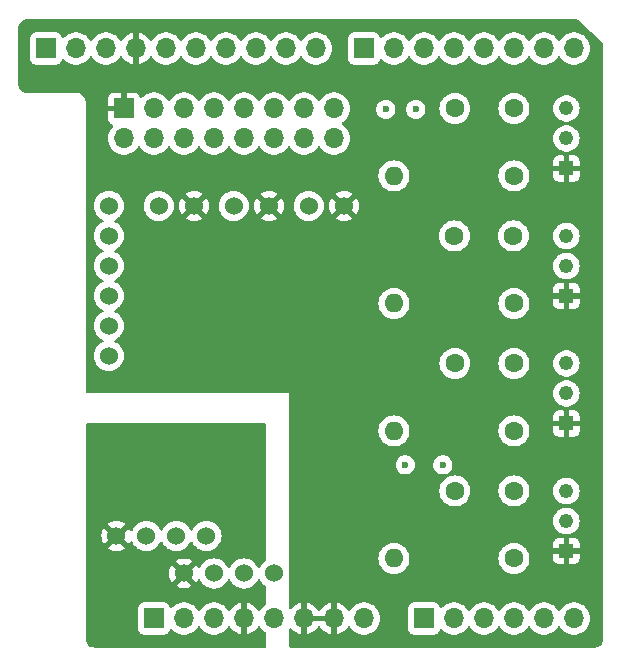
<source format=gbr>
%TF.GenerationSoftware,KiCad,Pcbnew,(7.0.0)*%
%TF.CreationDate,2023-09-07T10:01:15-05:00*%
%TF.ProjectId,AcousticSensor,41636f75-7374-4696-9353-656e736f722e,rev?*%
%TF.SameCoordinates,Original*%
%TF.FileFunction,Copper,L2,Inr*%
%TF.FilePolarity,Positive*%
%FSLAX46Y46*%
G04 Gerber Fmt 4.6, Leading zero omitted, Abs format (unit mm)*
G04 Created by KiCad (PCBNEW (7.0.0)) date 2023-09-07 10:01:15*
%MOMM*%
%LPD*%
G01*
G04 APERTURE LIST*
%TA.AperFunction,ComponentPad*%
%ADD10R,1.700000X1.700000*%
%TD*%
%TA.AperFunction,ComponentPad*%
%ADD11O,1.700000X1.700000*%
%TD*%
%TA.AperFunction,ComponentPad*%
%ADD12C,1.524000*%
%TD*%
%TA.AperFunction,ComponentPad*%
%ADD13R,1.218000X1.218000*%
%TD*%
%TA.AperFunction,ComponentPad*%
%ADD14C,1.218000*%
%TD*%
%TA.AperFunction,ComponentPad*%
%ADD15C,1.600000*%
%TD*%
%TA.AperFunction,ComponentPad*%
%ADD16O,1.600000X1.600000*%
%TD*%
%TA.AperFunction,ViaPad*%
%ADD17C,0.600000*%
%TD*%
G04 APERTURE END LIST*
D10*
%TO.N,unconnected-(JP3-Pin_1-Pad1)*%
%TO.C,JP3*%
X127939999Y-97459999D03*
D11*
%TO.N,/IOREF*%
X130479999Y-97459999D03*
%TO.N,/RST*%
X133019999Y-97459999D03*
%TO.N,+3V3*%
X135559999Y-97459999D03*
%TO.N,+5V*%
X138099999Y-97459999D03*
%TO.N,GND*%
X140639999Y-97459999D03*
X143179999Y-97459999D03*
%TO.N,VCC*%
X145719999Y-97459999D03*
%TD*%
D10*
%TO.N,/A0*%
%TO.C,JP4*%
X150799999Y-97459999D03*
D11*
%TO.N,/A1*%
X153339999Y-97459999D03*
%TO.N,/A2*%
X155879999Y-97459999D03*
%TO.N,/A3*%
X158419999Y-97459999D03*
%TO.N,/A4*%
X160959999Y-97459999D03*
%TO.N,/A5*%
X163499999Y-97459999D03*
%TD*%
%TO.N,Record*%
%TO.C,JP2*%
X141655999Y-49199999D03*
%TO.N,/\u002AD9*%
X139115999Y-49199999D03*
%TO.N,/SPI_CS{slash}D10*%
X136575999Y-49199999D03*
%TO.N,/SPI_MOSI{slash}D11*%
X134035999Y-49199999D03*
%TO.N,/SPI_MISO{slash}D12*%
X131495999Y-49199999D03*
%TO.N,/SPI_SCK{slash}D13*%
X128955999Y-49199999D03*
%TO.N,GND*%
X126415999Y-49199999D03*
%TO.N,/AREF*%
X123875999Y-49199999D03*
%TO.N,SDA*%
X121335999Y-49199999D03*
D10*
%TO.N,SCL*%
X118795999Y-49199999D03*
%TD*%
%TO.N,Gain*%
%TO.C,JP13*%
X145719999Y-49199999D03*
D11*
%TO.N,/\u002AD6*%
X148259999Y-49199999D03*
%TO.N,/\u002AD5*%
X150799999Y-49199999D03*
%TO.N,Aux*%
X153339999Y-49199999D03*
%TO.N,/\u002AD3*%
X155879999Y-49199999D03*
%TO.N,/D2*%
X158419999Y-49199999D03*
%TO.N,/TX{slash}D1*%
X160959999Y-49199999D03*
%TO.N,/RX{slash}D0*%
X163499999Y-49199999D03*
%TD*%
D12*
%TO.N,Net-(M1-1)*%
%TO.C,REF\u002A\u002A*%
X124130000Y-62535000D03*
%TO.N,Net-(M2-1)*%
X124130000Y-65075000D03*
%TO.N,Net-(M3-1)*%
X124130000Y-67615000D03*
%TO.N,Net-(M4-1)*%
X124130000Y-70155000D03*
%TO.N,GNDA*%
X124130000Y-72695000D03*
X124130000Y-75235000D03*
%TD*%
%TO.N,+3V3*%
%TO.C,U2*%
X130480000Y-93650000D03*
%TO.N,SCL*%
X133020000Y-93650000D03*
%TO.N,SDA*%
X135560000Y-93650000D03*
%TO.N,GND*%
X138100000Y-93650000D03*
%TD*%
%TO.N,+3V3*%
%TO.C,U1*%
X124765000Y-90475000D03*
%TO.N,GND*%
X127305000Y-90475000D03*
%TO.N,SCL*%
X129845000Y-90475000D03*
%TO.N,SDA*%
X132385000Y-90475000D03*
%TD*%
D13*
%TO.N,GND*%
%TO.C,VR4*%
X162864999Y-91744999D03*
D14*
%TO.N,Mic D*%
X162865000Y-89205000D03*
%TO.N,Net-(C4-Pad2)*%
X162865000Y-86665000D03*
%TD*%
D13*
%TO.N,GND*%
%TO.C,VR3*%
X162864999Y-80949999D03*
D14*
%TO.N,Mic C*%
X162865000Y-78410000D03*
%TO.N,Net-(C3-Pad2)*%
X162865000Y-75870000D03*
%TD*%
D13*
%TO.N,GND*%
%TO.C,VR2*%
X162864999Y-70154999D03*
D14*
%TO.N,Mic B*%
X162865000Y-67615000D03*
%TO.N,Net-(C2-Pad2)*%
X162865000Y-65075000D03*
%TD*%
D13*
%TO.N,GND*%
%TO.C,VR1*%
X162864999Y-59359999D03*
D14*
%TO.N,Mic A*%
X162865000Y-56820000D03*
%TO.N,Net-(C1-Pad1)*%
X162865000Y-54280000D03*
%TD*%
D12*
%TO.N,Aux*%
%TO.C,SW1*%
X141045000Y-62535000D03*
%TO.N,GND*%
X144045000Y-62535000D03*
%TD*%
D15*
%TO.N,Net-(M4-1)*%
%TO.C,R4*%
X158420000Y-92380000D03*
D16*
%TO.N,Bias D*%
X148259999Y-92379999D03*
%TD*%
D15*
%TO.N,Net-(M3-1)*%
%TO.C,R3*%
X158420000Y-81585000D03*
D16*
%TO.N,Bias C*%
X148259999Y-81584999D03*
%TD*%
%TO.N,Bias B*%
%TO.C,R2*%
X148259999Y-70789999D03*
D15*
%TO.N,Net-(M2-1)*%
X158420000Y-70790000D03*
%TD*%
D16*
%TO.N,Bias A*%
%TO.C,R1*%
X148259999Y-59994999D03*
D15*
%TO.N,Net-(M1-1)*%
X158420000Y-59995000D03*
%TD*%
D11*
%TO.N,/DMIC_CLK*%
%TO.C,JP10*%
X143179999Y-56819999D03*
%TO.N,unconnected-(JP10-Pin_15-Pad15)*%
X143179999Y-54279999D03*
%TO.N,GNDA*%
X140639999Y-56819999D03*
X140639999Y-54279999D03*
%TO.N,Bias A*%
X138099999Y-56819999D03*
%TO.N,Bias B*%
X138099999Y-54279999D03*
%TO.N,Mic A*%
X135559999Y-56819999D03*
%TO.N,Mic B*%
X135559999Y-54279999D03*
%TO.N,GNDA*%
X133019999Y-56819999D03*
X133019999Y-54279999D03*
%TO.N,Bias C*%
X130479999Y-56819999D03*
%TO.N,Bias D*%
X130479999Y-54279999D03*
%TO.N,Mic C*%
X127939999Y-56819999D03*
%TO.N,Mic D*%
X127939999Y-54279999D03*
%TO.N,/UART_SEL*%
X125399999Y-56819999D03*
D10*
%TO.N,GND*%
X125399999Y-54279999D03*
%TD*%
D15*
%TO.N,Net-(M4-1)*%
%TO.C,C4*%
X153420000Y-86665000D03*
%TO.N,Net-(C4-Pad2)*%
X158420000Y-86665000D03*
%TD*%
%TO.N,Net-(M3-1)*%
%TO.C,C3*%
X153420000Y-75870000D03*
%TO.N,Net-(C3-Pad2)*%
X158420000Y-75870000D03*
%TD*%
%TO.N,Net-(C2-Pad2)*%
%TO.C,C2*%
X158380000Y-65075000D03*
%TO.N,Net-(M2-1)*%
X153380000Y-65075000D03*
%TD*%
%TO.N,Net-(C1-Pad1)*%
%TO.C,C1*%
X158420000Y-54280000D03*
%TO.N,Net-(M1-1)*%
X153420000Y-54280000D03*
%TD*%
D12*
%TO.N,GND*%
%TO.C,B2*%
X137695000Y-62535000D03*
%TO.N,Gain*%
X134695000Y-62535000D03*
%TD*%
%TO.N,Record*%
%TO.C,B1*%
X128345000Y-62535000D03*
%TO.N,GND*%
X131345000Y-62535000D03*
%TD*%
D17*
%TO.N,Aux*%
X150114000Y-54356000D03*
%TO.N,Gain*%
X147574000Y-54356000D03*
%TO.N,Mic C*%
X149225000Y-84455000D03*
X152400000Y-84455000D03*
%TO.N,GND*%
X141910000Y-91745000D03*
%TD*%
%TA.AperFunction,Conductor*%
%TO.N,+3V3*%
G36*
X137403000Y-80966613D02*
G01*
X137448387Y-81012000D01*
X137465000Y-81074000D01*
X137465000Y-92479088D01*
X137450989Y-92536345D01*
X137412123Y-92580663D01*
X137284654Y-92669917D01*
X137284649Y-92669920D01*
X137280219Y-92673023D01*
X137276395Y-92676846D01*
X137276389Y-92676852D01*
X137126852Y-92826389D01*
X137126846Y-92826395D01*
X137123023Y-92830219D01*
X137119920Y-92834649D01*
X137119917Y-92834654D01*
X136998620Y-93007884D01*
X136998615Y-93007891D01*
X136995512Y-93012324D01*
X136993224Y-93017230D01*
X136993222Y-93017234D01*
X136942382Y-93126261D01*
X136896625Y-93178437D01*
X136830000Y-93197856D01*
X136763375Y-93178437D01*
X136717618Y-93126261D01*
X136709127Y-93108053D01*
X136664488Y-93012324D01*
X136536977Y-92830219D01*
X136379781Y-92673023D01*
X136375350Y-92669920D01*
X136375346Y-92669917D01*
X136202106Y-92548613D01*
X136202104Y-92548611D01*
X136197677Y-92545512D01*
X136192780Y-92543228D01*
X136192774Y-92543225D01*
X136001102Y-92453847D01*
X136001095Y-92453844D01*
X135996196Y-92451560D01*
X135990969Y-92450159D01*
X135990968Y-92450159D01*
X135786695Y-92395423D01*
X135786684Y-92395421D01*
X135781463Y-92394022D01*
X135776071Y-92393550D01*
X135776064Y-92393549D01*
X135565395Y-92375119D01*
X135560000Y-92374647D01*
X135554605Y-92375119D01*
X135343935Y-92393549D01*
X135343926Y-92393550D01*
X135338537Y-92394022D01*
X135333316Y-92395420D01*
X135333304Y-92395423D01*
X135129031Y-92450159D01*
X135129026Y-92450160D01*
X135123804Y-92451560D01*
X135118908Y-92453842D01*
X135118897Y-92453847D01*
X134927234Y-92543222D01*
X134927230Y-92543224D01*
X134922324Y-92545512D01*
X134917891Y-92548615D01*
X134917884Y-92548620D01*
X134744654Y-92669917D01*
X134744649Y-92669920D01*
X134740219Y-92673023D01*
X134736395Y-92676846D01*
X134736389Y-92676852D01*
X134586852Y-92826389D01*
X134586846Y-92826395D01*
X134583023Y-92830219D01*
X134579920Y-92834649D01*
X134579917Y-92834654D01*
X134458620Y-93007884D01*
X134458615Y-93007891D01*
X134455512Y-93012324D01*
X134453224Y-93017230D01*
X134453222Y-93017234D01*
X134402382Y-93126261D01*
X134356625Y-93178437D01*
X134290000Y-93197856D01*
X134223375Y-93178437D01*
X134177618Y-93126261D01*
X134169127Y-93108053D01*
X134124488Y-93012324D01*
X133996977Y-92830219D01*
X133839781Y-92673023D01*
X133835350Y-92669920D01*
X133835346Y-92669917D01*
X133662106Y-92548613D01*
X133662104Y-92548611D01*
X133657677Y-92545512D01*
X133652780Y-92543228D01*
X133652774Y-92543225D01*
X133461102Y-92453847D01*
X133461095Y-92453844D01*
X133456196Y-92451560D01*
X133450969Y-92450159D01*
X133450968Y-92450159D01*
X133246695Y-92395423D01*
X133246684Y-92395421D01*
X133241463Y-92394022D01*
X133236071Y-92393550D01*
X133236064Y-92393549D01*
X133025395Y-92375119D01*
X133020000Y-92374647D01*
X133014605Y-92375119D01*
X132803935Y-92393549D01*
X132803926Y-92393550D01*
X132798537Y-92394022D01*
X132793316Y-92395420D01*
X132793304Y-92395423D01*
X132589031Y-92450159D01*
X132589026Y-92450160D01*
X132583804Y-92451560D01*
X132578908Y-92453842D01*
X132578897Y-92453847D01*
X132387234Y-92543222D01*
X132387230Y-92543224D01*
X132382324Y-92545512D01*
X132377891Y-92548615D01*
X132377884Y-92548620D01*
X132204654Y-92669917D01*
X132204649Y-92669920D01*
X132200219Y-92673023D01*
X132196395Y-92676846D01*
X132196389Y-92676852D01*
X132046852Y-92826389D01*
X132046846Y-92826395D01*
X132043023Y-92830219D01*
X132039920Y-92834649D01*
X132039917Y-92834654D01*
X131918620Y-93007884D01*
X131918615Y-93007891D01*
X131915512Y-93012324D01*
X131913225Y-93017226D01*
X131913221Y-93017235D01*
X131857692Y-93136317D01*
X131811934Y-93188493D01*
X131745309Y-93207912D01*
X131678684Y-93188492D01*
X131632928Y-93136316D01*
X131579391Y-93021504D01*
X131573990Y-93012150D01*
X131539529Y-92962935D01*
X131531418Y-92955502D01*
X131522139Y-92961413D01*
X130845095Y-93638457D01*
X130838431Y-93650000D01*
X130845095Y-93661542D01*
X131522136Y-94338582D01*
X131531419Y-94344496D01*
X131539528Y-94337064D01*
X131573989Y-94287851D01*
X131579386Y-94278503D01*
X131632927Y-94163683D01*
X131678684Y-94111507D01*
X131745309Y-94092087D01*
X131811935Y-94111506D01*
X131857692Y-94163682D01*
X131913225Y-94282774D01*
X131913228Y-94282780D01*
X131915512Y-94287677D01*
X131918611Y-94292104D01*
X131918613Y-94292106D01*
X132039917Y-94465346D01*
X132039920Y-94465350D01*
X132043023Y-94469781D01*
X132200219Y-94626977D01*
X132204651Y-94630080D01*
X132204653Y-94630082D01*
X132332124Y-94719338D01*
X132382323Y-94754488D01*
X132387223Y-94756773D01*
X132387225Y-94756774D01*
X132561704Y-94838135D01*
X132583804Y-94848440D01*
X132743118Y-94891128D01*
X132793304Y-94904576D01*
X132793306Y-94904576D01*
X132798537Y-94905978D01*
X133020000Y-94925353D01*
X133241463Y-94905978D01*
X133456196Y-94848440D01*
X133657677Y-94754488D01*
X133839781Y-94626977D01*
X133996977Y-94469781D01*
X134124488Y-94287677D01*
X134177618Y-94173738D01*
X134223375Y-94121563D01*
X134290000Y-94102144D01*
X134356625Y-94121563D01*
X134402382Y-94173739D01*
X134453225Y-94282774D01*
X134453228Y-94282780D01*
X134455512Y-94287677D01*
X134458611Y-94292104D01*
X134458613Y-94292106D01*
X134579917Y-94465346D01*
X134579920Y-94465350D01*
X134583023Y-94469781D01*
X134740219Y-94626977D01*
X134744651Y-94630080D01*
X134744653Y-94630082D01*
X134872124Y-94719338D01*
X134922323Y-94754488D01*
X134927223Y-94756773D01*
X134927225Y-94756774D01*
X135101704Y-94838135D01*
X135123804Y-94848440D01*
X135283118Y-94891128D01*
X135333304Y-94904576D01*
X135333306Y-94904576D01*
X135338537Y-94905978D01*
X135560000Y-94925353D01*
X135781463Y-94905978D01*
X135996196Y-94848440D01*
X136197677Y-94754488D01*
X136379781Y-94626977D01*
X136536977Y-94469781D01*
X136664488Y-94287677D01*
X136717618Y-94173738D01*
X136763375Y-94121563D01*
X136830000Y-94102144D01*
X136896625Y-94121563D01*
X136942382Y-94173739D01*
X136993225Y-94282774D01*
X136993228Y-94282780D01*
X136995512Y-94287677D01*
X136998611Y-94292104D01*
X136998613Y-94292106D01*
X137119917Y-94465346D01*
X137119920Y-94465350D01*
X137123023Y-94469781D01*
X137280219Y-94626977D01*
X137386531Y-94701418D01*
X137412124Y-94719338D01*
X137450989Y-94763656D01*
X137465000Y-94820913D01*
X137465000Y-96185082D01*
X137447523Y-96248556D01*
X137400017Y-96294137D01*
X137358934Y-96316369D01*
X137358922Y-96316376D01*
X137354424Y-96318811D01*
X137350387Y-96321952D01*
X137350378Y-96321959D01*
X137180801Y-96453948D01*
X137180795Y-96453952D01*
X137176760Y-96457094D01*
X137173297Y-96460855D01*
X137173288Y-96460864D01*
X137027753Y-96618956D01*
X137027747Y-96618963D01*
X137024278Y-96622732D01*
X137021480Y-96627014D01*
X137021468Y-96627030D01*
X136930250Y-96766650D01*
X136886334Y-96807405D01*
X136828435Y-96822812D01*
X136770071Y-96809274D01*
X136724867Y-96769951D01*
X136601215Y-96593357D01*
X136594280Y-96585092D01*
X136434909Y-96425721D01*
X136426643Y-96418784D01*
X136242008Y-96289501D01*
X136232676Y-96284113D01*
X136028397Y-96188856D01*
X136018263Y-96185168D01*
X135823780Y-96133056D01*
X135812551Y-96132688D01*
X135810000Y-96143631D01*
X135810000Y-98776369D01*
X135812551Y-98787311D01*
X135823780Y-98786943D01*
X136018263Y-98734831D01*
X136028397Y-98731143D01*
X136232676Y-98635886D01*
X136242008Y-98630498D01*
X136426643Y-98501215D01*
X136434909Y-98494278D01*
X136594278Y-98334909D01*
X136601219Y-98326638D01*
X136724868Y-98150049D01*
X136770072Y-98110726D01*
X136828436Y-98097188D01*
X136886335Y-98112595D01*
X136930252Y-98153351D01*
X137021470Y-98292972D01*
X137021478Y-98292982D01*
X137024278Y-98297268D01*
X137027752Y-98301041D01*
X137027753Y-98301043D01*
X137173288Y-98459135D01*
X137173291Y-98459138D01*
X137176760Y-98462906D01*
X137354424Y-98601189D01*
X137358931Y-98603628D01*
X137358934Y-98603630D01*
X137400017Y-98625863D01*
X137447523Y-98671444D01*
X137465000Y-98734918D01*
X137465000Y-99796932D01*
X137448385Y-99858937D01*
X137402991Y-99904324D01*
X137340984Y-99920931D01*
X122889948Y-99919086D01*
X122889945Y-99919084D01*
X122889911Y-99919084D01*
X122872355Y-99919084D01*
X122858536Y-99918312D01*
X122727149Y-99903578D01*
X122700191Y-99897454D01*
X122581929Y-99856274D01*
X122557000Y-99844330D01*
X122450804Y-99777976D01*
X122429143Y-99760810D01*
X122340282Y-99672573D01*
X122322963Y-99651036D01*
X122255854Y-99545298D01*
X122243741Y-99520464D01*
X122201727Y-99402492D01*
X122195415Y-99375588D01*
X122179805Y-99244749D01*
X122178933Y-99230093D01*
X122178833Y-98812817D01*
X122178725Y-98358638D01*
X126581500Y-98358638D01*
X126581852Y-98361918D01*
X126581853Y-98361924D01*
X126584191Y-98383676D01*
X126588011Y-98419201D01*
X126590717Y-98426458D01*
X126590719Y-98426463D01*
X126636011Y-98547894D01*
X126639111Y-98556204D01*
X126726739Y-98673261D01*
X126843796Y-98760889D01*
X126980799Y-98811989D01*
X127041362Y-98818500D01*
X128835328Y-98818500D01*
X128838638Y-98818500D01*
X128899201Y-98811989D01*
X129036204Y-98760889D01*
X129153261Y-98673261D01*
X129240889Y-98556204D01*
X129286137Y-98434889D01*
X129322089Y-98383676D01*
X129378470Y-98356538D01*
X129440925Y-98360386D01*
X129493548Y-98394240D01*
X129553288Y-98459135D01*
X129553291Y-98459138D01*
X129556760Y-98462906D01*
X129560801Y-98466051D01*
X129730376Y-98598039D01*
X129730378Y-98598040D01*
X129734424Y-98601189D01*
X129738931Y-98603628D01*
X129738934Y-98603630D01*
X129927919Y-98705903D01*
X129932426Y-98708342D01*
X130145365Y-98781444D01*
X130367431Y-98818500D01*
X130587436Y-98818500D01*
X130592569Y-98818500D01*
X130814635Y-98781444D01*
X131027574Y-98708342D01*
X131225576Y-98601189D01*
X131403240Y-98462906D01*
X131555722Y-98297268D01*
X131646190Y-98158795D01*
X131690982Y-98117561D01*
X131750000Y-98102616D01*
X131809018Y-98117561D01*
X131853809Y-98158795D01*
X131941470Y-98292972D01*
X131941478Y-98292982D01*
X131944278Y-98297268D01*
X131947752Y-98301041D01*
X131947753Y-98301043D01*
X132093288Y-98459135D01*
X132093291Y-98459138D01*
X132096760Y-98462906D01*
X132100801Y-98466051D01*
X132270376Y-98598039D01*
X132270378Y-98598040D01*
X132274424Y-98601189D01*
X132278931Y-98603628D01*
X132278934Y-98603630D01*
X132467919Y-98705903D01*
X132472426Y-98708342D01*
X132685365Y-98781444D01*
X132907431Y-98818500D01*
X133127436Y-98818500D01*
X133132569Y-98818500D01*
X133354635Y-98781444D01*
X133567574Y-98708342D01*
X133765576Y-98601189D01*
X133943240Y-98462906D01*
X134095722Y-98297268D01*
X134189748Y-98153349D01*
X134233663Y-98112595D01*
X134291562Y-98097188D01*
X134349927Y-98110726D01*
X134395131Y-98150048D01*
X134518784Y-98326643D01*
X134525721Y-98334909D01*
X134685090Y-98494278D01*
X134693356Y-98501215D01*
X134877991Y-98630498D01*
X134887323Y-98635886D01*
X135091602Y-98731143D01*
X135101736Y-98734831D01*
X135296219Y-98786943D01*
X135307448Y-98787311D01*
X135310000Y-98776369D01*
X135310000Y-96143631D01*
X135307448Y-96132688D01*
X135296219Y-96133056D01*
X135101736Y-96185168D01*
X135091602Y-96188856D01*
X134887332Y-96284110D01*
X134877982Y-96289508D01*
X134693357Y-96418784D01*
X134685092Y-96425719D01*
X134525719Y-96585092D01*
X134518788Y-96593352D01*
X134395132Y-96769952D01*
X134349928Y-96809274D01*
X134291564Y-96822812D01*
X134233665Y-96807405D01*
X134189748Y-96766649D01*
X134098529Y-96627027D01*
X134098523Y-96627019D01*
X134095722Y-96622732D01*
X134061072Y-96585092D01*
X133946711Y-96460864D01*
X133946706Y-96460859D01*
X133943240Y-96457094D01*
X133930597Y-96447253D01*
X133769623Y-96321960D01*
X133769615Y-96321955D01*
X133765576Y-96318811D01*
X133761071Y-96316373D01*
X133761065Y-96316369D01*
X133572080Y-96214096D01*
X133572074Y-96214093D01*
X133567574Y-96211658D01*
X133562733Y-96209996D01*
X133562726Y-96209993D01*
X133359488Y-96140222D01*
X133359487Y-96140221D01*
X133354635Y-96138556D01*
X133349585Y-96137713D01*
X133349576Y-96137711D01*
X133137631Y-96102344D01*
X133137622Y-96102343D01*
X133132569Y-96101500D01*
X132907431Y-96101500D01*
X132902378Y-96102343D01*
X132902368Y-96102344D01*
X132690423Y-96137711D01*
X132690411Y-96137713D01*
X132685365Y-96138556D01*
X132680515Y-96140220D01*
X132680511Y-96140222D01*
X132477273Y-96209993D01*
X132477262Y-96209997D01*
X132472426Y-96211658D01*
X132467929Y-96214091D01*
X132467919Y-96214096D01*
X132278934Y-96316369D01*
X132278922Y-96316376D01*
X132274424Y-96318811D01*
X132270389Y-96321951D01*
X132270376Y-96321960D01*
X132100801Y-96453948D01*
X132100795Y-96453952D01*
X132096760Y-96457094D01*
X132093297Y-96460855D01*
X132093288Y-96460864D01*
X131947753Y-96618956D01*
X131947747Y-96618963D01*
X131944278Y-96622732D01*
X131941481Y-96627012D01*
X131941474Y-96627022D01*
X131853809Y-96761205D01*
X131809017Y-96802438D01*
X131750000Y-96817383D01*
X131690983Y-96802438D01*
X131646191Y-96761205D01*
X131558525Y-96627022D01*
X131558523Y-96627020D01*
X131555722Y-96622732D01*
X131521072Y-96585092D01*
X131406711Y-96460864D01*
X131406706Y-96460859D01*
X131403240Y-96457094D01*
X131390597Y-96447253D01*
X131229623Y-96321960D01*
X131229615Y-96321955D01*
X131225576Y-96318811D01*
X131221071Y-96316373D01*
X131221065Y-96316369D01*
X131032080Y-96214096D01*
X131032074Y-96214093D01*
X131027574Y-96211658D01*
X131022733Y-96209996D01*
X131022726Y-96209993D01*
X130819488Y-96140222D01*
X130819487Y-96140221D01*
X130814635Y-96138556D01*
X130809585Y-96137713D01*
X130809576Y-96137711D01*
X130597631Y-96102344D01*
X130597622Y-96102343D01*
X130592569Y-96101500D01*
X130367431Y-96101500D01*
X130362378Y-96102343D01*
X130362368Y-96102344D01*
X130150423Y-96137711D01*
X130150411Y-96137713D01*
X130145365Y-96138556D01*
X130140515Y-96140220D01*
X130140511Y-96140222D01*
X129937273Y-96209993D01*
X129937262Y-96209997D01*
X129932426Y-96211658D01*
X129927929Y-96214091D01*
X129927919Y-96214096D01*
X129738934Y-96316369D01*
X129738922Y-96316376D01*
X129734424Y-96318811D01*
X129730389Y-96321951D01*
X129730376Y-96321960D01*
X129560801Y-96453948D01*
X129560795Y-96453952D01*
X129556760Y-96457094D01*
X129553294Y-96460858D01*
X129553294Y-96460859D01*
X129493548Y-96525760D01*
X129440924Y-96559613D01*
X129378470Y-96563461D01*
X129322089Y-96536323D01*
X129286137Y-96485110D01*
X129275687Y-96457094D01*
X129240889Y-96363796D01*
X129153261Y-96246739D01*
X129106398Y-96211658D01*
X129043304Y-96164426D01*
X129043303Y-96164425D01*
X129036204Y-96159111D01*
X129027896Y-96156012D01*
X129027894Y-96156011D01*
X128906463Y-96110719D01*
X128906458Y-96110717D01*
X128899201Y-96108011D01*
X128891497Y-96107182D01*
X128891494Y-96107182D01*
X128841924Y-96101853D01*
X128841918Y-96101852D01*
X128838638Y-96101500D01*
X127041362Y-96101500D01*
X127038082Y-96101852D01*
X127038075Y-96101853D01*
X126988505Y-96107182D01*
X126988500Y-96107182D01*
X126980799Y-96108011D01*
X126973543Y-96110717D01*
X126973536Y-96110719D01*
X126852105Y-96156011D01*
X126852099Y-96156013D01*
X126843796Y-96159111D01*
X126836698Y-96164423D01*
X126836695Y-96164426D01*
X126733835Y-96241426D01*
X126733831Y-96241429D01*
X126726739Y-96246739D01*
X126721429Y-96253831D01*
X126721426Y-96253835D01*
X126644426Y-96356695D01*
X126644423Y-96356698D01*
X126639111Y-96363796D01*
X126636013Y-96372099D01*
X126636011Y-96372105D01*
X126590719Y-96493536D01*
X126590717Y-96493543D01*
X126588011Y-96500799D01*
X126587182Y-96508500D01*
X126587182Y-96508505D01*
X126581853Y-96558075D01*
X126581500Y-96561362D01*
X126581500Y-98358638D01*
X122178725Y-98358638D01*
X122177852Y-94701418D01*
X129785503Y-94701418D01*
X129792936Y-94709530D01*
X129842151Y-94743991D01*
X129851499Y-94749388D01*
X130041819Y-94838135D01*
X130051943Y-94841821D01*
X130254786Y-94896173D01*
X130265418Y-94898047D01*
X130474605Y-94916349D01*
X130485395Y-94916349D01*
X130694581Y-94898047D01*
X130705213Y-94896173D01*
X130908056Y-94841821D01*
X130918180Y-94838135D01*
X131108494Y-94749391D01*
X131117851Y-94743989D01*
X131167064Y-94709528D01*
X131174496Y-94701419D01*
X131168582Y-94692136D01*
X130491542Y-94015095D01*
X130479999Y-94008431D01*
X130468457Y-94015095D01*
X129791416Y-94692136D01*
X129785503Y-94701418D01*
X122177852Y-94701418D01*
X122177602Y-93655395D01*
X129213651Y-93655395D01*
X129231952Y-93864581D01*
X129233826Y-93875213D01*
X129288178Y-94078056D01*
X129291864Y-94088180D01*
X129380609Y-94278496D01*
X129386008Y-94287848D01*
X129420470Y-94337065D01*
X129428579Y-94344496D01*
X129437862Y-94338582D01*
X130114903Y-93661542D01*
X130121567Y-93649999D01*
X130114903Y-93638457D01*
X129437859Y-92961413D01*
X129428581Y-92955502D01*
X129420468Y-92962936D01*
X129386006Y-93012154D01*
X129380612Y-93021498D01*
X129291865Y-93211815D01*
X129288177Y-93221949D01*
X129233826Y-93424786D01*
X129231952Y-93435418D01*
X129213651Y-93644605D01*
X129213651Y-93655395D01*
X122177602Y-93655395D01*
X122177350Y-92598581D01*
X129785502Y-92598581D01*
X129791413Y-92607859D01*
X130468457Y-93284903D01*
X130479999Y-93291567D01*
X130491542Y-93284903D01*
X131168582Y-92607862D01*
X131174496Y-92598579D01*
X131167065Y-92590470D01*
X131117848Y-92556008D01*
X131108496Y-92550609D01*
X130918180Y-92461864D01*
X130908056Y-92458178D01*
X130705213Y-92403826D01*
X130694581Y-92401952D01*
X130485395Y-92383651D01*
X130474605Y-92383651D01*
X130265418Y-92401952D01*
X130254786Y-92403826D01*
X130051949Y-92458177D01*
X130041815Y-92461865D01*
X129851498Y-92550612D01*
X129842154Y-92556006D01*
X129792936Y-92590468D01*
X129785502Y-92598581D01*
X122177350Y-92598581D01*
X122177094Y-91526418D01*
X124070503Y-91526418D01*
X124077936Y-91534530D01*
X124127151Y-91568991D01*
X124136499Y-91574388D01*
X124326819Y-91663135D01*
X124336943Y-91666821D01*
X124539786Y-91721173D01*
X124550418Y-91723047D01*
X124759605Y-91741349D01*
X124770395Y-91741349D01*
X124979581Y-91723047D01*
X124990213Y-91721173D01*
X125193056Y-91666821D01*
X125203180Y-91663135D01*
X125393494Y-91574391D01*
X125402851Y-91568989D01*
X125452064Y-91534528D01*
X125459496Y-91526419D01*
X125453582Y-91517136D01*
X124776542Y-90840095D01*
X124764999Y-90833431D01*
X124753457Y-90840095D01*
X124076416Y-91517136D01*
X124070503Y-91526418D01*
X122177094Y-91526418D01*
X122176953Y-90936506D01*
X122176844Y-90480395D01*
X123498651Y-90480395D01*
X123516952Y-90689581D01*
X123518826Y-90700213D01*
X123573178Y-90903056D01*
X123576864Y-90913180D01*
X123665609Y-91103496D01*
X123671008Y-91112848D01*
X123705470Y-91162065D01*
X123713579Y-91169496D01*
X123722862Y-91163582D01*
X124399903Y-90486542D01*
X124406567Y-90475000D01*
X125123431Y-90475000D01*
X125130095Y-90486542D01*
X125807136Y-91163582D01*
X125816419Y-91169496D01*
X125824528Y-91162064D01*
X125858989Y-91112851D01*
X125864386Y-91103503D01*
X125917927Y-90988683D01*
X125963684Y-90936507D01*
X126030309Y-90917087D01*
X126096935Y-90936506D01*
X126142692Y-90988682D01*
X126198225Y-91107774D01*
X126198228Y-91107780D01*
X126200512Y-91112677D01*
X126203611Y-91117104D01*
X126203613Y-91117106D01*
X126324917Y-91290346D01*
X126324920Y-91290350D01*
X126328023Y-91294781D01*
X126485219Y-91451977D01*
X126489651Y-91455080D01*
X126489653Y-91455082D01*
X126626923Y-91551199D01*
X126667323Y-91579488D01*
X126672223Y-91581773D01*
X126672225Y-91581774D01*
X126846704Y-91663135D01*
X126868804Y-91673440D01*
X127028118Y-91716128D01*
X127078304Y-91729576D01*
X127078306Y-91729576D01*
X127083537Y-91730978D01*
X127305000Y-91750353D01*
X127526463Y-91730978D01*
X127741196Y-91673440D01*
X127942677Y-91579488D01*
X128124781Y-91451977D01*
X128281977Y-91294781D01*
X128409488Y-91112677D01*
X128462618Y-90998738D01*
X128508375Y-90946563D01*
X128575000Y-90927144D01*
X128641625Y-90946563D01*
X128687382Y-90998739D01*
X128738225Y-91107774D01*
X128738228Y-91107780D01*
X128740512Y-91112677D01*
X128743611Y-91117104D01*
X128743613Y-91117106D01*
X128864917Y-91290346D01*
X128864920Y-91290350D01*
X128868023Y-91294781D01*
X129025219Y-91451977D01*
X129029651Y-91455080D01*
X129029653Y-91455082D01*
X129166923Y-91551199D01*
X129207323Y-91579488D01*
X129212223Y-91581773D01*
X129212225Y-91581774D01*
X129386704Y-91663135D01*
X129408804Y-91673440D01*
X129568118Y-91716128D01*
X129618304Y-91729576D01*
X129618306Y-91729576D01*
X129623537Y-91730978D01*
X129845000Y-91750353D01*
X130066463Y-91730978D01*
X130281196Y-91673440D01*
X130482677Y-91579488D01*
X130664781Y-91451977D01*
X130821977Y-91294781D01*
X130949488Y-91112677D01*
X131002618Y-90998738D01*
X131048375Y-90946563D01*
X131115000Y-90927144D01*
X131181625Y-90946563D01*
X131227382Y-90998739D01*
X131278225Y-91107774D01*
X131278228Y-91107780D01*
X131280512Y-91112677D01*
X131283611Y-91117104D01*
X131283613Y-91117106D01*
X131404917Y-91290346D01*
X131404920Y-91290350D01*
X131408023Y-91294781D01*
X131565219Y-91451977D01*
X131569651Y-91455080D01*
X131569653Y-91455082D01*
X131706923Y-91551199D01*
X131747323Y-91579488D01*
X131752223Y-91581773D01*
X131752225Y-91581774D01*
X131926704Y-91663135D01*
X131948804Y-91673440D01*
X132108118Y-91716128D01*
X132158304Y-91729576D01*
X132158306Y-91729576D01*
X132163537Y-91730978D01*
X132385000Y-91750353D01*
X132606463Y-91730978D01*
X132821196Y-91673440D01*
X133022677Y-91579488D01*
X133204781Y-91451977D01*
X133361977Y-91294781D01*
X133489488Y-91112677D01*
X133583440Y-90911196D01*
X133640978Y-90696463D01*
X133660353Y-90475000D01*
X133640978Y-90253537D01*
X133583440Y-90038804D01*
X133489488Y-89837324D01*
X133361977Y-89655219D01*
X133204781Y-89498023D01*
X133200350Y-89494920D01*
X133200346Y-89494917D01*
X133027106Y-89373613D01*
X133027104Y-89373611D01*
X133022677Y-89370512D01*
X133017780Y-89368228D01*
X133017774Y-89368225D01*
X132826102Y-89278847D01*
X132826095Y-89278844D01*
X132821196Y-89276560D01*
X132815969Y-89275159D01*
X132815968Y-89275159D01*
X132611695Y-89220423D01*
X132611684Y-89220421D01*
X132606463Y-89219022D01*
X132601071Y-89218550D01*
X132601064Y-89218549D01*
X132390395Y-89200119D01*
X132385000Y-89199647D01*
X132379605Y-89200119D01*
X132168935Y-89218549D01*
X132168926Y-89218550D01*
X132163537Y-89219022D01*
X132158316Y-89220420D01*
X132158304Y-89220423D01*
X131954031Y-89275159D01*
X131954026Y-89275160D01*
X131948804Y-89276560D01*
X131943908Y-89278842D01*
X131943897Y-89278847D01*
X131752234Y-89368222D01*
X131752230Y-89368224D01*
X131747324Y-89370512D01*
X131742891Y-89373615D01*
X131742884Y-89373620D01*
X131569654Y-89494917D01*
X131569649Y-89494920D01*
X131565219Y-89498023D01*
X131561395Y-89501846D01*
X131561389Y-89501852D01*
X131411852Y-89651389D01*
X131411846Y-89651395D01*
X131408023Y-89655219D01*
X131404920Y-89659649D01*
X131404917Y-89659654D01*
X131283620Y-89832884D01*
X131283615Y-89832891D01*
X131280512Y-89837324D01*
X131278224Y-89842230D01*
X131278222Y-89842234D01*
X131227382Y-89951261D01*
X131181625Y-90003437D01*
X131115000Y-90022856D01*
X131048375Y-90003437D01*
X131002618Y-89951261D01*
X130994127Y-89933053D01*
X130949488Y-89837324D01*
X130821977Y-89655219D01*
X130664781Y-89498023D01*
X130660350Y-89494920D01*
X130660346Y-89494917D01*
X130487106Y-89373613D01*
X130487104Y-89373611D01*
X130482677Y-89370512D01*
X130477780Y-89368228D01*
X130477774Y-89368225D01*
X130286102Y-89278847D01*
X130286095Y-89278844D01*
X130281196Y-89276560D01*
X130275969Y-89275159D01*
X130275968Y-89275159D01*
X130071695Y-89220423D01*
X130071684Y-89220421D01*
X130066463Y-89219022D01*
X130061071Y-89218550D01*
X130061064Y-89218549D01*
X129850395Y-89200119D01*
X129845000Y-89199647D01*
X129839605Y-89200119D01*
X129628935Y-89218549D01*
X129628926Y-89218550D01*
X129623537Y-89219022D01*
X129618316Y-89220420D01*
X129618304Y-89220423D01*
X129414031Y-89275159D01*
X129414026Y-89275160D01*
X129408804Y-89276560D01*
X129403908Y-89278842D01*
X129403897Y-89278847D01*
X129212234Y-89368222D01*
X129212230Y-89368224D01*
X129207324Y-89370512D01*
X129202891Y-89373615D01*
X129202884Y-89373620D01*
X129029654Y-89494917D01*
X129029649Y-89494920D01*
X129025219Y-89498023D01*
X129021395Y-89501846D01*
X129021389Y-89501852D01*
X128871852Y-89651389D01*
X128871846Y-89651395D01*
X128868023Y-89655219D01*
X128864920Y-89659649D01*
X128864917Y-89659654D01*
X128743620Y-89832884D01*
X128743615Y-89832891D01*
X128740512Y-89837324D01*
X128738224Y-89842230D01*
X128738222Y-89842234D01*
X128687382Y-89951261D01*
X128641625Y-90003437D01*
X128575000Y-90022856D01*
X128508375Y-90003437D01*
X128462618Y-89951261D01*
X128454127Y-89933053D01*
X128409488Y-89837324D01*
X128281977Y-89655219D01*
X128124781Y-89498023D01*
X128120350Y-89494920D01*
X128120346Y-89494917D01*
X127947106Y-89373613D01*
X127947104Y-89373611D01*
X127942677Y-89370512D01*
X127937780Y-89368228D01*
X127937774Y-89368225D01*
X127746102Y-89278847D01*
X127746095Y-89278844D01*
X127741196Y-89276560D01*
X127735969Y-89275159D01*
X127735968Y-89275159D01*
X127531695Y-89220423D01*
X127531684Y-89220421D01*
X127526463Y-89219022D01*
X127521071Y-89218550D01*
X127521064Y-89218549D01*
X127310395Y-89200119D01*
X127305000Y-89199647D01*
X127299605Y-89200119D01*
X127088935Y-89218549D01*
X127088926Y-89218550D01*
X127083537Y-89219022D01*
X127078316Y-89220420D01*
X127078304Y-89220423D01*
X126874031Y-89275159D01*
X126874026Y-89275160D01*
X126868804Y-89276560D01*
X126863908Y-89278842D01*
X126863897Y-89278847D01*
X126672234Y-89368222D01*
X126672230Y-89368224D01*
X126667324Y-89370512D01*
X126662891Y-89373615D01*
X126662884Y-89373620D01*
X126489654Y-89494917D01*
X126489649Y-89494920D01*
X126485219Y-89498023D01*
X126481395Y-89501846D01*
X126481389Y-89501852D01*
X126331852Y-89651389D01*
X126331846Y-89651395D01*
X126328023Y-89655219D01*
X126324920Y-89659649D01*
X126324917Y-89659654D01*
X126203620Y-89832884D01*
X126203615Y-89832891D01*
X126200512Y-89837324D01*
X126198225Y-89842226D01*
X126198221Y-89842235D01*
X126142692Y-89961317D01*
X126096934Y-90013493D01*
X126030309Y-90032912D01*
X125963684Y-90013492D01*
X125917928Y-89961316D01*
X125864391Y-89846504D01*
X125858990Y-89837150D01*
X125824529Y-89787935D01*
X125816418Y-89780502D01*
X125807139Y-89786413D01*
X125130095Y-90463457D01*
X125123431Y-90475000D01*
X124406567Y-90475000D01*
X124399903Y-90463457D01*
X123722859Y-89786413D01*
X123713581Y-89780502D01*
X123705468Y-89787936D01*
X123671006Y-89837154D01*
X123665612Y-89846498D01*
X123576865Y-90036815D01*
X123573177Y-90046949D01*
X123518826Y-90249786D01*
X123516952Y-90260418D01*
X123498651Y-90469605D01*
X123498651Y-90480395D01*
X122176844Y-90480395D01*
X122176592Y-89423581D01*
X124070502Y-89423581D01*
X124076413Y-89432859D01*
X124753457Y-90109903D01*
X124764999Y-90116567D01*
X124776542Y-90109903D01*
X125453582Y-89432862D01*
X125459496Y-89423579D01*
X125452065Y-89415470D01*
X125402848Y-89381008D01*
X125393496Y-89375609D01*
X125203180Y-89286864D01*
X125193056Y-89283178D01*
X124990213Y-89228826D01*
X124979581Y-89226952D01*
X124770395Y-89208651D01*
X124759605Y-89208651D01*
X124550418Y-89226952D01*
X124539786Y-89228826D01*
X124336949Y-89283177D01*
X124326815Y-89286865D01*
X124136498Y-89375612D01*
X124127154Y-89381006D01*
X124077936Y-89415468D01*
X124070502Y-89423581D01*
X122176592Y-89423581D01*
X122174598Y-81074030D01*
X122191201Y-81012017D01*
X122236589Y-80966618D01*
X122298598Y-80950000D01*
X137341000Y-80950000D01*
X137403000Y-80966613D01*
G37*
%TD.AperFunction*%
%TD*%
%TA.AperFunction,Conductor*%
%TO.N,GND*%
G36*
X163796208Y-46744387D02*
G01*
X163835697Y-46769773D01*
X165926086Y-48763682D01*
X165954493Y-48804607D01*
X165964500Y-48853409D01*
X165964500Y-99231907D01*
X165963903Y-99244062D01*
X165952505Y-99359778D01*
X165947763Y-99383618D01*
X165931775Y-99436321D01*
X165917832Y-99482290D01*
X165915789Y-99489024D01*
X165906486Y-99511482D01*
X165854561Y-99608627D01*
X165841056Y-99628839D01*
X165771176Y-99713988D01*
X165753988Y-99731176D01*
X165668839Y-99801056D01*
X165648627Y-99814561D01*
X165551482Y-99866486D01*
X165529028Y-99875787D01*
X165499440Y-99884763D01*
X165423618Y-99907763D01*
X165399777Y-99912505D01*
X165284064Y-99923902D01*
X165271894Y-99924499D01*
X141606822Y-99921476D01*
X139493983Y-99921206D01*
X139431991Y-99904589D01*
X139386610Y-99859202D01*
X139370000Y-99797207D01*
X139370000Y-98393183D01*
X139385547Y-98333066D01*
X139428291Y-98288025D01*
X139487511Y-98269353D01*
X139548359Y-98281733D01*
X139595576Y-98322061D01*
X139598782Y-98326641D01*
X139605721Y-98334909D01*
X139765090Y-98494278D01*
X139773356Y-98501215D01*
X139957991Y-98630498D01*
X139967323Y-98635886D01*
X140171602Y-98731143D01*
X140181736Y-98734831D01*
X140376219Y-98786943D01*
X140387448Y-98787311D01*
X140390000Y-98776369D01*
X140890000Y-98776369D01*
X140892551Y-98787311D01*
X140903780Y-98786943D01*
X141098263Y-98734831D01*
X141108397Y-98731143D01*
X141312676Y-98635886D01*
X141322008Y-98630498D01*
X141506643Y-98501215D01*
X141514909Y-98494278D01*
X141674278Y-98334909D01*
X141681215Y-98326643D01*
X141808425Y-98144969D01*
X141852743Y-98106104D01*
X141910000Y-98092093D01*
X141967257Y-98106104D01*
X142011575Y-98144969D01*
X142138784Y-98326643D01*
X142145721Y-98334909D01*
X142305090Y-98494278D01*
X142313356Y-98501215D01*
X142497991Y-98630498D01*
X142507323Y-98635886D01*
X142711602Y-98731143D01*
X142721736Y-98734831D01*
X142916219Y-98786943D01*
X142927448Y-98787311D01*
X142930000Y-98776369D01*
X143430000Y-98776369D01*
X143432551Y-98787311D01*
X143443780Y-98786943D01*
X143638263Y-98734831D01*
X143648397Y-98731143D01*
X143852676Y-98635886D01*
X143862008Y-98630498D01*
X144046643Y-98501215D01*
X144054909Y-98494278D01*
X144214278Y-98334909D01*
X144221219Y-98326638D01*
X144344868Y-98150049D01*
X144390072Y-98110726D01*
X144448436Y-98097188D01*
X144506335Y-98112595D01*
X144550252Y-98153351D01*
X144641470Y-98292972D01*
X144641478Y-98292982D01*
X144644278Y-98297268D01*
X144647752Y-98301041D01*
X144647753Y-98301043D01*
X144793288Y-98459135D01*
X144793291Y-98459138D01*
X144796760Y-98462906D01*
X144800801Y-98466051D01*
X144970376Y-98598039D01*
X144970381Y-98598042D01*
X144974424Y-98601189D01*
X144978931Y-98603628D01*
X144978934Y-98603630D01*
X145161668Y-98702520D01*
X145172426Y-98708342D01*
X145385365Y-98781444D01*
X145607431Y-98818500D01*
X145827436Y-98818500D01*
X145832569Y-98818500D01*
X146054635Y-98781444D01*
X146267574Y-98708342D01*
X146465576Y-98601189D01*
X146643240Y-98462906D01*
X146739226Y-98358638D01*
X149441500Y-98358638D01*
X149441852Y-98361918D01*
X149441853Y-98361924D01*
X149445213Y-98393183D01*
X149448011Y-98419201D01*
X149450717Y-98426458D01*
X149450719Y-98426463D01*
X149496011Y-98547894D01*
X149499111Y-98556204D01*
X149586739Y-98673261D01*
X149703796Y-98760889D01*
X149840799Y-98811989D01*
X149901362Y-98818500D01*
X151695328Y-98818500D01*
X151698638Y-98818500D01*
X151759201Y-98811989D01*
X151896204Y-98760889D01*
X152013261Y-98673261D01*
X152100889Y-98556204D01*
X152146137Y-98434889D01*
X152182089Y-98383676D01*
X152238470Y-98356538D01*
X152300925Y-98360386D01*
X152353548Y-98394240D01*
X152413288Y-98459135D01*
X152413291Y-98459138D01*
X152416760Y-98462906D01*
X152420801Y-98466051D01*
X152590376Y-98598039D01*
X152590381Y-98598042D01*
X152594424Y-98601189D01*
X152598931Y-98603628D01*
X152598934Y-98603630D01*
X152781668Y-98702520D01*
X152792426Y-98708342D01*
X153005365Y-98781444D01*
X153227431Y-98818500D01*
X153447436Y-98818500D01*
X153452569Y-98818500D01*
X153674635Y-98781444D01*
X153887574Y-98708342D01*
X154085576Y-98601189D01*
X154263240Y-98462906D01*
X154415722Y-98297268D01*
X154506190Y-98158795D01*
X154550982Y-98117561D01*
X154610000Y-98102616D01*
X154669018Y-98117561D01*
X154713809Y-98158795D01*
X154801470Y-98292972D01*
X154801478Y-98292982D01*
X154804278Y-98297268D01*
X154807752Y-98301041D01*
X154807753Y-98301043D01*
X154953288Y-98459135D01*
X154953291Y-98459138D01*
X154956760Y-98462906D01*
X154960801Y-98466051D01*
X155130376Y-98598039D01*
X155130381Y-98598042D01*
X155134424Y-98601189D01*
X155138931Y-98603628D01*
X155138934Y-98603630D01*
X155321668Y-98702520D01*
X155332426Y-98708342D01*
X155545365Y-98781444D01*
X155767431Y-98818500D01*
X155987436Y-98818500D01*
X155992569Y-98818500D01*
X156214635Y-98781444D01*
X156427574Y-98708342D01*
X156625576Y-98601189D01*
X156803240Y-98462906D01*
X156955722Y-98297268D01*
X157046190Y-98158795D01*
X157090982Y-98117561D01*
X157150000Y-98102616D01*
X157209018Y-98117561D01*
X157253809Y-98158795D01*
X157341470Y-98292972D01*
X157341478Y-98292982D01*
X157344278Y-98297268D01*
X157347752Y-98301041D01*
X157347753Y-98301043D01*
X157493288Y-98459135D01*
X157493291Y-98459138D01*
X157496760Y-98462906D01*
X157500801Y-98466051D01*
X157670376Y-98598039D01*
X157670381Y-98598042D01*
X157674424Y-98601189D01*
X157678931Y-98603628D01*
X157678934Y-98603630D01*
X157861668Y-98702520D01*
X157872426Y-98708342D01*
X158085365Y-98781444D01*
X158307431Y-98818500D01*
X158527436Y-98818500D01*
X158532569Y-98818500D01*
X158754635Y-98781444D01*
X158967574Y-98708342D01*
X159165576Y-98601189D01*
X159343240Y-98462906D01*
X159495722Y-98297268D01*
X159586190Y-98158795D01*
X159630982Y-98117561D01*
X159690000Y-98102616D01*
X159749018Y-98117561D01*
X159793809Y-98158795D01*
X159881470Y-98292972D01*
X159881478Y-98292982D01*
X159884278Y-98297268D01*
X159887752Y-98301041D01*
X159887753Y-98301043D01*
X160033288Y-98459135D01*
X160033291Y-98459138D01*
X160036760Y-98462906D01*
X160040801Y-98466051D01*
X160210376Y-98598039D01*
X160210381Y-98598042D01*
X160214424Y-98601189D01*
X160218931Y-98603628D01*
X160218934Y-98603630D01*
X160401668Y-98702520D01*
X160412426Y-98708342D01*
X160625365Y-98781444D01*
X160847431Y-98818500D01*
X161067436Y-98818500D01*
X161072569Y-98818500D01*
X161294635Y-98781444D01*
X161507574Y-98708342D01*
X161705576Y-98601189D01*
X161883240Y-98462906D01*
X162035722Y-98297268D01*
X162126190Y-98158795D01*
X162170982Y-98117561D01*
X162230000Y-98102616D01*
X162289018Y-98117561D01*
X162333809Y-98158795D01*
X162421470Y-98292972D01*
X162421478Y-98292982D01*
X162424278Y-98297268D01*
X162427752Y-98301041D01*
X162427753Y-98301043D01*
X162573288Y-98459135D01*
X162573291Y-98459138D01*
X162576760Y-98462906D01*
X162580801Y-98466051D01*
X162750376Y-98598039D01*
X162750381Y-98598042D01*
X162754424Y-98601189D01*
X162758931Y-98603628D01*
X162758934Y-98603630D01*
X162941668Y-98702520D01*
X162952426Y-98708342D01*
X163165365Y-98781444D01*
X163387431Y-98818500D01*
X163607436Y-98818500D01*
X163612569Y-98818500D01*
X163834635Y-98781444D01*
X164047574Y-98708342D01*
X164245576Y-98601189D01*
X164423240Y-98462906D01*
X164575722Y-98297268D01*
X164698860Y-98108791D01*
X164789296Y-97902616D01*
X164844564Y-97684368D01*
X164863156Y-97460000D01*
X164844564Y-97235632D01*
X164789296Y-97017384D01*
X164698860Y-96811209D01*
X164585872Y-96638268D01*
X164578525Y-96627022D01*
X164578523Y-96627020D01*
X164575722Y-96622732D01*
X164548680Y-96593357D01*
X164426711Y-96460864D01*
X164426706Y-96460859D01*
X164423240Y-96457094D01*
X164410597Y-96447253D01*
X164249623Y-96321960D01*
X164249615Y-96321955D01*
X164245576Y-96318811D01*
X164241071Y-96316373D01*
X164241065Y-96316369D01*
X164052080Y-96214096D01*
X164052074Y-96214093D01*
X164047574Y-96211658D01*
X164042733Y-96209996D01*
X164042726Y-96209993D01*
X163839488Y-96140222D01*
X163839487Y-96140221D01*
X163834635Y-96138556D01*
X163829585Y-96137713D01*
X163829576Y-96137711D01*
X163617631Y-96102344D01*
X163617622Y-96102343D01*
X163612569Y-96101500D01*
X163387431Y-96101500D01*
X163382378Y-96102343D01*
X163382368Y-96102344D01*
X163170423Y-96137711D01*
X163170411Y-96137713D01*
X163165365Y-96138556D01*
X163160515Y-96140220D01*
X163160511Y-96140222D01*
X162957273Y-96209993D01*
X162957262Y-96209997D01*
X162952426Y-96211658D01*
X162947929Y-96214091D01*
X162947919Y-96214096D01*
X162758934Y-96316369D01*
X162758922Y-96316376D01*
X162754424Y-96318811D01*
X162750389Y-96321951D01*
X162750376Y-96321960D01*
X162580801Y-96453948D01*
X162580795Y-96453952D01*
X162576760Y-96457094D01*
X162573297Y-96460855D01*
X162573288Y-96460864D01*
X162427753Y-96618956D01*
X162427747Y-96618963D01*
X162424278Y-96622732D01*
X162421481Y-96627012D01*
X162421474Y-96627022D01*
X162333809Y-96761205D01*
X162289017Y-96802438D01*
X162230000Y-96817383D01*
X162170983Y-96802438D01*
X162126191Y-96761205D01*
X162038525Y-96627022D01*
X162038523Y-96627020D01*
X162035722Y-96622732D01*
X162008680Y-96593357D01*
X161886711Y-96460864D01*
X161886706Y-96460859D01*
X161883240Y-96457094D01*
X161870597Y-96447253D01*
X161709623Y-96321960D01*
X161709615Y-96321955D01*
X161705576Y-96318811D01*
X161701071Y-96316373D01*
X161701065Y-96316369D01*
X161512080Y-96214096D01*
X161512074Y-96214093D01*
X161507574Y-96211658D01*
X161502733Y-96209996D01*
X161502726Y-96209993D01*
X161299488Y-96140222D01*
X161299487Y-96140221D01*
X161294635Y-96138556D01*
X161289585Y-96137713D01*
X161289576Y-96137711D01*
X161077631Y-96102344D01*
X161077622Y-96102343D01*
X161072569Y-96101500D01*
X160847431Y-96101500D01*
X160842378Y-96102343D01*
X160842368Y-96102344D01*
X160630423Y-96137711D01*
X160630411Y-96137713D01*
X160625365Y-96138556D01*
X160620515Y-96140220D01*
X160620511Y-96140222D01*
X160417273Y-96209993D01*
X160417262Y-96209997D01*
X160412426Y-96211658D01*
X160407929Y-96214091D01*
X160407919Y-96214096D01*
X160218934Y-96316369D01*
X160218922Y-96316376D01*
X160214424Y-96318811D01*
X160210389Y-96321951D01*
X160210376Y-96321960D01*
X160040801Y-96453948D01*
X160040795Y-96453952D01*
X160036760Y-96457094D01*
X160033297Y-96460855D01*
X160033288Y-96460864D01*
X159887753Y-96618956D01*
X159887747Y-96618963D01*
X159884278Y-96622732D01*
X159881481Y-96627012D01*
X159881474Y-96627022D01*
X159793809Y-96761205D01*
X159749017Y-96802438D01*
X159690000Y-96817383D01*
X159630983Y-96802438D01*
X159586191Y-96761205D01*
X159498525Y-96627022D01*
X159498523Y-96627020D01*
X159495722Y-96622732D01*
X159468680Y-96593357D01*
X159346711Y-96460864D01*
X159346706Y-96460859D01*
X159343240Y-96457094D01*
X159330597Y-96447253D01*
X159169623Y-96321960D01*
X159169615Y-96321955D01*
X159165576Y-96318811D01*
X159161071Y-96316373D01*
X159161065Y-96316369D01*
X158972080Y-96214096D01*
X158972074Y-96214093D01*
X158967574Y-96211658D01*
X158962733Y-96209996D01*
X158962726Y-96209993D01*
X158759488Y-96140222D01*
X158759487Y-96140221D01*
X158754635Y-96138556D01*
X158749585Y-96137713D01*
X158749576Y-96137711D01*
X158537631Y-96102344D01*
X158537622Y-96102343D01*
X158532569Y-96101500D01*
X158307431Y-96101500D01*
X158302378Y-96102343D01*
X158302368Y-96102344D01*
X158090423Y-96137711D01*
X158090411Y-96137713D01*
X158085365Y-96138556D01*
X158080515Y-96140220D01*
X158080511Y-96140222D01*
X157877273Y-96209993D01*
X157877262Y-96209997D01*
X157872426Y-96211658D01*
X157867929Y-96214091D01*
X157867919Y-96214096D01*
X157678934Y-96316369D01*
X157678922Y-96316376D01*
X157674424Y-96318811D01*
X157670389Y-96321951D01*
X157670376Y-96321960D01*
X157500801Y-96453948D01*
X157500795Y-96453952D01*
X157496760Y-96457094D01*
X157493297Y-96460855D01*
X157493288Y-96460864D01*
X157347753Y-96618956D01*
X157347747Y-96618963D01*
X157344278Y-96622732D01*
X157341481Y-96627012D01*
X157341474Y-96627022D01*
X157253809Y-96761205D01*
X157209017Y-96802438D01*
X157150000Y-96817383D01*
X157090983Y-96802438D01*
X157046191Y-96761205D01*
X156958525Y-96627022D01*
X156958523Y-96627020D01*
X156955722Y-96622732D01*
X156928680Y-96593357D01*
X156806711Y-96460864D01*
X156806706Y-96460859D01*
X156803240Y-96457094D01*
X156790597Y-96447253D01*
X156629623Y-96321960D01*
X156629615Y-96321955D01*
X156625576Y-96318811D01*
X156621071Y-96316373D01*
X156621065Y-96316369D01*
X156432080Y-96214096D01*
X156432074Y-96214093D01*
X156427574Y-96211658D01*
X156422733Y-96209996D01*
X156422726Y-96209993D01*
X156219488Y-96140222D01*
X156219487Y-96140221D01*
X156214635Y-96138556D01*
X156209585Y-96137713D01*
X156209576Y-96137711D01*
X155997631Y-96102344D01*
X155997622Y-96102343D01*
X155992569Y-96101500D01*
X155767431Y-96101500D01*
X155762378Y-96102343D01*
X155762368Y-96102344D01*
X155550423Y-96137711D01*
X155550411Y-96137713D01*
X155545365Y-96138556D01*
X155540515Y-96140220D01*
X155540511Y-96140222D01*
X155337273Y-96209993D01*
X155337262Y-96209997D01*
X155332426Y-96211658D01*
X155327929Y-96214091D01*
X155327919Y-96214096D01*
X155138934Y-96316369D01*
X155138922Y-96316376D01*
X155134424Y-96318811D01*
X155130389Y-96321951D01*
X155130376Y-96321960D01*
X154960801Y-96453948D01*
X154960795Y-96453952D01*
X154956760Y-96457094D01*
X154953297Y-96460855D01*
X154953288Y-96460864D01*
X154807753Y-96618956D01*
X154807747Y-96618963D01*
X154804278Y-96622732D01*
X154801481Y-96627012D01*
X154801474Y-96627022D01*
X154713809Y-96761205D01*
X154669017Y-96802438D01*
X154610000Y-96817383D01*
X154550983Y-96802438D01*
X154506191Y-96761205D01*
X154418525Y-96627022D01*
X154418523Y-96627020D01*
X154415722Y-96622732D01*
X154388680Y-96593357D01*
X154266711Y-96460864D01*
X154266706Y-96460859D01*
X154263240Y-96457094D01*
X154250597Y-96447253D01*
X154089623Y-96321960D01*
X154089615Y-96321955D01*
X154085576Y-96318811D01*
X154081071Y-96316373D01*
X154081065Y-96316369D01*
X153892080Y-96214096D01*
X153892074Y-96214093D01*
X153887574Y-96211658D01*
X153882733Y-96209996D01*
X153882726Y-96209993D01*
X153679488Y-96140222D01*
X153679487Y-96140221D01*
X153674635Y-96138556D01*
X153669585Y-96137713D01*
X153669576Y-96137711D01*
X153457631Y-96102344D01*
X153457622Y-96102343D01*
X153452569Y-96101500D01*
X153227431Y-96101500D01*
X153222378Y-96102343D01*
X153222368Y-96102344D01*
X153010423Y-96137711D01*
X153010411Y-96137713D01*
X153005365Y-96138556D01*
X153000515Y-96140220D01*
X153000511Y-96140222D01*
X152797273Y-96209993D01*
X152797262Y-96209997D01*
X152792426Y-96211658D01*
X152787929Y-96214091D01*
X152787919Y-96214096D01*
X152598934Y-96316369D01*
X152598922Y-96316376D01*
X152594424Y-96318811D01*
X152590389Y-96321951D01*
X152590376Y-96321960D01*
X152420801Y-96453948D01*
X152420795Y-96453952D01*
X152416760Y-96457094D01*
X152413294Y-96460858D01*
X152413294Y-96460859D01*
X152353548Y-96525760D01*
X152300924Y-96559613D01*
X152238470Y-96563461D01*
X152182089Y-96536323D01*
X152146137Y-96485110D01*
X152135687Y-96457094D01*
X152100889Y-96363796D01*
X152013261Y-96246739D01*
X151966398Y-96211658D01*
X151903304Y-96164426D01*
X151903303Y-96164425D01*
X151896204Y-96159111D01*
X151887896Y-96156012D01*
X151887894Y-96156011D01*
X151766463Y-96110719D01*
X151766458Y-96110717D01*
X151759201Y-96108011D01*
X151751497Y-96107182D01*
X151751494Y-96107182D01*
X151701924Y-96101853D01*
X151701918Y-96101852D01*
X151698638Y-96101500D01*
X149901362Y-96101500D01*
X149898082Y-96101852D01*
X149898075Y-96101853D01*
X149848505Y-96107182D01*
X149848500Y-96107182D01*
X149840799Y-96108011D01*
X149833543Y-96110717D01*
X149833536Y-96110719D01*
X149712105Y-96156011D01*
X149712099Y-96156013D01*
X149703796Y-96159111D01*
X149696698Y-96164423D01*
X149696695Y-96164426D01*
X149593835Y-96241426D01*
X149593831Y-96241429D01*
X149586739Y-96246739D01*
X149581429Y-96253831D01*
X149581426Y-96253835D01*
X149504426Y-96356695D01*
X149504423Y-96356698D01*
X149499111Y-96363796D01*
X149496013Y-96372099D01*
X149496011Y-96372105D01*
X149450719Y-96493536D01*
X149450717Y-96493543D01*
X149448011Y-96500799D01*
X149447182Y-96508500D01*
X149447182Y-96508505D01*
X149441853Y-96558075D01*
X149441500Y-96561362D01*
X149441500Y-98358638D01*
X146739226Y-98358638D01*
X146795722Y-98297268D01*
X146918860Y-98108791D01*
X147009296Y-97902616D01*
X147064564Y-97684368D01*
X147083156Y-97460000D01*
X147064564Y-97235632D01*
X147009296Y-97017384D01*
X146918860Y-96811209D01*
X146805872Y-96638268D01*
X146798525Y-96627022D01*
X146798523Y-96627020D01*
X146795722Y-96622732D01*
X146768680Y-96593357D01*
X146646711Y-96460864D01*
X146646706Y-96460859D01*
X146643240Y-96457094D01*
X146630597Y-96447253D01*
X146469623Y-96321960D01*
X146469615Y-96321955D01*
X146465576Y-96318811D01*
X146461071Y-96316373D01*
X146461065Y-96316369D01*
X146272080Y-96214096D01*
X146272074Y-96214093D01*
X146267574Y-96211658D01*
X146262733Y-96209996D01*
X146262726Y-96209993D01*
X146059488Y-96140222D01*
X146059487Y-96140221D01*
X146054635Y-96138556D01*
X146049585Y-96137713D01*
X146049576Y-96137711D01*
X145837631Y-96102344D01*
X145837622Y-96102343D01*
X145832569Y-96101500D01*
X145607431Y-96101500D01*
X145602378Y-96102343D01*
X145602368Y-96102344D01*
X145390423Y-96137711D01*
X145390411Y-96137713D01*
X145385365Y-96138556D01*
X145380515Y-96140220D01*
X145380511Y-96140222D01*
X145177273Y-96209993D01*
X145177262Y-96209997D01*
X145172426Y-96211658D01*
X145167929Y-96214091D01*
X145167919Y-96214096D01*
X144978934Y-96316369D01*
X144978922Y-96316376D01*
X144974424Y-96318811D01*
X144970389Y-96321951D01*
X144970376Y-96321960D01*
X144800801Y-96453948D01*
X144800795Y-96453952D01*
X144796760Y-96457094D01*
X144793297Y-96460855D01*
X144793288Y-96460864D01*
X144647753Y-96618956D01*
X144647747Y-96618963D01*
X144644278Y-96622732D01*
X144641480Y-96627014D01*
X144641468Y-96627030D01*
X144550250Y-96766650D01*
X144506334Y-96807405D01*
X144448435Y-96822812D01*
X144390071Y-96809274D01*
X144344867Y-96769951D01*
X144221215Y-96593357D01*
X144214280Y-96585092D01*
X144054909Y-96425721D01*
X144046643Y-96418784D01*
X143862008Y-96289501D01*
X143852676Y-96284113D01*
X143648397Y-96188856D01*
X143638263Y-96185168D01*
X143443780Y-96133056D01*
X143432551Y-96132688D01*
X143430000Y-96143631D01*
X143430000Y-98776369D01*
X142930000Y-98776369D01*
X142930000Y-97726326D01*
X142926549Y-97713450D01*
X142913674Y-97710000D01*
X140906326Y-97710000D01*
X140893450Y-97713450D01*
X140890000Y-97726326D01*
X140890000Y-98776369D01*
X140390000Y-98776369D01*
X140390000Y-97193674D01*
X140890000Y-97193674D01*
X140893450Y-97206549D01*
X140906326Y-97210000D01*
X142913674Y-97210000D01*
X142926549Y-97206549D01*
X142930000Y-97193674D01*
X142930000Y-96143631D01*
X142927448Y-96132688D01*
X142916219Y-96133056D01*
X142721736Y-96185168D01*
X142711602Y-96188856D01*
X142507332Y-96284110D01*
X142497982Y-96289508D01*
X142313357Y-96418784D01*
X142305092Y-96425719D01*
X142145719Y-96585092D01*
X142138788Y-96593352D01*
X142011575Y-96775032D01*
X141967257Y-96813897D01*
X141910000Y-96827908D01*
X141852743Y-96813897D01*
X141808425Y-96775032D01*
X141681211Y-96593352D01*
X141674280Y-96585092D01*
X141514909Y-96425721D01*
X141506643Y-96418784D01*
X141322008Y-96289501D01*
X141312676Y-96284113D01*
X141108397Y-96188856D01*
X141098263Y-96185168D01*
X140903780Y-96133056D01*
X140892551Y-96132688D01*
X140890000Y-96143631D01*
X140890000Y-97193674D01*
X140390000Y-97193674D01*
X140390000Y-96143631D01*
X140387448Y-96132688D01*
X140376219Y-96133056D01*
X140181736Y-96185168D01*
X140171602Y-96188856D01*
X139967332Y-96284110D01*
X139957982Y-96289508D01*
X139773357Y-96418784D01*
X139765092Y-96425719D01*
X139605719Y-96585092D01*
X139598786Y-96593354D01*
X139595576Y-96597940D01*
X139548359Y-96638268D01*
X139487511Y-96650648D01*
X139428291Y-96631976D01*
X139385547Y-96586935D01*
X139370000Y-96526818D01*
X139370000Y-92380000D01*
X146946502Y-92380000D01*
X146946974Y-92385395D01*
X146965984Y-92602688D01*
X146965985Y-92602695D01*
X146966457Y-92608087D01*
X146967856Y-92613308D01*
X146967858Y-92613319D01*
X147024316Y-92824021D01*
X147024318Y-92824028D01*
X147025716Y-92829243D01*
X147028000Y-92834143D01*
X147028002Y-92834146D01*
X147120185Y-93031834D01*
X147122477Y-93036749D01*
X147125584Y-93041186D01*
X147250696Y-93219865D01*
X147250699Y-93219869D01*
X147253802Y-93224300D01*
X147415700Y-93386198D01*
X147603251Y-93517523D01*
X147810757Y-93614284D01*
X147815977Y-93615682D01*
X147815978Y-93615683D01*
X148026680Y-93672141D01*
X148026682Y-93672141D01*
X148031913Y-93673543D01*
X148260000Y-93693498D01*
X148488087Y-93673543D01*
X148709243Y-93614284D01*
X148916749Y-93517523D01*
X149104300Y-93386198D01*
X149266198Y-93224300D01*
X149397523Y-93036749D01*
X149494284Y-92829243D01*
X149553543Y-92608087D01*
X149573498Y-92380000D01*
X157106502Y-92380000D01*
X157106974Y-92385395D01*
X157125984Y-92602688D01*
X157125985Y-92602695D01*
X157126457Y-92608087D01*
X157127856Y-92613308D01*
X157127858Y-92613319D01*
X157184316Y-92824021D01*
X157184318Y-92824028D01*
X157185716Y-92829243D01*
X157188000Y-92834143D01*
X157188002Y-92834146D01*
X157280185Y-93031834D01*
X157282477Y-93036749D01*
X157285584Y-93041186D01*
X157410696Y-93219865D01*
X157410699Y-93219869D01*
X157413802Y-93224300D01*
X157575700Y-93386198D01*
X157763251Y-93517523D01*
X157970757Y-93614284D01*
X157975977Y-93615682D01*
X157975978Y-93615683D01*
X158186680Y-93672141D01*
X158186682Y-93672141D01*
X158191913Y-93673543D01*
X158420000Y-93693498D01*
X158648087Y-93673543D01*
X158869243Y-93614284D01*
X159076749Y-93517523D01*
X159264300Y-93386198D01*
X159426198Y-93224300D01*
X159557523Y-93036749D01*
X159654284Y-92829243D01*
X159713543Y-92608087D01*
X159731878Y-92398518D01*
X161756000Y-92398518D01*
X161756353Y-92405114D01*
X161761573Y-92453667D01*
X161765111Y-92468641D01*
X161809547Y-92587777D01*
X161817962Y-92603189D01*
X161893498Y-92704092D01*
X161905907Y-92716501D01*
X162006810Y-92792037D01*
X162022222Y-92800452D01*
X162141358Y-92844888D01*
X162156332Y-92848426D01*
X162204885Y-92853646D01*
X162211482Y-92854000D01*
X162598674Y-92854000D01*
X162611549Y-92850549D01*
X162615000Y-92837674D01*
X163115000Y-92837674D01*
X163118450Y-92850549D01*
X163131326Y-92854000D01*
X163518518Y-92854000D01*
X163525114Y-92853646D01*
X163573667Y-92848426D01*
X163588641Y-92844888D01*
X163707777Y-92800452D01*
X163723189Y-92792037D01*
X163824092Y-92716501D01*
X163836501Y-92704092D01*
X163912037Y-92603189D01*
X163920452Y-92587777D01*
X163964888Y-92468641D01*
X163968426Y-92453667D01*
X163973646Y-92405114D01*
X163974000Y-92398518D01*
X163974000Y-92011326D01*
X163970549Y-91998450D01*
X163957674Y-91995000D01*
X163131326Y-91995000D01*
X163118450Y-91998450D01*
X163115000Y-92011326D01*
X163115000Y-92837674D01*
X162615000Y-92837674D01*
X162615000Y-92011326D01*
X162611549Y-91998450D01*
X162598674Y-91995000D01*
X161772326Y-91995000D01*
X161759450Y-91998450D01*
X161756000Y-92011326D01*
X161756000Y-92398518D01*
X159731878Y-92398518D01*
X159733498Y-92380000D01*
X159713543Y-92151913D01*
X159654284Y-91930757D01*
X159557523Y-91723251D01*
X159426198Y-91535700D01*
X159369172Y-91478674D01*
X161756000Y-91478674D01*
X161759450Y-91491549D01*
X161772326Y-91495000D01*
X162598674Y-91495000D01*
X162611549Y-91491549D01*
X162615000Y-91478674D01*
X163115000Y-91478674D01*
X163118450Y-91491549D01*
X163131326Y-91495000D01*
X163957674Y-91495000D01*
X163970549Y-91491549D01*
X163974000Y-91478674D01*
X163974000Y-91091482D01*
X163973646Y-91084885D01*
X163968426Y-91036332D01*
X163964888Y-91021358D01*
X163920452Y-90902222D01*
X163912037Y-90886810D01*
X163836501Y-90785907D01*
X163824092Y-90773498D01*
X163723189Y-90697962D01*
X163707777Y-90689547D01*
X163588641Y-90645111D01*
X163573667Y-90641573D01*
X163525114Y-90636353D01*
X163518518Y-90636000D01*
X163131326Y-90636000D01*
X163118450Y-90639450D01*
X163115000Y-90652326D01*
X163115000Y-91478674D01*
X162615000Y-91478674D01*
X162615000Y-90652326D01*
X162611549Y-90639450D01*
X162598674Y-90636000D01*
X162211482Y-90636000D01*
X162204885Y-90636353D01*
X162156332Y-90641573D01*
X162141358Y-90645111D01*
X162022222Y-90689547D01*
X162006810Y-90697962D01*
X161905907Y-90773498D01*
X161893498Y-90785907D01*
X161817962Y-90886810D01*
X161809547Y-90902222D01*
X161765111Y-91021358D01*
X161761573Y-91036332D01*
X161756353Y-91084885D01*
X161756000Y-91091482D01*
X161756000Y-91478674D01*
X159369172Y-91478674D01*
X159264300Y-91373802D01*
X159259869Y-91370699D01*
X159259865Y-91370696D01*
X159081186Y-91245584D01*
X159081187Y-91245584D01*
X159076749Y-91242477D01*
X159071834Y-91240185D01*
X158874146Y-91148002D01*
X158874143Y-91148000D01*
X158869243Y-91145716D01*
X158864028Y-91144318D01*
X158864021Y-91144316D01*
X158653319Y-91087858D01*
X158653308Y-91087856D01*
X158648087Y-91086457D01*
X158642695Y-91085985D01*
X158642688Y-91085984D01*
X158425395Y-91066974D01*
X158420000Y-91066502D01*
X158414605Y-91066974D01*
X158197311Y-91085984D01*
X158197302Y-91085985D01*
X158191913Y-91086457D01*
X158186692Y-91087855D01*
X158186680Y-91087858D01*
X157975978Y-91144316D01*
X157975967Y-91144319D01*
X157970757Y-91145716D01*
X157965860Y-91147999D01*
X157965853Y-91148002D01*
X157768165Y-91240185D01*
X157768159Y-91240188D01*
X157763251Y-91242477D01*
X157758817Y-91245581D01*
X157758813Y-91245584D01*
X157580134Y-91370696D01*
X157580124Y-91370703D01*
X157575700Y-91373802D01*
X157571874Y-91377627D01*
X157571868Y-91377633D01*
X157417633Y-91531868D01*
X157417627Y-91531874D01*
X157413802Y-91535700D01*
X157410703Y-91540124D01*
X157410696Y-91540134D01*
X157285584Y-91718813D01*
X157285581Y-91718817D01*
X157282477Y-91723251D01*
X157280188Y-91728159D01*
X157280185Y-91728165D01*
X157188002Y-91925853D01*
X157187999Y-91925860D01*
X157185716Y-91930757D01*
X157184319Y-91935967D01*
X157184316Y-91935978D01*
X157127858Y-92146680D01*
X157127855Y-92146692D01*
X157126457Y-92151913D01*
X157125985Y-92157302D01*
X157125984Y-92157311D01*
X157106974Y-92374605D01*
X157106502Y-92380000D01*
X149573498Y-92380000D01*
X149553543Y-92151913D01*
X149494284Y-91930757D01*
X149397523Y-91723251D01*
X149266198Y-91535700D01*
X149104300Y-91373802D01*
X149099869Y-91370699D01*
X149099865Y-91370696D01*
X148921186Y-91245584D01*
X148921187Y-91245584D01*
X148916749Y-91242477D01*
X148911834Y-91240185D01*
X148714146Y-91148002D01*
X148714143Y-91148000D01*
X148709243Y-91145716D01*
X148704028Y-91144318D01*
X148704021Y-91144316D01*
X148493319Y-91087858D01*
X148493308Y-91087856D01*
X148488087Y-91086457D01*
X148482695Y-91085985D01*
X148482688Y-91085984D01*
X148265395Y-91066974D01*
X148260000Y-91066502D01*
X148254605Y-91066974D01*
X148037311Y-91085984D01*
X148037302Y-91085985D01*
X148031913Y-91086457D01*
X148026692Y-91087855D01*
X148026680Y-91087858D01*
X147815978Y-91144316D01*
X147815967Y-91144319D01*
X147810757Y-91145716D01*
X147805860Y-91147999D01*
X147805853Y-91148002D01*
X147608165Y-91240185D01*
X147608159Y-91240188D01*
X147603251Y-91242477D01*
X147598817Y-91245581D01*
X147598813Y-91245584D01*
X147420134Y-91370696D01*
X147420124Y-91370703D01*
X147415700Y-91373802D01*
X147411874Y-91377627D01*
X147411868Y-91377633D01*
X147257633Y-91531868D01*
X147257627Y-91531874D01*
X147253802Y-91535700D01*
X147250703Y-91540124D01*
X147250696Y-91540134D01*
X147125584Y-91718813D01*
X147125581Y-91718817D01*
X147122477Y-91723251D01*
X147120188Y-91728159D01*
X147120185Y-91728165D01*
X147028002Y-91925853D01*
X147027999Y-91925860D01*
X147025716Y-91930757D01*
X147024319Y-91935967D01*
X147024316Y-91935978D01*
X146967858Y-92146680D01*
X146967855Y-92146692D01*
X146966457Y-92151913D01*
X146965985Y-92157302D01*
X146965984Y-92157311D01*
X146946974Y-92374605D01*
X146946502Y-92380000D01*
X139370000Y-92380000D01*
X139370000Y-89205000D01*
X161742713Y-89205000D01*
X161761822Y-89411220D01*
X161763390Y-89416732D01*
X161763392Y-89416741D01*
X161816928Y-89604898D01*
X161816930Y-89604904D01*
X161818499Y-89610417D01*
X161910812Y-89795808D01*
X161914264Y-89800379D01*
X162032162Y-89956502D01*
X162032166Y-89956507D01*
X162035620Y-89961080D01*
X162039860Y-89964945D01*
X162184435Y-90096743D01*
X162184438Y-90096745D01*
X162188671Y-90100604D01*
X162364754Y-90209630D01*
X162557872Y-90284444D01*
X162563497Y-90285495D01*
X162563499Y-90285496D01*
X162587194Y-90289925D01*
X162761448Y-90322500D01*
X162962823Y-90322500D01*
X162968552Y-90322500D01*
X163172128Y-90284444D01*
X163365246Y-90209630D01*
X163541329Y-90100604D01*
X163694380Y-89961080D01*
X163819188Y-89795808D01*
X163911501Y-89610417D01*
X163968178Y-89411220D01*
X163987287Y-89205000D01*
X163968178Y-88998780D01*
X163911501Y-88799583D01*
X163819188Y-88614192D01*
X163770340Y-88549507D01*
X163697837Y-88453497D01*
X163697833Y-88453493D01*
X163694380Y-88448920D01*
X163661832Y-88419249D01*
X163545564Y-88313256D01*
X163545559Y-88313252D01*
X163541329Y-88309396D01*
X163536463Y-88306383D01*
X163536459Y-88306380D01*
X163370117Y-88203386D01*
X163365246Y-88200370D01*
X163359908Y-88198302D01*
X163359904Y-88198300D01*
X163177467Y-88127624D01*
X163177463Y-88127623D01*
X163172128Y-88125556D01*
X163166509Y-88124505D01*
X163166500Y-88124503D01*
X162974180Y-88088552D01*
X162974179Y-88088551D01*
X162968552Y-88087500D01*
X162761448Y-88087500D01*
X162755821Y-88088551D01*
X162755819Y-88088552D01*
X162563499Y-88124503D01*
X162563487Y-88124506D01*
X162557872Y-88125556D01*
X162552538Y-88127622D01*
X162552532Y-88127624D01*
X162370095Y-88198300D01*
X162370086Y-88198304D01*
X162364754Y-88200370D01*
X162359887Y-88203383D01*
X162359882Y-88203386D01*
X162193540Y-88306380D01*
X162193530Y-88306386D01*
X162188671Y-88309396D01*
X162184445Y-88313248D01*
X162184435Y-88313256D01*
X162039860Y-88445054D01*
X162039855Y-88445058D01*
X162035620Y-88448920D01*
X162032171Y-88453486D01*
X162032162Y-88453497D01*
X161914264Y-88609620D01*
X161914261Y-88609624D01*
X161910812Y-88614192D01*
X161908259Y-88619317D01*
X161908257Y-88619322D01*
X161821057Y-88794445D01*
X161818499Y-88799583D01*
X161816931Y-88805091D01*
X161816928Y-88805101D01*
X161763392Y-88993258D01*
X161763389Y-88993269D01*
X161761822Y-88998780D01*
X161742713Y-89205000D01*
X139370000Y-89205000D01*
X139370000Y-86665000D01*
X152106502Y-86665000D01*
X152106974Y-86670395D01*
X152125984Y-86887688D01*
X152125985Y-86887695D01*
X152126457Y-86893087D01*
X152127856Y-86898308D01*
X152127858Y-86898319D01*
X152184316Y-87109021D01*
X152184318Y-87109028D01*
X152185716Y-87114243D01*
X152282477Y-87321749D01*
X152285584Y-87326186D01*
X152410696Y-87504865D01*
X152410699Y-87504869D01*
X152413802Y-87509300D01*
X152575700Y-87671198D01*
X152763251Y-87802523D01*
X152970757Y-87899284D01*
X152975977Y-87900682D01*
X152975978Y-87900683D01*
X153186680Y-87957141D01*
X153186682Y-87957141D01*
X153191913Y-87958543D01*
X153420000Y-87978498D01*
X153648087Y-87958543D01*
X153869243Y-87899284D01*
X154076749Y-87802523D01*
X154264300Y-87671198D01*
X154426198Y-87509300D01*
X154557523Y-87321749D01*
X154654284Y-87114243D01*
X154713543Y-86893087D01*
X154733498Y-86665000D01*
X157106502Y-86665000D01*
X157106974Y-86670395D01*
X157125984Y-86887688D01*
X157125985Y-86887695D01*
X157126457Y-86893087D01*
X157127856Y-86898308D01*
X157127858Y-86898319D01*
X157184316Y-87109021D01*
X157184318Y-87109028D01*
X157185716Y-87114243D01*
X157282477Y-87321749D01*
X157285584Y-87326186D01*
X157410696Y-87504865D01*
X157410699Y-87504869D01*
X157413802Y-87509300D01*
X157575700Y-87671198D01*
X157763251Y-87802523D01*
X157970757Y-87899284D01*
X157975977Y-87900682D01*
X157975978Y-87900683D01*
X158186680Y-87957141D01*
X158186682Y-87957141D01*
X158191913Y-87958543D01*
X158420000Y-87978498D01*
X158648087Y-87958543D01*
X158869243Y-87899284D01*
X159076749Y-87802523D01*
X159264300Y-87671198D01*
X159426198Y-87509300D01*
X159557523Y-87321749D01*
X159654284Y-87114243D01*
X159713543Y-86893087D01*
X159733498Y-86665000D01*
X161742713Y-86665000D01*
X161761822Y-86871220D01*
X161763390Y-86876732D01*
X161763392Y-86876741D01*
X161816928Y-87064898D01*
X161816930Y-87064904D01*
X161818499Y-87070417D01*
X161910812Y-87255808D01*
X161914264Y-87260379D01*
X162032162Y-87416502D01*
X162032166Y-87416507D01*
X162035620Y-87421080D01*
X162039860Y-87424945D01*
X162184435Y-87556743D01*
X162184438Y-87556745D01*
X162188671Y-87560604D01*
X162364754Y-87669630D01*
X162557872Y-87744444D01*
X162563497Y-87745495D01*
X162563499Y-87745496D01*
X162587194Y-87749925D01*
X162761448Y-87782500D01*
X162962823Y-87782500D01*
X162968552Y-87782500D01*
X163172128Y-87744444D01*
X163365246Y-87669630D01*
X163541329Y-87560604D01*
X163694380Y-87421080D01*
X163819188Y-87255808D01*
X163911501Y-87070417D01*
X163968178Y-86871220D01*
X163987287Y-86665000D01*
X163968178Y-86458780D01*
X163911501Y-86259583D01*
X163819188Y-86074192D01*
X163766040Y-86003813D01*
X163697837Y-85913497D01*
X163697833Y-85913493D01*
X163694380Y-85908920D01*
X163597607Y-85820700D01*
X163545564Y-85773256D01*
X163545559Y-85773252D01*
X163541329Y-85769396D01*
X163536463Y-85766383D01*
X163536459Y-85766380D01*
X163370117Y-85663386D01*
X163365246Y-85660370D01*
X163359908Y-85658302D01*
X163359904Y-85658300D01*
X163177467Y-85587624D01*
X163177463Y-85587623D01*
X163172128Y-85585556D01*
X163166509Y-85584505D01*
X163166500Y-85584503D01*
X162974180Y-85548552D01*
X162974179Y-85548551D01*
X162968552Y-85547500D01*
X162761448Y-85547500D01*
X162755821Y-85548551D01*
X162755819Y-85548552D01*
X162563499Y-85584503D01*
X162563487Y-85584506D01*
X162557872Y-85585556D01*
X162552538Y-85587622D01*
X162552532Y-85587624D01*
X162370095Y-85658300D01*
X162370086Y-85658304D01*
X162364754Y-85660370D01*
X162359887Y-85663383D01*
X162359882Y-85663386D01*
X162193540Y-85766380D01*
X162193530Y-85766386D01*
X162188671Y-85769396D01*
X162184445Y-85773248D01*
X162184435Y-85773256D01*
X162039860Y-85905054D01*
X162039855Y-85905058D01*
X162035620Y-85908920D01*
X162032171Y-85913486D01*
X162032162Y-85913497D01*
X161914264Y-86069620D01*
X161914261Y-86069624D01*
X161910812Y-86074192D01*
X161908259Y-86079317D01*
X161908257Y-86079322D01*
X161821057Y-86254445D01*
X161818499Y-86259583D01*
X161816931Y-86265091D01*
X161816928Y-86265101D01*
X161763392Y-86453258D01*
X161763389Y-86453269D01*
X161761822Y-86458780D01*
X161742713Y-86665000D01*
X159733498Y-86665000D01*
X159713543Y-86436913D01*
X159664650Y-86254445D01*
X159655683Y-86220978D01*
X159655682Y-86220977D01*
X159654284Y-86215757D01*
X159557523Y-86008251D01*
X159426198Y-85820700D01*
X159264300Y-85658802D01*
X159259869Y-85655699D01*
X159259865Y-85655696D01*
X159081186Y-85530584D01*
X159081187Y-85530584D01*
X159076749Y-85527477D01*
X159071834Y-85525185D01*
X158874146Y-85433002D01*
X158874143Y-85433000D01*
X158869243Y-85430716D01*
X158864028Y-85429318D01*
X158864021Y-85429316D01*
X158653319Y-85372858D01*
X158653308Y-85372856D01*
X158648087Y-85371457D01*
X158642695Y-85370985D01*
X158642688Y-85370984D01*
X158425395Y-85351974D01*
X158420000Y-85351502D01*
X158414605Y-85351974D01*
X158197311Y-85370984D01*
X158197302Y-85370985D01*
X158191913Y-85371457D01*
X158186692Y-85372855D01*
X158186680Y-85372858D01*
X157975978Y-85429316D01*
X157975967Y-85429319D01*
X157970757Y-85430716D01*
X157965860Y-85432999D01*
X157965853Y-85433002D01*
X157768165Y-85525185D01*
X157768159Y-85525188D01*
X157763251Y-85527477D01*
X157758817Y-85530581D01*
X157758813Y-85530584D01*
X157580134Y-85655696D01*
X157580124Y-85655703D01*
X157575700Y-85658802D01*
X157571874Y-85662627D01*
X157571868Y-85662633D01*
X157417633Y-85816868D01*
X157417627Y-85816874D01*
X157413802Y-85820700D01*
X157410703Y-85825124D01*
X157410696Y-85825134D01*
X157285584Y-86003813D01*
X157285581Y-86003817D01*
X157282477Y-86008251D01*
X157280188Y-86013159D01*
X157280185Y-86013165D01*
X157188002Y-86210853D01*
X157187999Y-86210860D01*
X157185716Y-86215757D01*
X157184319Y-86220967D01*
X157184316Y-86220978D01*
X157127858Y-86431680D01*
X157127855Y-86431692D01*
X157126457Y-86436913D01*
X157125985Y-86442302D01*
X157125984Y-86442311D01*
X157107001Y-86659291D01*
X157106502Y-86665000D01*
X154733498Y-86665000D01*
X154713543Y-86436913D01*
X154664650Y-86254445D01*
X154655683Y-86220978D01*
X154655682Y-86220977D01*
X154654284Y-86215757D01*
X154557523Y-86008251D01*
X154426198Y-85820700D01*
X154264300Y-85658802D01*
X154259869Y-85655699D01*
X154259865Y-85655696D01*
X154081186Y-85530584D01*
X154081187Y-85530584D01*
X154076749Y-85527477D01*
X154071834Y-85525185D01*
X153874146Y-85433002D01*
X153874143Y-85433000D01*
X153869243Y-85430716D01*
X153864028Y-85429318D01*
X153864021Y-85429316D01*
X153653319Y-85372858D01*
X153653308Y-85372856D01*
X153648087Y-85371457D01*
X153642695Y-85370985D01*
X153642688Y-85370984D01*
X153425395Y-85351974D01*
X153420000Y-85351502D01*
X153414605Y-85351974D01*
X153197311Y-85370984D01*
X153197302Y-85370985D01*
X153191913Y-85371457D01*
X153186692Y-85372855D01*
X153186680Y-85372858D01*
X152975978Y-85429316D01*
X152975967Y-85429319D01*
X152970757Y-85430716D01*
X152965860Y-85432999D01*
X152965853Y-85433002D01*
X152768165Y-85525185D01*
X152768159Y-85525188D01*
X152763251Y-85527477D01*
X152758817Y-85530581D01*
X152758813Y-85530584D01*
X152580134Y-85655696D01*
X152580124Y-85655703D01*
X152575700Y-85658802D01*
X152571874Y-85662627D01*
X152571868Y-85662633D01*
X152417633Y-85816868D01*
X152417627Y-85816874D01*
X152413802Y-85820700D01*
X152410703Y-85825124D01*
X152410696Y-85825134D01*
X152285584Y-86003813D01*
X152285581Y-86003817D01*
X152282477Y-86008251D01*
X152280188Y-86013159D01*
X152280185Y-86013165D01*
X152188002Y-86210853D01*
X152187999Y-86210860D01*
X152185716Y-86215757D01*
X152184319Y-86220967D01*
X152184316Y-86220978D01*
X152127858Y-86431680D01*
X152127855Y-86431692D01*
X152126457Y-86436913D01*
X152125985Y-86442302D01*
X152125984Y-86442311D01*
X152107001Y-86659291D01*
X152106502Y-86665000D01*
X139370000Y-86665000D01*
X139370000Y-84455000D01*
X148411384Y-84455000D01*
X148412164Y-84461923D01*
X148431002Y-84629123D01*
X148431003Y-84629130D01*
X148431783Y-84636047D01*
X148491957Y-84808015D01*
X148588889Y-84962281D01*
X148717719Y-85091111D01*
X148871985Y-85188043D01*
X149043953Y-85248217D01*
X149225000Y-85268616D01*
X149406047Y-85248217D01*
X149578015Y-85188043D01*
X149732281Y-85091111D01*
X149861111Y-84962281D01*
X149958043Y-84808015D01*
X150018217Y-84636047D01*
X150038616Y-84455000D01*
X151586384Y-84455000D01*
X151587164Y-84461923D01*
X151606002Y-84629123D01*
X151606003Y-84629130D01*
X151606783Y-84636047D01*
X151666957Y-84808015D01*
X151763889Y-84962281D01*
X151892719Y-85091111D01*
X152046985Y-85188043D01*
X152218953Y-85248217D01*
X152400000Y-85268616D01*
X152581047Y-85248217D01*
X152753015Y-85188043D01*
X152907281Y-85091111D01*
X153036111Y-84962281D01*
X153133043Y-84808015D01*
X153193217Y-84636047D01*
X153213616Y-84455000D01*
X153193217Y-84273953D01*
X153133043Y-84101985D01*
X153036111Y-83947719D01*
X152907281Y-83818889D01*
X152753015Y-83721957D01*
X152746449Y-83719659D01*
X152746446Y-83719658D01*
X152587621Y-83664083D01*
X152587618Y-83664082D01*
X152581047Y-83661783D01*
X152574130Y-83661003D01*
X152574123Y-83661002D01*
X152406923Y-83642164D01*
X152400000Y-83641384D01*
X152393077Y-83642164D01*
X152225876Y-83661002D01*
X152225867Y-83661003D01*
X152218953Y-83661783D01*
X152212383Y-83664081D01*
X152212378Y-83664083D01*
X152053553Y-83719658D01*
X152053547Y-83719660D01*
X152046985Y-83721957D01*
X152041097Y-83725656D01*
X152041092Y-83725659D01*
X151898619Y-83815181D01*
X151898614Y-83815184D01*
X151892719Y-83818889D01*
X151887794Y-83823813D01*
X151887790Y-83823817D01*
X151768817Y-83942790D01*
X151768813Y-83942794D01*
X151763889Y-83947719D01*
X151760184Y-83953614D01*
X151760181Y-83953619D01*
X151670659Y-84096092D01*
X151670656Y-84096097D01*
X151666957Y-84101985D01*
X151664660Y-84108547D01*
X151664658Y-84108553D01*
X151609083Y-84267378D01*
X151609081Y-84267383D01*
X151606783Y-84273953D01*
X151606003Y-84280867D01*
X151606002Y-84280876D01*
X151587164Y-84448077D01*
X151586384Y-84455000D01*
X150038616Y-84455000D01*
X150018217Y-84273953D01*
X149958043Y-84101985D01*
X149861111Y-83947719D01*
X149732281Y-83818889D01*
X149578015Y-83721957D01*
X149571449Y-83719659D01*
X149571446Y-83719658D01*
X149412621Y-83664083D01*
X149412618Y-83664082D01*
X149406047Y-83661783D01*
X149399130Y-83661003D01*
X149399123Y-83661002D01*
X149231923Y-83642164D01*
X149225000Y-83641384D01*
X149218077Y-83642164D01*
X149050876Y-83661002D01*
X149050867Y-83661003D01*
X149043953Y-83661783D01*
X149037383Y-83664081D01*
X149037378Y-83664083D01*
X148878553Y-83719658D01*
X148878547Y-83719660D01*
X148871985Y-83721957D01*
X148866097Y-83725656D01*
X148866092Y-83725659D01*
X148723619Y-83815181D01*
X148723614Y-83815184D01*
X148717719Y-83818889D01*
X148712794Y-83823813D01*
X148712790Y-83823817D01*
X148593817Y-83942790D01*
X148593813Y-83942794D01*
X148588889Y-83947719D01*
X148585184Y-83953614D01*
X148585181Y-83953619D01*
X148495659Y-84096092D01*
X148495656Y-84096097D01*
X148491957Y-84101985D01*
X148489660Y-84108547D01*
X148489658Y-84108553D01*
X148434083Y-84267378D01*
X148434081Y-84267383D01*
X148431783Y-84273953D01*
X148431003Y-84280867D01*
X148431002Y-84280876D01*
X148412164Y-84448077D01*
X148411384Y-84455000D01*
X139370000Y-84455000D01*
X139370000Y-81585000D01*
X146946502Y-81585000D01*
X146946974Y-81590395D01*
X146965984Y-81807688D01*
X146965985Y-81807695D01*
X146966457Y-81813087D01*
X146967856Y-81818308D01*
X146967858Y-81818319D01*
X147024316Y-82029021D01*
X147024318Y-82029028D01*
X147025716Y-82034243D01*
X147122477Y-82241749D01*
X147125584Y-82246186D01*
X147250696Y-82424865D01*
X147250699Y-82424869D01*
X147253802Y-82429300D01*
X147415700Y-82591198D01*
X147603251Y-82722523D01*
X147810757Y-82819284D01*
X147815977Y-82820682D01*
X147815978Y-82820683D01*
X148026680Y-82877141D01*
X148026682Y-82877141D01*
X148031913Y-82878543D01*
X148260000Y-82898498D01*
X148488087Y-82878543D01*
X148709243Y-82819284D01*
X148916749Y-82722523D01*
X149104300Y-82591198D01*
X149266198Y-82429300D01*
X149397523Y-82241749D01*
X149494284Y-82034243D01*
X149553543Y-81813087D01*
X149573498Y-81585000D01*
X157106502Y-81585000D01*
X157106974Y-81590395D01*
X157125984Y-81807688D01*
X157125985Y-81807695D01*
X157126457Y-81813087D01*
X157127856Y-81818308D01*
X157127858Y-81818319D01*
X157184316Y-82029021D01*
X157184318Y-82029028D01*
X157185716Y-82034243D01*
X157282477Y-82241749D01*
X157285584Y-82246186D01*
X157410696Y-82424865D01*
X157410699Y-82424869D01*
X157413802Y-82429300D01*
X157575700Y-82591198D01*
X157763251Y-82722523D01*
X157970757Y-82819284D01*
X157975977Y-82820682D01*
X157975978Y-82820683D01*
X158186680Y-82877141D01*
X158186682Y-82877141D01*
X158191913Y-82878543D01*
X158420000Y-82898498D01*
X158648087Y-82878543D01*
X158869243Y-82819284D01*
X159076749Y-82722523D01*
X159264300Y-82591198D01*
X159426198Y-82429300D01*
X159557523Y-82241749D01*
X159654284Y-82034243D01*
X159713543Y-81813087D01*
X159731878Y-81603518D01*
X161756000Y-81603518D01*
X161756353Y-81610114D01*
X161761573Y-81658667D01*
X161765111Y-81673641D01*
X161809547Y-81792777D01*
X161817962Y-81808189D01*
X161893498Y-81909092D01*
X161905907Y-81921501D01*
X162006810Y-81997037D01*
X162022222Y-82005452D01*
X162141358Y-82049888D01*
X162156332Y-82053426D01*
X162204885Y-82058646D01*
X162211482Y-82059000D01*
X162598674Y-82059000D01*
X162611549Y-82055549D01*
X162615000Y-82042674D01*
X163115000Y-82042674D01*
X163118450Y-82055549D01*
X163131326Y-82059000D01*
X163518518Y-82059000D01*
X163525114Y-82058646D01*
X163573667Y-82053426D01*
X163588641Y-82049888D01*
X163707777Y-82005452D01*
X163723189Y-81997037D01*
X163824092Y-81921501D01*
X163836501Y-81909092D01*
X163912037Y-81808189D01*
X163920452Y-81792777D01*
X163964888Y-81673641D01*
X163968426Y-81658667D01*
X163973646Y-81610114D01*
X163974000Y-81603518D01*
X163974000Y-81216326D01*
X163970549Y-81203450D01*
X163957674Y-81200000D01*
X163131326Y-81200000D01*
X163118450Y-81203450D01*
X163115000Y-81216326D01*
X163115000Y-82042674D01*
X162615000Y-82042674D01*
X162615000Y-81216326D01*
X162611549Y-81203450D01*
X162598674Y-81200000D01*
X161772326Y-81200000D01*
X161759450Y-81203450D01*
X161756000Y-81216326D01*
X161756000Y-81603518D01*
X159731878Y-81603518D01*
X159733498Y-81585000D01*
X159713543Y-81356913D01*
X159654284Y-81135757D01*
X159557523Y-80928251D01*
X159426198Y-80740700D01*
X159369172Y-80683674D01*
X161756000Y-80683674D01*
X161759450Y-80696549D01*
X161772326Y-80700000D01*
X162598674Y-80700000D01*
X162611549Y-80696549D01*
X162615000Y-80683674D01*
X163115000Y-80683674D01*
X163118450Y-80696549D01*
X163131326Y-80700000D01*
X163957674Y-80700000D01*
X163970549Y-80696549D01*
X163974000Y-80683674D01*
X163974000Y-80296482D01*
X163973646Y-80289885D01*
X163968426Y-80241332D01*
X163964888Y-80226358D01*
X163920452Y-80107222D01*
X163912037Y-80091810D01*
X163836501Y-79990907D01*
X163824092Y-79978498D01*
X163723189Y-79902962D01*
X163707777Y-79894547D01*
X163588641Y-79850111D01*
X163573667Y-79846573D01*
X163525114Y-79841353D01*
X163518518Y-79841000D01*
X163131326Y-79841000D01*
X163118450Y-79844450D01*
X163115000Y-79857326D01*
X163115000Y-80683674D01*
X162615000Y-80683674D01*
X162615000Y-79857326D01*
X162611549Y-79844450D01*
X162598674Y-79841000D01*
X162211482Y-79841000D01*
X162204885Y-79841353D01*
X162156332Y-79846573D01*
X162141358Y-79850111D01*
X162022222Y-79894547D01*
X162006810Y-79902962D01*
X161905907Y-79978498D01*
X161893498Y-79990907D01*
X161817962Y-80091810D01*
X161809547Y-80107222D01*
X161765111Y-80226358D01*
X161761573Y-80241332D01*
X161756353Y-80289885D01*
X161756000Y-80296482D01*
X161756000Y-80683674D01*
X159369172Y-80683674D01*
X159264300Y-80578802D01*
X159259869Y-80575699D01*
X159259865Y-80575696D01*
X159081186Y-80450584D01*
X159081187Y-80450584D01*
X159076749Y-80447477D01*
X159071834Y-80445185D01*
X158874146Y-80353002D01*
X158874143Y-80353000D01*
X158869243Y-80350716D01*
X158864028Y-80349318D01*
X158864021Y-80349316D01*
X158653319Y-80292858D01*
X158653308Y-80292856D01*
X158648087Y-80291457D01*
X158642695Y-80290985D01*
X158642688Y-80290984D01*
X158425395Y-80271974D01*
X158420000Y-80271502D01*
X158414605Y-80271974D01*
X158197311Y-80290984D01*
X158197302Y-80290985D01*
X158191913Y-80291457D01*
X158186692Y-80292855D01*
X158186680Y-80292858D01*
X157975978Y-80349316D01*
X157975967Y-80349319D01*
X157970757Y-80350716D01*
X157965860Y-80352999D01*
X157965853Y-80353002D01*
X157768165Y-80445185D01*
X157768159Y-80445188D01*
X157763251Y-80447477D01*
X157758817Y-80450581D01*
X157758813Y-80450584D01*
X157580134Y-80575696D01*
X157580124Y-80575703D01*
X157575700Y-80578802D01*
X157571874Y-80582627D01*
X157571868Y-80582633D01*
X157417633Y-80736868D01*
X157417627Y-80736874D01*
X157413802Y-80740700D01*
X157410703Y-80745124D01*
X157410696Y-80745134D01*
X157285584Y-80923813D01*
X157285581Y-80923817D01*
X157282477Y-80928251D01*
X157280188Y-80933159D01*
X157280185Y-80933165D01*
X157188002Y-81130853D01*
X157187999Y-81130860D01*
X157185716Y-81135757D01*
X157184319Y-81140967D01*
X157184316Y-81140978D01*
X157127858Y-81351680D01*
X157127855Y-81351692D01*
X157126457Y-81356913D01*
X157125985Y-81362302D01*
X157125984Y-81362311D01*
X157106974Y-81579605D01*
X157106502Y-81585000D01*
X149573498Y-81585000D01*
X149553543Y-81356913D01*
X149494284Y-81135757D01*
X149397523Y-80928251D01*
X149266198Y-80740700D01*
X149104300Y-80578802D01*
X149099869Y-80575699D01*
X149099865Y-80575696D01*
X148921186Y-80450584D01*
X148921187Y-80450584D01*
X148916749Y-80447477D01*
X148911834Y-80445185D01*
X148714146Y-80353002D01*
X148714143Y-80353000D01*
X148709243Y-80350716D01*
X148704028Y-80349318D01*
X148704021Y-80349316D01*
X148493319Y-80292858D01*
X148493308Y-80292856D01*
X148488087Y-80291457D01*
X148482695Y-80290985D01*
X148482688Y-80290984D01*
X148265395Y-80271974D01*
X148260000Y-80271502D01*
X148254605Y-80271974D01*
X148037311Y-80290984D01*
X148037302Y-80290985D01*
X148031913Y-80291457D01*
X148026692Y-80292855D01*
X148026680Y-80292858D01*
X147815978Y-80349316D01*
X147815967Y-80349319D01*
X147810757Y-80350716D01*
X147805860Y-80352999D01*
X147805853Y-80353002D01*
X147608165Y-80445185D01*
X147608159Y-80445188D01*
X147603251Y-80447477D01*
X147598817Y-80450581D01*
X147598813Y-80450584D01*
X147420134Y-80575696D01*
X147420124Y-80575703D01*
X147415700Y-80578802D01*
X147411874Y-80582627D01*
X147411868Y-80582633D01*
X147257633Y-80736868D01*
X147257627Y-80736874D01*
X147253802Y-80740700D01*
X147250703Y-80745124D01*
X147250696Y-80745134D01*
X147125584Y-80923813D01*
X147125581Y-80923817D01*
X147122477Y-80928251D01*
X147120188Y-80933159D01*
X147120185Y-80933165D01*
X147028002Y-81130853D01*
X147027999Y-81130860D01*
X147025716Y-81135757D01*
X147024319Y-81140967D01*
X147024316Y-81140978D01*
X146967858Y-81351680D01*
X146967855Y-81351692D01*
X146966457Y-81356913D01*
X146965985Y-81362302D01*
X146965984Y-81362311D01*
X146946974Y-81579605D01*
X146946502Y-81585000D01*
X139370000Y-81585000D01*
X139370000Y-78426326D01*
X139370000Y-78410000D01*
X161742713Y-78410000D01*
X161761822Y-78616220D01*
X161763390Y-78621732D01*
X161763392Y-78621741D01*
X161816928Y-78809898D01*
X161816930Y-78809904D01*
X161818499Y-78815417D01*
X161910812Y-79000808D01*
X161914264Y-79005379D01*
X162032162Y-79161502D01*
X162032166Y-79161507D01*
X162035620Y-79166080D01*
X162039860Y-79169945D01*
X162184435Y-79301743D01*
X162184438Y-79301745D01*
X162188671Y-79305604D01*
X162364754Y-79414630D01*
X162557872Y-79489444D01*
X162563497Y-79490495D01*
X162563499Y-79490496D01*
X162587194Y-79494925D01*
X162761448Y-79527500D01*
X162962823Y-79527500D01*
X162968552Y-79527500D01*
X163172128Y-79489444D01*
X163365246Y-79414630D01*
X163541329Y-79305604D01*
X163694380Y-79166080D01*
X163819188Y-79000808D01*
X163911501Y-78815417D01*
X163968178Y-78616220D01*
X163987287Y-78410000D01*
X163968178Y-78203780D01*
X163911501Y-78004583D01*
X163819188Y-77819192D01*
X163770340Y-77754507D01*
X163697837Y-77658497D01*
X163697833Y-77658493D01*
X163694380Y-77653920D01*
X163661832Y-77624249D01*
X163545564Y-77518256D01*
X163545559Y-77518252D01*
X163541329Y-77514396D01*
X163536463Y-77511383D01*
X163536459Y-77511380D01*
X163370117Y-77408386D01*
X163365246Y-77405370D01*
X163359908Y-77403302D01*
X163359904Y-77403300D01*
X163177467Y-77332624D01*
X163177463Y-77332623D01*
X163172128Y-77330556D01*
X163166509Y-77329505D01*
X163166500Y-77329503D01*
X162974180Y-77293552D01*
X162974179Y-77293551D01*
X162968552Y-77292500D01*
X162761448Y-77292500D01*
X162755821Y-77293551D01*
X162755819Y-77293552D01*
X162563499Y-77329503D01*
X162563487Y-77329506D01*
X162557872Y-77330556D01*
X162552538Y-77332622D01*
X162552532Y-77332624D01*
X162370095Y-77403300D01*
X162370086Y-77403304D01*
X162364754Y-77405370D01*
X162359887Y-77408383D01*
X162359882Y-77408386D01*
X162193540Y-77511380D01*
X162193530Y-77511386D01*
X162188671Y-77514396D01*
X162184445Y-77518248D01*
X162184435Y-77518256D01*
X162039860Y-77650054D01*
X162039855Y-77650058D01*
X162035620Y-77653920D01*
X162032171Y-77658486D01*
X162032162Y-77658497D01*
X161914264Y-77814620D01*
X161914261Y-77814624D01*
X161910812Y-77819192D01*
X161908259Y-77824317D01*
X161908257Y-77824322D01*
X161821057Y-77999445D01*
X161818499Y-78004583D01*
X161816931Y-78010091D01*
X161816928Y-78010101D01*
X161763392Y-78198258D01*
X161763389Y-78198269D01*
X161761822Y-78203780D01*
X161761292Y-78209490D01*
X161761292Y-78209495D01*
X161744252Y-78393392D01*
X161742713Y-78410000D01*
X139370000Y-78410000D01*
X139353674Y-78410000D01*
X122297931Y-78410000D01*
X122235940Y-78393392D01*
X122190554Y-78348017D01*
X122173931Y-78286032D01*
X122173203Y-75235000D01*
X122854647Y-75235000D01*
X122855119Y-75240395D01*
X122873549Y-75451064D01*
X122873550Y-75451071D01*
X122874022Y-75456463D01*
X122875421Y-75461684D01*
X122875423Y-75461695D01*
X122925160Y-75647311D01*
X122931560Y-75671196D01*
X122933844Y-75676095D01*
X122933847Y-75676102D01*
X123023225Y-75867774D01*
X123023228Y-75867780D01*
X123025512Y-75872677D01*
X123028611Y-75877104D01*
X123028613Y-75877106D01*
X123149917Y-76050346D01*
X123149920Y-76050350D01*
X123153023Y-76054781D01*
X123310219Y-76211977D01*
X123492323Y-76339488D01*
X123693804Y-76433440D01*
X123853118Y-76476128D01*
X123903304Y-76489576D01*
X123903306Y-76489576D01*
X123908537Y-76490978D01*
X124130000Y-76510353D01*
X124351463Y-76490978D01*
X124566196Y-76433440D01*
X124767677Y-76339488D01*
X124949781Y-76211977D01*
X125106977Y-76054781D01*
X125234488Y-75872677D01*
X125235736Y-75870000D01*
X152106502Y-75870000D01*
X152106974Y-75875395D01*
X152125984Y-76092688D01*
X152125985Y-76092695D01*
X152126457Y-76098087D01*
X152127856Y-76103308D01*
X152127858Y-76103319D01*
X152184316Y-76314021D01*
X152184318Y-76314028D01*
X152185716Y-76319243D01*
X152188000Y-76324143D01*
X152188002Y-76324146D01*
X152239619Y-76434840D01*
X152282477Y-76526749D01*
X152285584Y-76531186D01*
X152410696Y-76709865D01*
X152410699Y-76709869D01*
X152413802Y-76714300D01*
X152575700Y-76876198D01*
X152763251Y-77007523D01*
X152970757Y-77104284D01*
X152975977Y-77105682D01*
X152975978Y-77105683D01*
X153186680Y-77162141D01*
X153186682Y-77162141D01*
X153191913Y-77163543D01*
X153420000Y-77183498D01*
X153648087Y-77163543D01*
X153869243Y-77104284D01*
X154076749Y-77007523D01*
X154264300Y-76876198D01*
X154426198Y-76714300D01*
X154557523Y-76526749D01*
X154654284Y-76319243D01*
X154713543Y-76098087D01*
X154733498Y-75870000D01*
X157106502Y-75870000D01*
X157106974Y-75875395D01*
X157125984Y-76092688D01*
X157125985Y-76092695D01*
X157126457Y-76098087D01*
X157127856Y-76103308D01*
X157127858Y-76103319D01*
X157184316Y-76314021D01*
X157184318Y-76314028D01*
X157185716Y-76319243D01*
X157188000Y-76324143D01*
X157188002Y-76324146D01*
X157239619Y-76434840D01*
X157282477Y-76526749D01*
X157285584Y-76531186D01*
X157410696Y-76709865D01*
X157410699Y-76709869D01*
X157413802Y-76714300D01*
X157575700Y-76876198D01*
X157763251Y-77007523D01*
X157970757Y-77104284D01*
X157975977Y-77105682D01*
X157975978Y-77105683D01*
X158186680Y-77162141D01*
X158186682Y-77162141D01*
X158191913Y-77163543D01*
X158420000Y-77183498D01*
X158648087Y-77163543D01*
X158869243Y-77104284D01*
X159076749Y-77007523D01*
X159264300Y-76876198D01*
X159426198Y-76714300D01*
X159557523Y-76526749D01*
X159654284Y-76319243D01*
X159713543Y-76098087D01*
X159733498Y-75870000D01*
X161742713Y-75870000D01*
X161761822Y-76076220D01*
X161763390Y-76081732D01*
X161763392Y-76081741D01*
X161816928Y-76269898D01*
X161816930Y-76269904D01*
X161818499Y-76275417D01*
X161910812Y-76460808D01*
X161914264Y-76465379D01*
X162032162Y-76621502D01*
X162032166Y-76621507D01*
X162035620Y-76626080D01*
X162039860Y-76629945D01*
X162184435Y-76761743D01*
X162184438Y-76761745D01*
X162188671Y-76765604D01*
X162364754Y-76874630D01*
X162557872Y-76949444D01*
X162563497Y-76950495D01*
X162563499Y-76950496D01*
X162587194Y-76954925D01*
X162761448Y-76987500D01*
X162962823Y-76987500D01*
X162968552Y-76987500D01*
X163172128Y-76949444D01*
X163365246Y-76874630D01*
X163541329Y-76765604D01*
X163694380Y-76626080D01*
X163819188Y-76460808D01*
X163911501Y-76275417D01*
X163968178Y-76076220D01*
X163987287Y-75870000D01*
X163968178Y-75663780D01*
X163911501Y-75464583D01*
X163819188Y-75279192D01*
X163766040Y-75208813D01*
X163697837Y-75118497D01*
X163697833Y-75118493D01*
X163694380Y-75113920D01*
X163597607Y-75025700D01*
X163545564Y-74978256D01*
X163545559Y-74978252D01*
X163541329Y-74974396D01*
X163536463Y-74971383D01*
X163536459Y-74971380D01*
X163370117Y-74868386D01*
X163365246Y-74865370D01*
X163359908Y-74863302D01*
X163359904Y-74863300D01*
X163177467Y-74792624D01*
X163177463Y-74792623D01*
X163172128Y-74790556D01*
X163166509Y-74789505D01*
X163166500Y-74789503D01*
X162974180Y-74753552D01*
X162974179Y-74753551D01*
X162968552Y-74752500D01*
X162761448Y-74752500D01*
X162755821Y-74753551D01*
X162755819Y-74753552D01*
X162563499Y-74789503D01*
X162563487Y-74789506D01*
X162557872Y-74790556D01*
X162552538Y-74792622D01*
X162552532Y-74792624D01*
X162370095Y-74863300D01*
X162370086Y-74863304D01*
X162364754Y-74865370D01*
X162359887Y-74868383D01*
X162359882Y-74868386D01*
X162193540Y-74971380D01*
X162193530Y-74971386D01*
X162188671Y-74974396D01*
X162184445Y-74978248D01*
X162184435Y-74978256D01*
X162039860Y-75110054D01*
X162039855Y-75110058D01*
X162035620Y-75113920D01*
X162032171Y-75118486D01*
X162032162Y-75118497D01*
X161914264Y-75274620D01*
X161914261Y-75274624D01*
X161910812Y-75279192D01*
X161908259Y-75284317D01*
X161908257Y-75284322D01*
X161822542Y-75456463D01*
X161818499Y-75464583D01*
X161816931Y-75470091D01*
X161816928Y-75470101D01*
X161763392Y-75658258D01*
X161763389Y-75658269D01*
X161761822Y-75663780D01*
X161761292Y-75669490D01*
X161761292Y-75669495D01*
X161760680Y-75676102D01*
X161742713Y-75870000D01*
X159733498Y-75870000D01*
X159713543Y-75641913D01*
X159664650Y-75459445D01*
X159655683Y-75425978D01*
X159655682Y-75425977D01*
X159654284Y-75420757D01*
X159557523Y-75213251D01*
X159426198Y-75025700D01*
X159264300Y-74863802D01*
X159259869Y-74860699D01*
X159259865Y-74860696D01*
X159081186Y-74735584D01*
X159081187Y-74735584D01*
X159076749Y-74732477D01*
X159071834Y-74730185D01*
X158874146Y-74638002D01*
X158874143Y-74638000D01*
X158869243Y-74635716D01*
X158864028Y-74634318D01*
X158864021Y-74634316D01*
X158653319Y-74577858D01*
X158653308Y-74577856D01*
X158648087Y-74576457D01*
X158642695Y-74575985D01*
X158642688Y-74575984D01*
X158425395Y-74556974D01*
X158420000Y-74556502D01*
X158414605Y-74556974D01*
X158197311Y-74575984D01*
X158197302Y-74575985D01*
X158191913Y-74576457D01*
X158186692Y-74577855D01*
X158186680Y-74577858D01*
X157975978Y-74634316D01*
X157975967Y-74634319D01*
X157970757Y-74635716D01*
X157965860Y-74637999D01*
X157965853Y-74638002D01*
X157768165Y-74730185D01*
X157768159Y-74730188D01*
X157763251Y-74732477D01*
X157758817Y-74735581D01*
X157758813Y-74735584D01*
X157580134Y-74860696D01*
X157580124Y-74860703D01*
X157575700Y-74863802D01*
X157571874Y-74867627D01*
X157571868Y-74867633D01*
X157417633Y-75021868D01*
X157417627Y-75021874D01*
X157413802Y-75025700D01*
X157410703Y-75030124D01*
X157410696Y-75030134D01*
X157285584Y-75208813D01*
X157285581Y-75208817D01*
X157282477Y-75213251D01*
X157280188Y-75218159D01*
X157280185Y-75218165D01*
X157188002Y-75415853D01*
X157187999Y-75415860D01*
X157185716Y-75420757D01*
X157184319Y-75425967D01*
X157184316Y-75425978D01*
X157127858Y-75636680D01*
X157127855Y-75636692D01*
X157126457Y-75641913D01*
X157125985Y-75647302D01*
X157125984Y-75647311D01*
X157107001Y-75864291D01*
X157106502Y-75870000D01*
X154733498Y-75870000D01*
X154713543Y-75641913D01*
X154664650Y-75459445D01*
X154655683Y-75425978D01*
X154655682Y-75425977D01*
X154654284Y-75420757D01*
X154557523Y-75213251D01*
X154426198Y-75025700D01*
X154264300Y-74863802D01*
X154259869Y-74860699D01*
X154259865Y-74860696D01*
X154081186Y-74735584D01*
X154081187Y-74735584D01*
X154076749Y-74732477D01*
X154071834Y-74730185D01*
X153874146Y-74638002D01*
X153874143Y-74638000D01*
X153869243Y-74635716D01*
X153864028Y-74634318D01*
X153864021Y-74634316D01*
X153653319Y-74577858D01*
X153653308Y-74577856D01*
X153648087Y-74576457D01*
X153642695Y-74575985D01*
X153642688Y-74575984D01*
X153425395Y-74556974D01*
X153420000Y-74556502D01*
X153414605Y-74556974D01*
X153197311Y-74575984D01*
X153197302Y-74575985D01*
X153191913Y-74576457D01*
X153186692Y-74577855D01*
X153186680Y-74577858D01*
X152975978Y-74634316D01*
X152975967Y-74634319D01*
X152970757Y-74635716D01*
X152965860Y-74637999D01*
X152965853Y-74638002D01*
X152768165Y-74730185D01*
X152768159Y-74730188D01*
X152763251Y-74732477D01*
X152758817Y-74735581D01*
X152758813Y-74735584D01*
X152580134Y-74860696D01*
X152580124Y-74860703D01*
X152575700Y-74863802D01*
X152571874Y-74867627D01*
X152571868Y-74867633D01*
X152417633Y-75021868D01*
X152417627Y-75021874D01*
X152413802Y-75025700D01*
X152410703Y-75030124D01*
X152410696Y-75030134D01*
X152285584Y-75208813D01*
X152285581Y-75208817D01*
X152282477Y-75213251D01*
X152280188Y-75218159D01*
X152280185Y-75218165D01*
X152188002Y-75415853D01*
X152187999Y-75415860D01*
X152185716Y-75420757D01*
X152184319Y-75425967D01*
X152184316Y-75425978D01*
X152127858Y-75636680D01*
X152127855Y-75636692D01*
X152126457Y-75641913D01*
X152125985Y-75647302D01*
X152125984Y-75647311D01*
X152107001Y-75864291D01*
X152106502Y-75870000D01*
X125235736Y-75870000D01*
X125328440Y-75671196D01*
X125385978Y-75456463D01*
X125405353Y-75235000D01*
X125385978Y-75013537D01*
X125328440Y-74798804D01*
X125234488Y-74597324D01*
X125106977Y-74415219D01*
X124949781Y-74258023D01*
X124945350Y-74254920D01*
X124945346Y-74254917D01*
X124772106Y-74133613D01*
X124772104Y-74133611D01*
X124767677Y-74130512D01*
X124762773Y-74128225D01*
X124653739Y-74077381D01*
X124601563Y-74031623D01*
X124582144Y-73964998D01*
X124601564Y-73898373D01*
X124653736Y-73852619D01*
X124767677Y-73799488D01*
X124949781Y-73671977D01*
X125106977Y-73514781D01*
X125234488Y-73332677D01*
X125328440Y-73131196D01*
X125385978Y-72916463D01*
X125405353Y-72695000D01*
X125385978Y-72473537D01*
X125328440Y-72258804D01*
X125234488Y-72057324D01*
X125106977Y-71875219D01*
X124949781Y-71718023D01*
X124945350Y-71714920D01*
X124945346Y-71714917D01*
X124772106Y-71593613D01*
X124772104Y-71593611D01*
X124767677Y-71590512D01*
X124762773Y-71588225D01*
X124653739Y-71537381D01*
X124601563Y-71491623D01*
X124582144Y-71424998D01*
X124601564Y-71358373D01*
X124653736Y-71312619D01*
X124767677Y-71259488D01*
X124949781Y-71131977D01*
X125106977Y-70974781D01*
X125234488Y-70792677D01*
X125235736Y-70790000D01*
X146946502Y-70790000D01*
X146946974Y-70795395D01*
X146965984Y-71012688D01*
X146965985Y-71012695D01*
X146966457Y-71018087D01*
X146967856Y-71023308D01*
X146967858Y-71023319D01*
X147024316Y-71234021D01*
X147024318Y-71234028D01*
X147025716Y-71239243D01*
X147028000Y-71244143D01*
X147028002Y-71244146D01*
X147081267Y-71358373D01*
X147122477Y-71446749D01*
X147125584Y-71451186D01*
X147250696Y-71629865D01*
X147250699Y-71629869D01*
X147253802Y-71634300D01*
X147415700Y-71796198D01*
X147603251Y-71927523D01*
X147810757Y-72024284D01*
X147815977Y-72025682D01*
X147815978Y-72025683D01*
X148026680Y-72082141D01*
X148026682Y-72082141D01*
X148031913Y-72083543D01*
X148260000Y-72103498D01*
X148488087Y-72083543D01*
X148709243Y-72024284D01*
X148916749Y-71927523D01*
X149104300Y-71796198D01*
X149266198Y-71634300D01*
X149397523Y-71446749D01*
X149494284Y-71239243D01*
X149553543Y-71018087D01*
X149573498Y-70790000D01*
X157106502Y-70790000D01*
X157106974Y-70795395D01*
X157125984Y-71012688D01*
X157125985Y-71012695D01*
X157126457Y-71018087D01*
X157127856Y-71023308D01*
X157127858Y-71023319D01*
X157184316Y-71234021D01*
X157184318Y-71234028D01*
X157185716Y-71239243D01*
X157188000Y-71244143D01*
X157188002Y-71244146D01*
X157241267Y-71358373D01*
X157282477Y-71446749D01*
X157285584Y-71451186D01*
X157410696Y-71629865D01*
X157410699Y-71629869D01*
X157413802Y-71634300D01*
X157575700Y-71796198D01*
X157763251Y-71927523D01*
X157970757Y-72024284D01*
X157975977Y-72025682D01*
X157975978Y-72025683D01*
X158186680Y-72082141D01*
X158186682Y-72082141D01*
X158191913Y-72083543D01*
X158420000Y-72103498D01*
X158648087Y-72083543D01*
X158869243Y-72024284D01*
X159076749Y-71927523D01*
X159264300Y-71796198D01*
X159426198Y-71634300D01*
X159557523Y-71446749D01*
X159654284Y-71239243D01*
X159713543Y-71018087D01*
X159731878Y-70808518D01*
X161756000Y-70808518D01*
X161756353Y-70815114D01*
X161761573Y-70863667D01*
X161765111Y-70878641D01*
X161809547Y-70997777D01*
X161817962Y-71013189D01*
X161893498Y-71114092D01*
X161905907Y-71126501D01*
X162006810Y-71202037D01*
X162022222Y-71210452D01*
X162141358Y-71254888D01*
X162156332Y-71258426D01*
X162204885Y-71263646D01*
X162211482Y-71264000D01*
X162598674Y-71264000D01*
X162611549Y-71260549D01*
X162615000Y-71247674D01*
X163115000Y-71247674D01*
X163118450Y-71260549D01*
X163131326Y-71264000D01*
X163518518Y-71264000D01*
X163525114Y-71263646D01*
X163573667Y-71258426D01*
X163588641Y-71254888D01*
X163707777Y-71210452D01*
X163723189Y-71202037D01*
X163824092Y-71126501D01*
X163836501Y-71114092D01*
X163912037Y-71013189D01*
X163920452Y-70997777D01*
X163964888Y-70878641D01*
X163968426Y-70863667D01*
X163973646Y-70815114D01*
X163974000Y-70808518D01*
X163974000Y-70421326D01*
X163970549Y-70408450D01*
X163957674Y-70405000D01*
X163131326Y-70405000D01*
X163118450Y-70408450D01*
X163115000Y-70421326D01*
X163115000Y-71247674D01*
X162615000Y-71247674D01*
X162615000Y-70421326D01*
X162611549Y-70408450D01*
X162598674Y-70405000D01*
X161772326Y-70405000D01*
X161759450Y-70408450D01*
X161756000Y-70421326D01*
X161756000Y-70808518D01*
X159731878Y-70808518D01*
X159733498Y-70790000D01*
X159713543Y-70561913D01*
X159663851Y-70376463D01*
X159655683Y-70345978D01*
X159655682Y-70345977D01*
X159654284Y-70340757D01*
X159557523Y-70133251D01*
X159426198Y-69945700D01*
X159369172Y-69888674D01*
X161756000Y-69888674D01*
X161759450Y-69901549D01*
X161772326Y-69905000D01*
X162598674Y-69905000D01*
X162611549Y-69901549D01*
X162615000Y-69888674D01*
X163115000Y-69888674D01*
X163118450Y-69901549D01*
X163131326Y-69905000D01*
X163957674Y-69905000D01*
X163970549Y-69901549D01*
X163974000Y-69888674D01*
X163974000Y-69501482D01*
X163973646Y-69494885D01*
X163968426Y-69446332D01*
X163964888Y-69431358D01*
X163920452Y-69312222D01*
X163912037Y-69296810D01*
X163836501Y-69195907D01*
X163824092Y-69183498D01*
X163723189Y-69107962D01*
X163707777Y-69099547D01*
X163588641Y-69055111D01*
X163573667Y-69051573D01*
X163525114Y-69046353D01*
X163518518Y-69046000D01*
X163131326Y-69046000D01*
X163118450Y-69049450D01*
X163115000Y-69062326D01*
X163115000Y-69888674D01*
X162615000Y-69888674D01*
X162615000Y-69062326D01*
X162611549Y-69049450D01*
X162598674Y-69046000D01*
X162211482Y-69046000D01*
X162204885Y-69046353D01*
X162156332Y-69051573D01*
X162141358Y-69055111D01*
X162022222Y-69099547D01*
X162006810Y-69107962D01*
X161905907Y-69183498D01*
X161893498Y-69195907D01*
X161817962Y-69296810D01*
X161809547Y-69312222D01*
X161765111Y-69431358D01*
X161761573Y-69446332D01*
X161756353Y-69494885D01*
X161756000Y-69501482D01*
X161756000Y-69888674D01*
X159369172Y-69888674D01*
X159264300Y-69783802D01*
X159259869Y-69780699D01*
X159259865Y-69780696D01*
X159081186Y-69655584D01*
X159081187Y-69655584D01*
X159076749Y-69652477D01*
X159071834Y-69650185D01*
X158874146Y-69558002D01*
X158874143Y-69558000D01*
X158869243Y-69555716D01*
X158864028Y-69554318D01*
X158864021Y-69554316D01*
X158653319Y-69497858D01*
X158653308Y-69497856D01*
X158648087Y-69496457D01*
X158642695Y-69495985D01*
X158642688Y-69495984D01*
X158425395Y-69476974D01*
X158420000Y-69476502D01*
X158414605Y-69476974D01*
X158197311Y-69495984D01*
X158197302Y-69495985D01*
X158191913Y-69496457D01*
X158186692Y-69497855D01*
X158186680Y-69497858D01*
X157975978Y-69554316D01*
X157975967Y-69554319D01*
X157970757Y-69555716D01*
X157965860Y-69557999D01*
X157965853Y-69558002D01*
X157768165Y-69650185D01*
X157768159Y-69650188D01*
X157763251Y-69652477D01*
X157758817Y-69655581D01*
X157758813Y-69655584D01*
X157580134Y-69780696D01*
X157580124Y-69780703D01*
X157575700Y-69783802D01*
X157571874Y-69787627D01*
X157571868Y-69787633D01*
X157417633Y-69941868D01*
X157417627Y-69941874D01*
X157413802Y-69945700D01*
X157410703Y-69950124D01*
X157410696Y-69950134D01*
X157285584Y-70128813D01*
X157285581Y-70128817D01*
X157282477Y-70133251D01*
X157280188Y-70138159D01*
X157280185Y-70138165D01*
X157188002Y-70335853D01*
X157187999Y-70335860D01*
X157185716Y-70340757D01*
X157184319Y-70345967D01*
X157184316Y-70345978D01*
X157127858Y-70556680D01*
X157127855Y-70556692D01*
X157126457Y-70561913D01*
X157125985Y-70567302D01*
X157125984Y-70567311D01*
X157106974Y-70784605D01*
X157106502Y-70790000D01*
X149573498Y-70790000D01*
X149553543Y-70561913D01*
X149503851Y-70376463D01*
X149495683Y-70345978D01*
X149495682Y-70345977D01*
X149494284Y-70340757D01*
X149397523Y-70133251D01*
X149266198Y-69945700D01*
X149104300Y-69783802D01*
X149099869Y-69780699D01*
X149099865Y-69780696D01*
X148921186Y-69655584D01*
X148921187Y-69655584D01*
X148916749Y-69652477D01*
X148911834Y-69650185D01*
X148714146Y-69558002D01*
X148714143Y-69558000D01*
X148709243Y-69555716D01*
X148704028Y-69554318D01*
X148704021Y-69554316D01*
X148493319Y-69497858D01*
X148493308Y-69497856D01*
X148488087Y-69496457D01*
X148482695Y-69495985D01*
X148482688Y-69495984D01*
X148265395Y-69476974D01*
X148260000Y-69476502D01*
X148254605Y-69476974D01*
X148037311Y-69495984D01*
X148037302Y-69495985D01*
X148031913Y-69496457D01*
X148026692Y-69497855D01*
X148026680Y-69497858D01*
X147815978Y-69554316D01*
X147815967Y-69554319D01*
X147810757Y-69555716D01*
X147805860Y-69557999D01*
X147805853Y-69558002D01*
X147608165Y-69650185D01*
X147608159Y-69650188D01*
X147603251Y-69652477D01*
X147598817Y-69655581D01*
X147598813Y-69655584D01*
X147420134Y-69780696D01*
X147420124Y-69780703D01*
X147415700Y-69783802D01*
X147411874Y-69787627D01*
X147411868Y-69787633D01*
X147257633Y-69941868D01*
X147257627Y-69941874D01*
X147253802Y-69945700D01*
X147250703Y-69950124D01*
X147250696Y-69950134D01*
X147125584Y-70128813D01*
X147125581Y-70128817D01*
X147122477Y-70133251D01*
X147120188Y-70138159D01*
X147120185Y-70138165D01*
X147028002Y-70335853D01*
X147027999Y-70335860D01*
X147025716Y-70340757D01*
X147024319Y-70345967D01*
X147024316Y-70345978D01*
X146967858Y-70556680D01*
X146967855Y-70556692D01*
X146966457Y-70561913D01*
X146965985Y-70567302D01*
X146965984Y-70567311D01*
X146946974Y-70784605D01*
X146946502Y-70790000D01*
X125235736Y-70790000D01*
X125328440Y-70591196D01*
X125385978Y-70376463D01*
X125405353Y-70155000D01*
X125385978Y-69933537D01*
X125378331Y-69905000D01*
X125371128Y-69878118D01*
X125328440Y-69718804D01*
X125234488Y-69517324D01*
X125106977Y-69335219D01*
X124949781Y-69178023D01*
X124945350Y-69174920D01*
X124945346Y-69174917D01*
X124772106Y-69053613D01*
X124772104Y-69053611D01*
X124767677Y-69050512D01*
X124762773Y-69048225D01*
X124653739Y-68997381D01*
X124601563Y-68951623D01*
X124582144Y-68884998D01*
X124601564Y-68818373D01*
X124653736Y-68772619D01*
X124767677Y-68719488D01*
X124949781Y-68591977D01*
X125106977Y-68434781D01*
X125234488Y-68252677D01*
X125328440Y-68051196D01*
X125385978Y-67836463D01*
X125405353Y-67615000D01*
X161742713Y-67615000D01*
X161761822Y-67821220D01*
X161763390Y-67826732D01*
X161763392Y-67826741D01*
X161816928Y-68014898D01*
X161816930Y-68014904D01*
X161818499Y-68020417D01*
X161910812Y-68205808D01*
X161914264Y-68210379D01*
X162032162Y-68366502D01*
X162032166Y-68366507D01*
X162035620Y-68371080D01*
X162039860Y-68374945D01*
X162184435Y-68506743D01*
X162184438Y-68506745D01*
X162188671Y-68510604D01*
X162364754Y-68619630D01*
X162557872Y-68694444D01*
X162563497Y-68695495D01*
X162563499Y-68695496D01*
X162587194Y-68699925D01*
X162761448Y-68732500D01*
X162962823Y-68732500D01*
X162968552Y-68732500D01*
X163172128Y-68694444D01*
X163365246Y-68619630D01*
X163541329Y-68510604D01*
X163694380Y-68371080D01*
X163819188Y-68205808D01*
X163911501Y-68020417D01*
X163968178Y-67821220D01*
X163987287Y-67615000D01*
X163968178Y-67408780D01*
X163911501Y-67209583D01*
X163819188Y-67024192D01*
X163770340Y-66959507D01*
X163697837Y-66863497D01*
X163697833Y-66863493D01*
X163694380Y-66858920D01*
X163620302Y-66791389D01*
X163545564Y-66723256D01*
X163545559Y-66723252D01*
X163541329Y-66719396D01*
X163536463Y-66716383D01*
X163536459Y-66716380D01*
X163370117Y-66613386D01*
X163365246Y-66610370D01*
X163359908Y-66608302D01*
X163359904Y-66608300D01*
X163177467Y-66537624D01*
X163177463Y-66537623D01*
X163172128Y-66535556D01*
X163166509Y-66534505D01*
X163166500Y-66534503D01*
X162974180Y-66498552D01*
X162974179Y-66498551D01*
X162968552Y-66497500D01*
X162761448Y-66497500D01*
X162755821Y-66498551D01*
X162755819Y-66498552D01*
X162563499Y-66534503D01*
X162563487Y-66534506D01*
X162557872Y-66535556D01*
X162552538Y-66537622D01*
X162552532Y-66537624D01*
X162370095Y-66608300D01*
X162370086Y-66608304D01*
X162364754Y-66610370D01*
X162359887Y-66613383D01*
X162359882Y-66613386D01*
X162193540Y-66716380D01*
X162193530Y-66716386D01*
X162188671Y-66719396D01*
X162184445Y-66723248D01*
X162184435Y-66723256D01*
X162039860Y-66855054D01*
X162039855Y-66855058D01*
X162035620Y-66858920D01*
X162032171Y-66863486D01*
X162032162Y-66863497D01*
X161914264Y-67019620D01*
X161914261Y-67019624D01*
X161910812Y-67024192D01*
X161908259Y-67029317D01*
X161908257Y-67029322D01*
X161836268Y-67173897D01*
X161818499Y-67209583D01*
X161816931Y-67215091D01*
X161816928Y-67215101D01*
X161763392Y-67403258D01*
X161763389Y-67403269D01*
X161761822Y-67408780D01*
X161742713Y-67615000D01*
X125405353Y-67615000D01*
X125385978Y-67393537D01*
X125328440Y-67178804D01*
X125234488Y-66977324D01*
X125106977Y-66795219D01*
X124949781Y-66638023D01*
X124945350Y-66634920D01*
X124945346Y-66634917D01*
X124772106Y-66513613D01*
X124772104Y-66513611D01*
X124767677Y-66510512D01*
X124762780Y-66508228D01*
X124762774Y-66508225D01*
X124653739Y-66457382D01*
X124601563Y-66411625D01*
X124582144Y-66345000D01*
X124601563Y-66278375D01*
X124653739Y-66232618D01*
X124703498Y-66209415D01*
X124767677Y-66179488D01*
X124949781Y-66051977D01*
X125106977Y-65894781D01*
X125234488Y-65712677D01*
X125328440Y-65511196D01*
X125385978Y-65296463D01*
X125405353Y-65075000D01*
X152066502Y-65075000D01*
X152066974Y-65080395D01*
X152085984Y-65297688D01*
X152085985Y-65297695D01*
X152086457Y-65303087D01*
X152087856Y-65308308D01*
X152087858Y-65308319D01*
X152144316Y-65519021D01*
X152144318Y-65519028D01*
X152145716Y-65524243D01*
X152242477Y-65731749D01*
X152245584Y-65736186D01*
X152370696Y-65914865D01*
X152370699Y-65914869D01*
X152373802Y-65919300D01*
X152535700Y-66081198D01*
X152723251Y-66212523D01*
X152930757Y-66309284D01*
X152935977Y-66310682D01*
X152935978Y-66310683D01*
X153146680Y-66367141D01*
X153146682Y-66367141D01*
X153151913Y-66368543D01*
X153380000Y-66388498D01*
X153608087Y-66368543D01*
X153829243Y-66309284D01*
X154036749Y-66212523D01*
X154224300Y-66081198D01*
X154386198Y-65919300D01*
X154517523Y-65731749D01*
X154614284Y-65524243D01*
X154673543Y-65303087D01*
X154693498Y-65075000D01*
X157066502Y-65075000D01*
X157066974Y-65080395D01*
X157085984Y-65297688D01*
X157085985Y-65297695D01*
X157086457Y-65303087D01*
X157087856Y-65308308D01*
X157087858Y-65308319D01*
X157144316Y-65519021D01*
X157144318Y-65519028D01*
X157145716Y-65524243D01*
X157242477Y-65731749D01*
X157245584Y-65736186D01*
X157370696Y-65914865D01*
X157370699Y-65914869D01*
X157373802Y-65919300D01*
X157535700Y-66081198D01*
X157723251Y-66212523D01*
X157930757Y-66309284D01*
X157935977Y-66310682D01*
X157935978Y-66310683D01*
X158146680Y-66367141D01*
X158146682Y-66367141D01*
X158151913Y-66368543D01*
X158380000Y-66388498D01*
X158608087Y-66368543D01*
X158829243Y-66309284D01*
X159036749Y-66212523D01*
X159224300Y-66081198D01*
X159386198Y-65919300D01*
X159517523Y-65731749D01*
X159614284Y-65524243D01*
X159673543Y-65303087D01*
X159693498Y-65075000D01*
X161742713Y-65075000D01*
X161761822Y-65281220D01*
X161763390Y-65286732D01*
X161763392Y-65286741D01*
X161816928Y-65474898D01*
X161816930Y-65474904D01*
X161818499Y-65480417D01*
X161910812Y-65665808D01*
X161914264Y-65670379D01*
X162032162Y-65826502D01*
X162032166Y-65826507D01*
X162035620Y-65831080D01*
X162039860Y-65834945D01*
X162184435Y-65966743D01*
X162184438Y-65966745D01*
X162188671Y-65970604D01*
X162364754Y-66079630D01*
X162557872Y-66154444D01*
X162563497Y-66155495D01*
X162563499Y-66155496D01*
X162587194Y-66159925D01*
X162761448Y-66192500D01*
X162962823Y-66192500D01*
X162968552Y-66192500D01*
X163172128Y-66154444D01*
X163365246Y-66079630D01*
X163541329Y-65970604D01*
X163694380Y-65831080D01*
X163819188Y-65665808D01*
X163911501Y-65480417D01*
X163968178Y-65281220D01*
X163987287Y-65075000D01*
X163968178Y-64868780D01*
X163911501Y-64669583D01*
X163819188Y-64484192D01*
X163766040Y-64413813D01*
X163697837Y-64323497D01*
X163697833Y-64323493D01*
X163694380Y-64318920D01*
X163597607Y-64230700D01*
X163545564Y-64183256D01*
X163545559Y-64183252D01*
X163541329Y-64179396D01*
X163536463Y-64176383D01*
X163536459Y-64176380D01*
X163370117Y-64073386D01*
X163365246Y-64070370D01*
X163359908Y-64068302D01*
X163359904Y-64068300D01*
X163177467Y-63997624D01*
X163177463Y-63997623D01*
X163172128Y-63995556D01*
X163166509Y-63994505D01*
X163166500Y-63994503D01*
X162974180Y-63958552D01*
X162974179Y-63958551D01*
X162968552Y-63957500D01*
X162761448Y-63957500D01*
X162755821Y-63958551D01*
X162755819Y-63958552D01*
X162563499Y-63994503D01*
X162563487Y-63994506D01*
X162557872Y-63995556D01*
X162552538Y-63997622D01*
X162552532Y-63997624D01*
X162370095Y-64068300D01*
X162370086Y-64068304D01*
X162364754Y-64070370D01*
X162359887Y-64073383D01*
X162359882Y-64073386D01*
X162193540Y-64176380D01*
X162193530Y-64176386D01*
X162188671Y-64179396D01*
X162184445Y-64183248D01*
X162184435Y-64183256D01*
X162039860Y-64315054D01*
X162039855Y-64315058D01*
X162035620Y-64318920D01*
X162032171Y-64323486D01*
X162032162Y-64323497D01*
X161914264Y-64479620D01*
X161914261Y-64479624D01*
X161910812Y-64484192D01*
X161908259Y-64489317D01*
X161908257Y-64489322D01*
X161836268Y-64633897D01*
X161818499Y-64669583D01*
X161816931Y-64675091D01*
X161816928Y-64675101D01*
X161763392Y-64863258D01*
X161763389Y-64863269D01*
X161761822Y-64868780D01*
X161742713Y-65075000D01*
X159693498Y-65075000D01*
X159673543Y-64846913D01*
X159624650Y-64664445D01*
X159615683Y-64630978D01*
X159615682Y-64630977D01*
X159614284Y-64625757D01*
X159517523Y-64418251D01*
X159406472Y-64259654D01*
X159389303Y-64235134D01*
X159389301Y-64235132D01*
X159386198Y-64230700D01*
X159224300Y-64068802D01*
X159219869Y-64065699D01*
X159219865Y-64065696D01*
X159041186Y-63940584D01*
X159041187Y-63940584D01*
X159036749Y-63937477D01*
X158993655Y-63917382D01*
X158834146Y-63843002D01*
X158834143Y-63843000D01*
X158829243Y-63840716D01*
X158824028Y-63839318D01*
X158824021Y-63839316D01*
X158613319Y-63782858D01*
X158613308Y-63782856D01*
X158608087Y-63781457D01*
X158602695Y-63780985D01*
X158602688Y-63780984D01*
X158385395Y-63761974D01*
X158380000Y-63761502D01*
X158374605Y-63761974D01*
X158157311Y-63780984D01*
X158157302Y-63780985D01*
X158151913Y-63781457D01*
X158146692Y-63782855D01*
X158146680Y-63782858D01*
X157935978Y-63839316D01*
X157935967Y-63839319D01*
X157930757Y-63840716D01*
X157925860Y-63842999D01*
X157925853Y-63843002D01*
X157728165Y-63935185D01*
X157728159Y-63935188D01*
X157723251Y-63937477D01*
X157718817Y-63940581D01*
X157718813Y-63940584D01*
X157540134Y-64065696D01*
X157540124Y-64065703D01*
X157535700Y-64068802D01*
X157531874Y-64072627D01*
X157531868Y-64072633D01*
X157377633Y-64226868D01*
X157377627Y-64226874D01*
X157373802Y-64230700D01*
X157370703Y-64235124D01*
X157370696Y-64235134D01*
X157245584Y-64413813D01*
X157245581Y-64413817D01*
X157242477Y-64418251D01*
X157240188Y-64423159D01*
X157240185Y-64423165D01*
X157148002Y-64620853D01*
X157147999Y-64620860D01*
X157145716Y-64625757D01*
X157144319Y-64630967D01*
X157144316Y-64630978D01*
X157087858Y-64841680D01*
X157087855Y-64841692D01*
X157086457Y-64846913D01*
X157085985Y-64852302D01*
X157085984Y-64852311D01*
X157067001Y-65069291D01*
X157066502Y-65075000D01*
X154693498Y-65075000D01*
X154673543Y-64846913D01*
X154624650Y-64664445D01*
X154615683Y-64630978D01*
X154615682Y-64630977D01*
X154614284Y-64625757D01*
X154517523Y-64418251D01*
X154406472Y-64259654D01*
X154389303Y-64235134D01*
X154389301Y-64235132D01*
X154386198Y-64230700D01*
X154224300Y-64068802D01*
X154219869Y-64065699D01*
X154219865Y-64065696D01*
X154041186Y-63940584D01*
X154041187Y-63940584D01*
X154036749Y-63937477D01*
X153993655Y-63917382D01*
X153834146Y-63843002D01*
X153834143Y-63843000D01*
X153829243Y-63840716D01*
X153824028Y-63839318D01*
X153824021Y-63839316D01*
X153613319Y-63782858D01*
X153613308Y-63782856D01*
X153608087Y-63781457D01*
X153602695Y-63780985D01*
X153602688Y-63780984D01*
X153385395Y-63761974D01*
X153380000Y-63761502D01*
X153374605Y-63761974D01*
X153157311Y-63780984D01*
X153157302Y-63780985D01*
X153151913Y-63781457D01*
X153146692Y-63782855D01*
X153146680Y-63782858D01*
X152935978Y-63839316D01*
X152935967Y-63839319D01*
X152930757Y-63840716D01*
X152925860Y-63842999D01*
X152925853Y-63843002D01*
X152728165Y-63935185D01*
X152728159Y-63935188D01*
X152723251Y-63937477D01*
X152718817Y-63940581D01*
X152718813Y-63940584D01*
X152540134Y-64065696D01*
X152540124Y-64065703D01*
X152535700Y-64068802D01*
X152531874Y-64072627D01*
X152531868Y-64072633D01*
X152377633Y-64226868D01*
X152377627Y-64226874D01*
X152373802Y-64230700D01*
X152370703Y-64235124D01*
X152370696Y-64235134D01*
X152245584Y-64413813D01*
X152245581Y-64413817D01*
X152242477Y-64418251D01*
X152240188Y-64423159D01*
X152240185Y-64423165D01*
X152148002Y-64620853D01*
X152147999Y-64620860D01*
X152145716Y-64625757D01*
X152144319Y-64630967D01*
X152144316Y-64630978D01*
X152087858Y-64841680D01*
X152087855Y-64841692D01*
X152086457Y-64846913D01*
X152085985Y-64852302D01*
X152085984Y-64852311D01*
X152067001Y-65069291D01*
X152066502Y-65075000D01*
X125405353Y-65075000D01*
X125385978Y-64853537D01*
X125328440Y-64638804D01*
X125234488Y-64437324D01*
X125106977Y-64255219D01*
X124949781Y-64098023D01*
X124945350Y-64094920D01*
X124945346Y-64094917D01*
X124772106Y-63973613D01*
X124772104Y-63973611D01*
X124767677Y-63970512D01*
X124762780Y-63968228D01*
X124762774Y-63968225D01*
X124653739Y-63917382D01*
X124601563Y-63871625D01*
X124582144Y-63805000D01*
X124601563Y-63738375D01*
X124653739Y-63692618D01*
X124767677Y-63639488D01*
X124949781Y-63511977D01*
X125106977Y-63354781D01*
X125234488Y-63172677D01*
X125328440Y-62971196D01*
X125385978Y-62756463D01*
X125405353Y-62535000D01*
X127069647Y-62535000D01*
X127070119Y-62540395D01*
X127088549Y-62751064D01*
X127088550Y-62751071D01*
X127089022Y-62756463D01*
X127090421Y-62761684D01*
X127090423Y-62761695D01*
X127127508Y-62900095D01*
X127146560Y-62971196D01*
X127148844Y-62976095D01*
X127148847Y-62976102D01*
X127238225Y-63167774D01*
X127238228Y-63167780D01*
X127240512Y-63172677D01*
X127243611Y-63177104D01*
X127243613Y-63177106D01*
X127364917Y-63350346D01*
X127364920Y-63350350D01*
X127368023Y-63354781D01*
X127525219Y-63511977D01*
X127529651Y-63515080D01*
X127529653Y-63515082D01*
X127666923Y-63611199D01*
X127707323Y-63639488D01*
X127712223Y-63641773D01*
X127712225Y-63641774D01*
X127886704Y-63723135D01*
X127908804Y-63733440D01*
X128068118Y-63776128D01*
X128118304Y-63789576D01*
X128118306Y-63789576D01*
X128123537Y-63790978D01*
X128345000Y-63810353D01*
X128566463Y-63790978D01*
X128781196Y-63733440D01*
X128982677Y-63639488D01*
X129058469Y-63586418D01*
X130650503Y-63586418D01*
X130657936Y-63594530D01*
X130707151Y-63628991D01*
X130716499Y-63634388D01*
X130906819Y-63723135D01*
X130916943Y-63726821D01*
X131119786Y-63781173D01*
X131130418Y-63783047D01*
X131339605Y-63801349D01*
X131350395Y-63801349D01*
X131559581Y-63783047D01*
X131570213Y-63781173D01*
X131773056Y-63726821D01*
X131783180Y-63723135D01*
X131973494Y-63634391D01*
X131982851Y-63628989D01*
X132032064Y-63594528D01*
X132039496Y-63586419D01*
X132033582Y-63577136D01*
X131356542Y-62900095D01*
X131345000Y-62893431D01*
X131333457Y-62900095D01*
X130656416Y-63577136D01*
X130650503Y-63586418D01*
X129058469Y-63586418D01*
X129164781Y-63511977D01*
X129321977Y-63354781D01*
X129449488Y-63172677D01*
X129543440Y-62971196D01*
X129600978Y-62756463D01*
X129619881Y-62540395D01*
X130078651Y-62540395D01*
X130096952Y-62749581D01*
X130098826Y-62760213D01*
X130153178Y-62963056D01*
X130156864Y-62973180D01*
X130245609Y-63163496D01*
X130251008Y-63172848D01*
X130285470Y-63222065D01*
X130293579Y-63229496D01*
X130302862Y-63223582D01*
X130979903Y-62546541D01*
X130986566Y-62534999D01*
X131703431Y-62534999D01*
X131710095Y-62546541D01*
X132387136Y-63223582D01*
X132396419Y-63229496D01*
X132404528Y-63222064D01*
X132438989Y-63172851D01*
X132444391Y-63163494D01*
X132533135Y-62973180D01*
X132536821Y-62963056D01*
X132591173Y-62760213D01*
X132593047Y-62749581D01*
X132611349Y-62540395D01*
X132611349Y-62535000D01*
X133419647Y-62535000D01*
X133420119Y-62540395D01*
X133438549Y-62751064D01*
X133438550Y-62751071D01*
X133439022Y-62756463D01*
X133440421Y-62761684D01*
X133440423Y-62761695D01*
X133477508Y-62900095D01*
X133496560Y-62971196D01*
X133498844Y-62976095D01*
X133498847Y-62976102D01*
X133588225Y-63167774D01*
X133588228Y-63167780D01*
X133590512Y-63172677D01*
X133593611Y-63177104D01*
X133593613Y-63177106D01*
X133714917Y-63350346D01*
X133714920Y-63350350D01*
X133718023Y-63354781D01*
X133875219Y-63511977D01*
X133879651Y-63515080D01*
X133879653Y-63515082D01*
X134016923Y-63611199D01*
X134057323Y-63639488D01*
X134062223Y-63641773D01*
X134062225Y-63641774D01*
X134236704Y-63723135D01*
X134258804Y-63733440D01*
X134418118Y-63776128D01*
X134468304Y-63789576D01*
X134468306Y-63789576D01*
X134473537Y-63790978D01*
X134695000Y-63810353D01*
X134916463Y-63790978D01*
X135131196Y-63733440D01*
X135332677Y-63639488D01*
X135408469Y-63586418D01*
X137000503Y-63586418D01*
X137007936Y-63594530D01*
X137057151Y-63628991D01*
X137066499Y-63634388D01*
X137256819Y-63723135D01*
X137266943Y-63726821D01*
X137469786Y-63781173D01*
X137480418Y-63783047D01*
X137689605Y-63801349D01*
X137700395Y-63801349D01*
X137909581Y-63783047D01*
X137920213Y-63781173D01*
X138123056Y-63726821D01*
X138133180Y-63723135D01*
X138323494Y-63634391D01*
X138332851Y-63628989D01*
X138382064Y-63594528D01*
X138389496Y-63586419D01*
X138383582Y-63577136D01*
X137706542Y-62900095D01*
X137695000Y-62893431D01*
X137683457Y-62900095D01*
X137006416Y-63577136D01*
X137000503Y-63586418D01*
X135408469Y-63586418D01*
X135514781Y-63511977D01*
X135671977Y-63354781D01*
X135799488Y-63172677D01*
X135893440Y-62971196D01*
X135950978Y-62756463D01*
X135969881Y-62540395D01*
X136428651Y-62540395D01*
X136446952Y-62749581D01*
X136448826Y-62760213D01*
X136503178Y-62963056D01*
X136506864Y-62973180D01*
X136595609Y-63163496D01*
X136601008Y-63172848D01*
X136635470Y-63222065D01*
X136643579Y-63229496D01*
X136652862Y-63223582D01*
X137329903Y-62546541D01*
X137336566Y-62534999D01*
X138053431Y-62534999D01*
X138060095Y-62546541D01*
X138737136Y-63223582D01*
X138746419Y-63229496D01*
X138754528Y-63222064D01*
X138788989Y-63172851D01*
X138794391Y-63163494D01*
X138883135Y-62973180D01*
X138886821Y-62963056D01*
X138941173Y-62760213D01*
X138943047Y-62749581D01*
X138961349Y-62540395D01*
X138961349Y-62535000D01*
X139769647Y-62535000D01*
X139770119Y-62540395D01*
X139788549Y-62751064D01*
X139788550Y-62751071D01*
X139789022Y-62756463D01*
X139790421Y-62761684D01*
X139790423Y-62761695D01*
X139827508Y-62900095D01*
X139846560Y-62971196D01*
X139848844Y-62976095D01*
X139848847Y-62976102D01*
X139938225Y-63167774D01*
X139938228Y-63167780D01*
X139940512Y-63172677D01*
X139943611Y-63177104D01*
X139943613Y-63177106D01*
X140064917Y-63350346D01*
X140064920Y-63350350D01*
X140068023Y-63354781D01*
X140225219Y-63511977D01*
X140229651Y-63515080D01*
X140229653Y-63515082D01*
X140366923Y-63611199D01*
X140407323Y-63639488D01*
X140412223Y-63641773D01*
X140412225Y-63641774D01*
X140586704Y-63723135D01*
X140608804Y-63733440D01*
X140768118Y-63776128D01*
X140818304Y-63789576D01*
X140818306Y-63789576D01*
X140823537Y-63790978D01*
X141045000Y-63810353D01*
X141266463Y-63790978D01*
X141481196Y-63733440D01*
X141682677Y-63639488D01*
X141758469Y-63586418D01*
X143350503Y-63586418D01*
X143357936Y-63594530D01*
X143407151Y-63628991D01*
X143416499Y-63634388D01*
X143606819Y-63723135D01*
X143616943Y-63726821D01*
X143819786Y-63781173D01*
X143830418Y-63783047D01*
X144039605Y-63801349D01*
X144050395Y-63801349D01*
X144259581Y-63783047D01*
X144270213Y-63781173D01*
X144473056Y-63726821D01*
X144483180Y-63723135D01*
X144673494Y-63634391D01*
X144682851Y-63628989D01*
X144732064Y-63594528D01*
X144739496Y-63586419D01*
X144733582Y-63577136D01*
X144056542Y-62900095D01*
X144045000Y-62893431D01*
X144033457Y-62900095D01*
X143356416Y-63577136D01*
X143350503Y-63586418D01*
X141758469Y-63586418D01*
X141864781Y-63511977D01*
X142021977Y-63354781D01*
X142149488Y-63172677D01*
X142243440Y-62971196D01*
X142300978Y-62756463D01*
X142319881Y-62540395D01*
X142778651Y-62540395D01*
X142796952Y-62749581D01*
X142798826Y-62760213D01*
X142853178Y-62963056D01*
X142856864Y-62973180D01*
X142945609Y-63163496D01*
X142951008Y-63172848D01*
X142985470Y-63222065D01*
X142993579Y-63229496D01*
X143002862Y-63223582D01*
X143679903Y-62546541D01*
X143686566Y-62534999D01*
X144403431Y-62534999D01*
X144410095Y-62546541D01*
X145087136Y-63223582D01*
X145096419Y-63229496D01*
X145104528Y-63222064D01*
X145138989Y-63172851D01*
X145144391Y-63163494D01*
X145233135Y-62973180D01*
X145236821Y-62963056D01*
X145291173Y-62760213D01*
X145293047Y-62749581D01*
X145311349Y-62540395D01*
X145311349Y-62529605D01*
X145293047Y-62320418D01*
X145291173Y-62309786D01*
X145236822Y-62106949D01*
X145233134Y-62096815D01*
X145144388Y-61906500D01*
X145138990Y-61897150D01*
X145104529Y-61847935D01*
X145096418Y-61840502D01*
X145087139Y-61846413D01*
X144410095Y-62523456D01*
X144403431Y-62534999D01*
X143686566Y-62534999D01*
X143686567Y-62534998D01*
X143679903Y-62523456D01*
X143002859Y-61846413D01*
X142993581Y-61840502D01*
X142985468Y-61847936D01*
X142951006Y-61897154D01*
X142945612Y-61906498D01*
X142856865Y-62096815D01*
X142853177Y-62106949D01*
X142798826Y-62309786D01*
X142796952Y-62320418D01*
X142778651Y-62529605D01*
X142778651Y-62540395D01*
X142319881Y-62540395D01*
X142320353Y-62535000D01*
X142300978Y-62313537D01*
X142243440Y-62098804D01*
X142149488Y-61897324D01*
X142021977Y-61715219D01*
X141864781Y-61558023D01*
X141860350Y-61554920D01*
X141860346Y-61554917D01*
X141758468Y-61483581D01*
X143350502Y-61483581D01*
X143356413Y-61492859D01*
X144033457Y-62169903D01*
X144045000Y-62176567D01*
X144056542Y-62169903D01*
X144733582Y-61492862D01*
X144739496Y-61483579D01*
X144732065Y-61475470D01*
X144682848Y-61441008D01*
X144673496Y-61435609D01*
X144483180Y-61346864D01*
X144473056Y-61343178D01*
X144270213Y-61288826D01*
X144259581Y-61286952D01*
X144050395Y-61268651D01*
X144039605Y-61268651D01*
X143830418Y-61286952D01*
X143819786Y-61288826D01*
X143616949Y-61343177D01*
X143606815Y-61346865D01*
X143416498Y-61435612D01*
X143407154Y-61441006D01*
X143357936Y-61475468D01*
X143350502Y-61483581D01*
X141758468Y-61483581D01*
X141687106Y-61433613D01*
X141687104Y-61433611D01*
X141682677Y-61430512D01*
X141677780Y-61428228D01*
X141677774Y-61428225D01*
X141486102Y-61338847D01*
X141486095Y-61338844D01*
X141481196Y-61336560D01*
X141475969Y-61335159D01*
X141475968Y-61335159D01*
X141271695Y-61280423D01*
X141271684Y-61280421D01*
X141266463Y-61279022D01*
X141261071Y-61278550D01*
X141261064Y-61278549D01*
X141050395Y-61260119D01*
X141045000Y-61259647D01*
X141039605Y-61260119D01*
X140828935Y-61278549D01*
X140828926Y-61278550D01*
X140823537Y-61279022D01*
X140818316Y-61280420D01*
X140818304Y-61280423D01*
X140614031Y-61335159D01*
X140614026Y-61335160D01*
X140608804Y-61336560D01*
X140603908Y-61338842D01*
X140603897Y-61338847D01*
X140412234Y-61428222D01*
X140412230Y-61428224D01*
X140407324Y-61430512D01*
X140402891Y-61433615D01*
X140402884Y-61433620D01*
X140229654Y-61554917D01*
X140229649Y-61554920D01*
X140225219Y-61558023D01*
X140221395Y-61561846D01*
X140221389Y-61561852D01*
X140071852Y-61711389D01*
X140071846Y-61711395D01*
X140068023Y-61715219D01*
X140064920Y-61719649D01*
X140064917Y-61719654D01*
X139943620Y-61892884D01*
X139943615Y-61892891D01*
X139940512Y-61897324D01*
X139938224Y-61902230D01*
X139938222Y-61902234D01*
X139848847Y-62093897D01*
X139848842Y-62093908D01*
X139846560Y-62098804D01*
X139845160Y-62104026D01*
X139845159Y-62104031D01*
X139790423Y-62308304D01*
X139790420Y-62308316D01*
X139789022Y-62313537D01*
X139788550Y-62318926D01*
X139788549Y-62318935D01*
X139770657Y-62523456D01*
X139769647Y-62535000D01*
X138961349Y-62535000D01*
X138961349Y-62529605D01*
X138943047Y-62320418D01*
X138941173Y-62309786D01*
X138886822Y-62106949D01*
X138883134Y-62096815D01*
X138794388Y-61906500D01*
X138788990Y-61897150D01*
X138754529Y-61847935D01*
X138746418Y-61840502D01*
X138737139Y-61846413D01*
X138060095Y-62523456D01*
X138053431Y-62534999D01*
X137336566Y-62534999D01*
X137336567Y-62534998D01*
X137329903Y-62523456D01*
X136652859Y-61846413D01*
X136643581Y-61840502D01*
X136635468Y-61847936D01*
X136601006Y-61897154D01*
X136595612Y-61906498D01*
X136506865Y-62096815D01*
X136503177Y-62106949D01*
X136448826Y-62309786D01*
X136446952Y-62320418D01*
X136428651Y-62529605D01*
X136428651Y-62540395D01*
X135969881Y-62540395D01*
X135970353Y-62535000D01*
X135950978Y-62313537D01*
X135893440Y-62098804D01*
X135799488Y-61897324D01*
X135671977Y-61715219D01*
X135514781Y-61558023D01*
X135510350Y-61554920D01*
X135510346Y-61554917D01*
X135408468Y-61483581D01*
X137000502Y-61483581D01*
X137006413Y-61492859D01*
X137683457Y-62169903D01*
X137695000Y-62176567D01*
X137706542Y-62169903D01*
X138383582Y-61492862D01*
X138389496Y-61483579D01*
X138382065Y-61475470D01*
X138332848Y-61441008D01*
X138323496Y-61435609D01*
X138133180Y-61346864D01*
X138123056Y-61343178D01*
X137920213Y-61288826D01*
X137909581Y-61286952D01*
X137700395Y-61268651D01*
X137689605Y-61268651D01*
X137480418Y-61286952D01*
X137469786Y-61288826D01*
X137266949Y-61343177D01*
X137256815Y-61346865D01*
X137066498Y-61435612D01*
X137057154Y-61441006D01*
X137007936Y-61475468D01*
X137000502Y-61483581D01*
X135408468Y-61483581D01*
X135337106Y-61433613D01*
X135337104Y-61433611D01*
X135332677Y-61430512D01*
X135327780Y-61428228D01*
X135327774Y-61428225D01*
X135136102Y-61338847D01*
X135136095Y-61338844D01*
X135131196Y-61336560D01*
X135125969Y-61335159D01*
X135125968Y-61335159D01*
X134921695Y-61280423D01*
X134921684Y-61280421D01*
X134916463Y-61279022D01*
X134911071Y-61278550D01*
X134911064Y-61278549D01*
X134700395Y-61260119D01*
X134695000Y-61259647D01*
X134689605Y-61260119D01*
X134478935Y-61278549D01*
X134478926Y-61278550D01*
X134473537Y-61279022D01*
X134468316Y-61280420D01*
X134468304Y-61280423D01*
X134264031Y-61335159D01*
X134264026Y-61335160D01*
X134258804Y-61336560D01*
X134253908Y-61338842D01*
X134253897Y-61338847D01*
X134062234Y-61428222D01*
X134062230Y-61428224D01*
X134057324Y-61430512D01*
X134052891Y-61433615D01*
X134052884Y-61433620D01*
X133879654Y-61554917D01*
X133879649Y-61554920D01*
X133875219Y-61558023D01*
X133871395Y-61561846D01*
X133871389Y-61561852D01*
X133721852Y-61711389D01*
X133721846Y-61711395D01*
X133718023Y-61715219D01*
X133714920Y-61719649D01*
X133714917Y-61719654D01*
X133593620Y-61892884D01*
X133593615Y-61892891D01*
X133590512Y-61897324D01*
X133588224Y-61902230D01*
X133588222Y-61902234D01*
X133498847Y-62093897D01*
X133498842Y-62093908D01*
X133496560Y-62098804D01*
X133495160Y-62104026D01*
X133495159Y-62104031D01*
X133440423Y-62308304D01*
X133440420Y-62308316D01*
X133439022Y-62313537D01*
X133438550Y-62318926D01*
X133438549Y-62318935D01*
X133420657Y-62523456D01*
X133419647Y-62535000D01*
X132611349Y-62535000D01*
X132611349Y-62529605D01*
X132593047Y-62320418D01*
X132591173Y-62309786D01*
X132536822Y-62106949D01*
X132533134Y-62096815D01*
X132444388Y-61906500D01*
X132438990Y-61897150D01*
X132404529Y-61847935D01*
X132396418Y-61840502D01*
X132387139Y-61846413D01*
X131710095Y-62523456D01*
X131703431Y-62534999D01*
X130986566Y-62534999D01*
X130986567Y-62534998D01*
X130979903Y-62523456D01*
X130302859Y-61846413D01*
X130293581Y-61840502D01*
X130285468Y-61847936D01*
X130251006Y-61897154D01*
X130245612Y-61906498D01*
X130156865Y-62096815D01*
X130153177Y-62106949D01*
X130098826Y-62309786D01*
X130096952Y-62320418D01*
X130078651Y-62529605D01*
X130078651Y-62540395D01*
X129619881Y-62540395D01*
X129620353Y-62535000D01*
X129600978Y-62313537D01*
X129543440Y-62098804D01*
X129449488Y-61897324D01*
X129321977Y-61715219D01*
X129164781Y-61558023D01*
X129160350Y-61554920D01*
X129160346Y-61554917D01*
X129058468Y-61483581D01*
X130650502Y-61483581D01*
X130656413Y-61492859D01*
X131333457Y-62169903D01*
X131344999Y-62176567D01*
X131356542Y-62169903D01*
X132033582Y-61492862D01*
X132039496Y-61483579D01*
X132032065Y-61475470D01*
X131982848Y-61441008D01*
X131973496Y-61435609D01*
X131783180Y-61346864D01*
X131773056Y-61343178D01*
X131570213Y-61288826D01*
X131559581Y-61286952D01*
X131350395Y-61268651D01*
X131339605Y-61268651D01*
X131130418Y-61286952D01*
X131119786Y-61288826D01*
X130916949Y-61343177D01*
X130906815Y-61346865D01*
X130716498Y-61435612D01*
X130707154Y-61441006D01*
X130657936Y-61475468D01*
X130650502Y-61483581D01*
X129058468Y-61483581D01*
X128987106Y-61433613D01*
X128987104Y-61433611D01*
X128982677Y-61430512D01*
X128977780Y-61428228D01*
X128977774Y-61428225D01*
X128786102Y-61338847D01*
X128786095Y-61338844D01*
X128781196Y-61336560D01*
X128775969Y-61335159D01*
X128775968Y-61335159D01*
X128571695Y-61280423D01*
X128571684Y-61280421D01*
X128566463Y-61279022D01*
X128561071Y-61278550D01*
X128561064Y-61278549D01*
X128350395Y-61260119D01*
X128345000Y-61259647D01*
X128339605Y-61260119D01*
X128128935Y-61278549D01*
X128128926Y-61278550D01*
X128123537Y-61279022D01*
X128118316Y-61280420D01*
X128118304Y-61280423D01*
X127914031Y-61335159D01*
X127914026Y-61335160D01*
X127908804Y-61336560D01*
X127903908Y-61338842D01*
X127903897Y-61338847D01*
X127712234Y-61428222D01*
X127712230Y-61428224D01*
X127707324Y-61430512D01*
X127702891Y-61433615D01*
X127702884Y-61433620D01*
X127529654Y-61554917D01*
X127529649Y-61554920D01*
X127525219Y-61558023D01*
X127521395Y-61561846D01*
X127521389Y-61561852D01*
X127371852Y-61711389D01*
X127371846Y-61711395D01*
X127368023Y-61715219D01*
X127364920Y-61719649D01*
X127364917Y-61719654D01*
X127243620Y-61892884D01*
X127243615Y-61892891D01*
X127240512Y-61897324D01*
X127238224Y-61902230D01*
X127238222Y-61902234D01*
X127148847Y-62093897D01*
X127148842Y-62093908D01*
X127146560Y-62098804D01*
X127145160Y-62104026D01*
X127145159Y-62104031D01*
X127090423Y-62308304D01*
X127090420Y-62308316D01*
X127089022Y-62313537D01*
X127088550Y-62318926D01*
X127088549Y-62318935D01*
X127070657Y-62523456D01*
X127069647Y-62535000D01*
X125405353Y-62535000D01*
X125385978Y-62313537D01*
X125328440Y-62098804D01*
X125234488Y-61897324D01*
X125106977Y-61715219D01*
X124949781Y-61558023D01*
X124945350Y-61554920D01*
X124945346Y-61554917D01*
X124772106Y-61433613D01*
X124772104Y-61433611D01*
X124767677Y-61430512D01*
X124762780Y-61428228D01*
X124762774Y-61428225D01*
X124571102Y-61338847D01*
X124571095Y-61338844D01*
X124566196Y-61336560D01*
X124560969Y-61335159D01*
X124560968Y-61335159D01*
X124356695Y-61280423D01*
X124356684Y-61280421D01*
X124351463Y-61279022D01*
X124346071Y-61278550D01*
X124346064Y-61278549D01*
X124135395Y-61260119D01*
X124130000Y-61259647D01*
X124124605Y-61260119D01*
X123913935Y-61278549D01*
X123913926Y-61278550D01*
X123908537Y-61279022D01*
X123903316Y-61280420D01*
X123903304Y-61280423D01*
X123699031Y-61335159D01*
X123699026Y-61335160D01*
X123693804Y-61336560D01*
X123688908Y-61338842D01*
X123688897Y-61338847D01*
X123497234Y-61428222D01*
X123497230Y-61428224D01*
X123492324Y-61430512D01*
X123487891Y-61433615D01*
X123487884Y-61433620D01*
X123314654Y-61554917D01*
X123314649Y-61554920D01*
X123310219Y-61558023D01*
X123306395Y-61561846D01*
X123306389Y-61561852D01*
X123156852Y-61711389D01*
X123156846Y-61711395D01*
X123153023Y-61715219D01*
X123149920Y-61719649D01*
X123149917Y-61719654D01*
X123028620Y-61892884D01*
X123028615Y-61892891D01*
X123025512Y-61897324D01*
X123023224Y-61902230D01*
X123023222Y-61902234D01*
X122933847Y-62093897D01*
X122933842Y-62093908D01*
X122931560Y-62098804D01*
X122930160Y-62104026D01*
X122930159Y-62104031D01*
X122875423Y-62308304D01*
X122875420Y-62308316D01*
X122874022Y-62313537D01*
X122873550Y-62318926D01*
X122873549Y-62318935D01*
X122855657Y-62523456D01*
X122854647Y-62535000D01*
X122855119Y-62540395D01*
X122873549Y-62751064D01*
X122873550Y-62751071D01*
X122874022Y-62756463D01*
X122875421Y-62761684D01*
X122875423Y-62761695D01*
X122912508Y-62900095D01*
X122931560Y-62971196D01*
X122933844Y-62976095D01*
X122933847Y-62976102D01*
X123023225Y-63167774D01*
X123023228Y-63167780D01*
X123025512Y-63172677D01*
X123028611Y-63177104D01*
X123028613Y-63177106D01*
X123149917Y-63350346D01*
X123149920Y-63350350D01*
X123153023Y-63354781D01*
X123310219Y-63511977D01*
X123314651Y-63515080D01*
X123314653Y-63515082D01*
X123451923Y-63611199D01*
X123492323Y-63639488D01*
X123497223Y-63641773D01*
X123497225Y-63641774D01*
X123606261Y-63692618D01*
X123658436Y-63738375D01*
X123677856Y-63805000D01*
X123658437Y-63871625D01*
X123606261Y-63917382D01*
X123497234Y-63968222D01*
X123497230Y-63968224D01*
X123492324Y-63970512D01*
X123487891Y-63973615D01*
X123487884Y-63973620D01*
X123314654Y-64094917D01*
X123314649Y-64094920D01*
X123310219Y-64098023D01*
X123306395Y-64101846D01*
X123306389Y-64101852D01*
X123156852Y-64251389D01*
X123156846Y-64251395D01*
X123153023Y-64255219D01*
X123149920Y-64259649D01*
X123149917Y-64259654D01*
X123028620Y-64432884D01*
X123028615Y-64432891D01*
X123025512Y-64437324D01*
X123023224Y-64442230D01*
X123023222Y-64442234D01*
X122933847Y-64633897D01*
X122933842Y-64633908D01*
X122931560Y-64638804D01*
X122930160Y-64644026D01*
X122930159Y-64644031D01*
X122875423Y-64848304D01*
X122875420Y-64848316D01*
X122874022Y-64853537D01*
X122873550Y-64858926D01*
X122873549Y-64858935D01*
X122872688Y-64868780D01*
X122854647Y-65075000D01*
X122855119Y-65080395D01*
X122873549Y-65291064D01*
X122873550Y-65291071D01*
X122874022Y-65296463D01*
X122875421Y-65301684D01*
X122875423Y-65301695D01*
X122924689Y-65485554D01*
X122931560Y-65511196D01*
X122933844Y-65516095D01*
X122933847Y-65516102D01*
X123023225Y-65707774D01*
X123023228Y-65707780D01*
X123025512Y-65712677D01*
X123028611Y-65717104D01*
X123028613Y-65717106D01*
X123149917Y-65890346D01*
X123149920Y-65890350D01*
X123153023Y-65894781D01*
X123310219Y-66051977D01*
X123314651Y-66055080D01*
X123314653Y-66055082D01*
X123352666Y-66081699D01*
X123492323Y-66179488D01*
X123497223Y-66181773D01*
X123497225Y-66181774D01*
X123606261Y-66232618D01*
X123658436Y-66278375D01*
X123677856Y-66345000D01*
X123658437Y-66411625D01*
X123606261Y-66457382D01*
X123497234Y-66508222D01*
X123497230Y-66508224D01*
X123492324Y-66510512D01*
X123487891Y-66513615D01*
X123487884Y-66513620D01*
X123314654Y-66634917D01*
X123314649Y-66634920D01*
X123310219Y-66638023D01*
X123306395Y-66641846D01*
X123306389Y-66641852D01*
X123156852Y-66791389D01*
X123156846Y-66791395D01*
X123153023Y-66795219D01*
X123149920Y-66799649D01*
X123149917Y-66799654D01*
X123028620Y-66972884D01*
X123028615Y-66972891D01*
X123025512Y-66977324D01*
X123023224Y-66982230D01*
X123023222Y-66982234D01*
X122933847Y-67173897D01*
X122933842Y-67173908D01*
X122931560Y-67178804D01*
X122930160Y-67184026D01*
X122930159Y-67184031D01*
X122875423Y-67388304D01*
X122875420Y-67388316D01*
X122874022Y-67393537D01*
X122873550Y-67398926D01*
X122873549Y-67398935D01*
X122872688Y-67408780D01*
X122854647Y-67615000D01*
X122855119Y-67620395D01*
X122873549Y-67831064D01*
X122873550Y-67831071D01*
X122874022Y-67836463D01*
X122875421Y-67841684D01*
X122875423Y-67841695D01*
X122924689Y-68025554D01*
X122931560Y-68051196D01*
X122933844Y-68056095D01*
X122933847Y-68056102D01*
X123023225Y-68247774D01*
X123023228Y-68247780D01*
X123025512Y-68252677D01*
X123028611Y-68257104D01*
X123028613Y-68257106D01*
X123149917Y-68430346D01*
X123149920Y-68430350D01*
X123153023Y-68434781D01*
X123310219Y-68591977D01*
X123314651Y-68595080D01*
X123314653Y-68595082D01*
X123349711Y-68619630D01*
X123492323Y-68719488D01*
X123497223Y-68721773D01*
X123497225Y-68721774D01*
X123606261Y-68772618D01*
X123658436Y-68818375D01*
X123677856Y-68885000D01*
X123658437Y-68951625D01*
X123606261Y-68997382D01*
X123497234Y-69048222D01*
X123497230Y-69048224D01*
X123492324Y-69050512D01*
X123487891Y-69053615D01*
X123487884Y-69053620D01*
X123314654Y-69174917D01*
X123314649Y-69174920D01*
X123310219Y-69178023D01*
X123306395Y-69181846D01*
X123306389Y-69181852D01*
X123156852Y-69331389D01*
X123156846Y-69331395D01*
X123153023Y-69335219D01*
X123149920Y-69339649D01*
X123149917Y-69339654D01*
X123028620Y-69512884D01*
X123028615Y-69512891D01*
X123025512Y-69517324D01*
X123023224Y-69522230D01*
X123023222Y-69522234D01*
X122933847Y-69713897D01*
X122933842Y-69713908D01*
X122931560Y-69718804D01*
X122930160Y-69724026D01*
X122930159Y-69724031D01*
X122875423Y-69928304D01*
X122875420Y-69928316D01*
X122874022Y-69933537D01*
X122873550Y-69938926D01*
X122873549Y-69938935D01*
X122856938Y-70128813D01*
X122854647Y-70155000D01*
X122855119Y-70160395D01*
X122873549Y-70371064D01*
X122873550Y-70371071D01*
X122874022Y-70376463D01*
X122875421Y-70381684D01*
X122875423Y-70381695D01*
X122925160Y-70567311D01*
X122931560Y-70591196D01*
X122933844Y-70596095D01*
X122933847Y-70596102D01*
X123023225Y-70787774D01*
X123023228Y-70787780D01*
X123025512Y-70792677D01*
X123028611Y-70797104D01*
X123028613Y-70797106D01*
X123149917Y-70970346D01*
X123149920Y-70970350D01*
X123153023Y-70974781D01*
X123310219Y-71131977D01*
X123314651Y-71135080D01*
X123314653Y-71135082D01*
X123451923Y-71231199D01*
X123492323Y-71259488D01*
X123497223Y-71261773D01*
X123497225Y-71261774D01*
X123606261Y-71312618D01*
X123658436Y-71358375D01*
X123677856Y-71425000D01*
X123658437Y-71491625D01*
X123606261Y-71537382D01*
X123497234Y-71588222D01*
X123497230Y-71588224D01*
X123492324Y-71590512D01*
X123487891Y-71593615D01*
X123487884Y-71593620D01*
X123314654Y-71714917D01*
X123314649Y-71714920D01*
X123310219Y-71718023D01*
X123306395Y-71721846D01*
X123306389Y-71721852D01*
X123156852Y-71871389D01*
X123156846Y-71871395D01*
X123153023Y-71875219D01*
X123149920Y-71879649D01*
X123149917Y-71879654D01*
X123028620Y-72052884D01*
X123028615Y-72052891D01*
X123025512Y-72057324D01*
X123023224Y-72062230D01*
X123023222Y-72062234D01*
X122933847Y-72253897D01*
X122933842Y-72253908D01*
X122931560Y-72258804D01*
X122930160Y-72264026D01*
X122930159Y-72264031D01*
X122875423Y-72468304D01*
X122875420Y-72468316D01*
X122874022Y-72473537D01*
X122873550Y-72478926D01*
X122873549Y-72478935D01*
X122855383Y-72686584D01*
X122854647Y-72695000D01*
X122855119Y-72700395D01*
X122873549Y-72911064D01*
X122873550Y-72911071D01*
X122874022Y-72916463D01*
X122875421Y-72921684D01*
X122875423Y-72921695D01*
X122930159Y-73125968D01*
X122931560Y-73131196D01*
X122933844Y-73136095D01*
X122933847Y-73136102D01*
X123023225Y-73327774D01*
X123023228Y-73327780D01*
X123025512Y-73332677D01*
X123028611Y-73337104D01*
X123028613Y-73337106D01*
X123149917Y-73510346D01*
X123149920Y-73510350D01*
X123153023Y-73514781D01*
X123310219Y-73671977D01*
X123492323Y-73799488D01*
X123497223Y-73801773D01*
X123497225Y-73801774D01*
X123606261Y-73852618D01*
X123658436Y-73898375D01*
X123677856Y-73965000D01*
X123658437Y-74031625D01*
X123606261Y-74077382D01*
X123497234Y-74128222D01*
X123497230Y-74128224D01*
X123492324Y-74130512D01*
X123487891Y-74133615D01*
X123487884Y-74133620D01*
X123314654Y-74254917D01*
X123314649Y-74254920D01*
X123310219Y-74258023D01*
X123306395Y-74261846D01*
X123306389Y-74261852D01*
X123156852Y-74411389D01*
X123156846Y-74411395D01*
X123153023Y-74415219D01*
X123149920Y-74419649D01*
X123149917Y-74419654D01*
X123028620Y-74592884D01*
X123028615Y-74592891D01*
X123025512Y-74597324D01*
X123023224Y-74602230D01*
X123023222Y-74602234D01*
X122933847Y-74793897D01*
X122933842Y-74793908D01*
X122931560Y-74798804D01*
X122930160Y-74804026D01*
X122930159Y-74804031D01*
X122875423Y-75008304D01*
X122875420Y-75008316D01*
X122874022Y-75013537D01*
X122873550Y-75018926D01*
X122873549Y-75018935D01*
X122864839Y-75118497D01*
X122854647Y-75235000D01*
X122173203Y-75235000D01*
X122169564Y-59995000D01*
X146946502Y-59995000D01*
X146946974Y-60000395D01*
X146965984Y-60217688D01*
X146965985Y-60217695D01*
X146966457Y-60223087D01*
X146967856Y-60228308D01*
X146967858Y-60228319D01*
X147024316Y-60439021D01*
X147024318Y-60439028D01*
X147025716Y-60444243D01*
X147122477Y-60651749D01*
X147125584Y-60656186D01*
X147250696Y-60834865D01*
X147250699Y-60834869D01*
X147253802Y-60839300D01*
X147415700Y-61001198D01*
X147603251Y-61132523D01*
X147810757Y-61229284D01*
X147815977Y-61230682D01*
X147815978Y-61230683D01*
X148026680Y-61287141D01*
X148026682Y-61287141D01*
X148031913Y-61288543D01*
X148260000Y-61308498D01*
X148488087Y-61288543D01*
X148709243Y-61229284D01*
X148916749Y-61132523D01*
X149104300Y-61001198D01*
X149266198Y-60839300D01*
X149397523Y-60651749D01*
X149494284Y-60444243D01*
X149553543Y-60223087D01*
X149573498Y-59995000D01*
X157106502Y-59995000D01*
X157106974Y-60000395D01*
X157125984Y-60217688D01*
X157125985Y-60217695D01*
X157126457Y-60223087D01*
X157127856Y-60228308D01*
X157127858Y-60228319D01*
X157184316Y-60439021D01*
X157184318Y-60439028D01*
X157185716Y-60444243D01*
X157282477Y-60651749D01*
X157285584Y-60656186D01*
X157410696Y-60834865D01*
X157410699Y-60834869D01*
X157413802Y-60839300D01*
X157575700Y-61001198D01*
X157763251Y-61132523D01*
X157970757Y-61229284D01*
X157975977Y-61230682D01*
X157975978Y-61230683D01*
X158186680Y-61287141D01*
X158186682Y-61287141D01*
X158191913Y-61288543D01*
X158420000Y-61308498D01*
X158648087Y-61288543D01*
X158869243Y-61229284D01*
X159076749Y-61132523D01*
X159264300Y-61001198D01*
X159426198Y-60839300D01*
X159557523Y-60651749D01*
X159654284Y-60444243D01*
X159713543Y-60223087D01*
X159731878Y-60013518D01*
X161756000Y-60013518D01*
X161756353Y-60020114D01*
X161761573Y-60068667D01*
X161765111Y-60083641D01*
X161809547Y-60202777D01*
X161817962Y-60218189D01*
X161893498Y-60319092D01*
X161905907Y-60331501D01*
X162006810Y-60407037D01*
X162022222Y-60415452D01*
X162141358Y-60459888D01*
X162156332Y-60463426D01*
X162204885Y-60468646D01*
X162211482Y-60469000D01*
X162598674Y-60469000D01*
X162611549Y-60465549D01*
X162615000Y-60452674D01*
X163115000Y-60452674D01*
X163118450Y-60465549D01*
X163131326Y-60469000D01*
X163518518Y-60469000D01*
X163525114Y-60468646D01*
X163573667Y-60463426D01*
X163588641Y-60459888D01*
X163707777Y-60415452D01*
X163723189Y-60407037D01*
X163824092Y-60331501D01*
X163836501Y-60319092D01*
X163912037Y-60218189D01*
X163920452Y-60202777D01*
X163964888Y-60083641D01*
X163968426Y-60068667D01*
X163973646Y-60020114D01*
X163974000Y-60013518D01*
X163974000Y-59626326D01*
X163970549Y-59613450D01*
X163957674Y-59610000D01*
X163131326Y-59610000D01*
X163118450Y-59613450D01*
X163115000Y-59626326D01*
X163115000Y-60452674D01*
X162615000Y-60452674D01*
X162615000Y-59626326D01*
X162611549Y-59613450D01*
X162598674Y-59610000D01*
X161772326Y-59610000D01*
X161759450Y-59613450D01*
X161756000Y-59626326D01*
X161756000Y-60013518D01*
X159731878Y-60013518D01*
X159733498Y-59995000D01*
X159713543Y-59766913D01*
X159654284Y-59545757D01*
X159557523Y-59338251D01*
X159426198Y-59150700D01*
X159369172Y-59093674D01*
X161756000Y-59093674D01*
X161759450Y-59106549D01*
X161772326Y-59110000D01*
X162598674Y-59110000D01*
X162611549Y-59106549D01*
X162615000Y-59093674D01*
X163115000Y-59093674D01*
X163118450Y-59106549D01*
X163131326Y-59110000D01*
X163957674Y-59110000D01*
X163970549Y-59106549D01*
X163974000Y-59093674D01*
X163974000Y-58706482D01*
X163973646Y-58699885D01*
X163968426Y-58651332D01*
X163964888Y-58636358D01*
X163920452Y-58517222D01*
X163912037Y-58501810D01*
X163836501Y-58400907D01*
X163824092Y-58388498D01*
X163723189Y-58312962D01*
X163707777Y-58304547D01*
X163588641Y-58260111D01*
X163573667Y-58256573D01*
X163525114Y-58251353D01*
X163518518Y-58251000D01*
X163131326Y-58251000D01*
X163118450Y-58254450D01*
X163115000Y-58267326D01*
X163115000Y-59093674D01*
X162615000Y-59093674D01*
X162615000Y-58267326D01*
X162611549Y-58254450D01*
X162598674Y-58251000D01*
X162211482Y-58251000D01*
X162204885Y-58251353D01*
X162156332Y-58256573D01*
X162141358Y-58260111D01*
X162022222Y-58304547D01*
X162006810Y-58312962D01*
X161905907Y-58388498D01*
X161893498Y-58400907D01*
X161817962Y-58501810D01*
X161809547Y-58517222D01*
X161765111Y-58636358D01*
X161761573Y-58651332D01*
X161756353Y-58699885D01*
X161756000Y-58706482D01*
X161756000Y-59093674D01*
X159369172Y-59093674D01*
X159264300Y-58988802D01*
X159259869Y-58985699D01*
X159259865Y-58985696D01*
X159081186Y-58860584D01*
X159081187Y-58860584D01*
X159076749Y-58857477D01*
X159071834Y-58855185D01*
X158874146Y-58763002D01*
X158874143Y-58763000D01*
X158869243Y-58760716D01*
X158864028Y-58759318D01*
X158864021Y-58759316D01*
X158653319Y-58702858D01*
X158653308Y-58702856D01*
X158648087Y-58701457D01*
X158642695Y-58700985D01*
X158642688Y-58700984D01*
X158425395Y-58681974D01*
X158420000Y-58681502D01*
X158414605Y-58681974D01*
X158197311Y-58700984D01*
X158197302Y-58700985D01*
X158191913Y-58701457D01*
X158186692Y-58702855D01*
X158186680Y-58702858D01*
X157975978Y-58759316D01*
X157975967Y-58759319D01*
X157970757Y-58760716D01*
X157965860Y-58762999D01*
X157965853Y-58763002D01*
X157768165Y-58855185D01*
X157768159Y-58855188D01*
X157763251Y-58857477D01*
X157758817Y-58860581D01*
X157758813Y-58860584D01*
X157580134Y-58985696D01*
X157580124Y-58985703D01*
X157575700Y-58988802D01*
X157571874Y-58992627D01*
X157571868Y-58992633D01*
X157417633Y-59146868D01*
X157417627Y-59146874D01*
X157413802Y-59150700D01*
X157410703Y-59155124D01*
X157410696Y-59155134D01*
X157285584Y-59333813D01*
X157285581Y-59333817D01*
X157282477Y-59338251D01*
X157280188Y-59343159D01*
X157280185Y-59343165D01*
X157188002Y-59540853D01*
X157187999Y-59540860D01*
X157185716Y-59545757D01*
X157184319Y-59550967D01*
X157184316Y-59550978D01*
X157127858Y-59761680D01*
X157127855Y-59761692D01*
X157126457Y-59766913D01*
X157125985Y-59772302D01*
X157125984Y-59772311D01*
X157106974Y-59989605D01*
X157106502Y-59995000D01*
X149573498Y-59995000D01*
X149553543Y-59766913D01*
X149494284Y-59545757D01*
X149397523Y-59338251D01*
X149266198Y-59150700D01*
X149104300Y-58988802D01*
X149099869Y-58985699D01*
X149099865Y-58985696D01*
X148921186Y-58860584D01*
X148921187Y-58860584D01*
X148916749Y-58857477D01*
X148911834Y-58855185D01*
X148714146Y-58763002D01*
X148714143Y-58763000D01*
X148709243Y-58760716D01*
X148704028Y-58759318D01*
X148704021Y-58759316D01*
X148493319Y-58702858D01*
X148493308Y-58702856D01*
X148488087Y-58701457D01*
X148482695Y-58700985D01*
X148482688Y-58700984D01*
X148265395Y-58681974D01*
X148260000Y-58681502D01*
X148254605Y-58681974D01*
X148037311Y-58700984D01*
X148037302Y-58700985D01*
X148031913Y-58701457D01*
X148026692Y-58702855D01*
X148026680Y-58702858D01*
X147815978Y-58759316D01*
X147815967Y-58759319D01*
X147810757Y-58760716D01*
X147805860Y-58762999D01*
X147805853Y-58763002D01*
X147608165Y-58855185D01*
X147608159Y-58855188D01*
X147603251Y-58857477D01*
X147598817Y-58860581D01*
X147598813Y-58860584D01*
X147420134Y-58985696D01*
X147420124Y-58985703D01*
X147415700Y-58988802D01*
X147411874Y-58992627D01*
X147411868Y-58992633D01*
X147257633Y-59146868D01*
X147257627Y-59146874D01*
X147253802Y-59150700D01*
X147250703Y-59155124D01*
X147250696Y-59155134D01*
X147125584Y-59333813D01*
X147125581Y-59333817D01*
X147122477Y-59338251D01*
X147120188Y-59343159D01*
X147120185Y-59343165D01*
X147028002Y-59540853D01*
X147027999Y-59540860D01*
X147025716Y-59545757D01*
X147024319Y-59550967D01*
X147024316Y-59550978D01*
X146967858Y-59761680D01*
X146967855Y-59761692D01*
X146966457Y-59766913D01*
X146965985Y-59772302D01*
X146965984Y-59772311D01*
X146946974Y-59989605D01*
X146946502Y-59995000D01*
X122169564Y-59995000D01*
X122168806Y-56820000D01*
X124036844Y-56820000D01*
X124037268Y-56825117D01*
X124055011Y-57039248D01*
X124055012Y-57039256D01*
X124055436Y-57044368D01*
X124056693Y-57049335D01*
X124056695Y-57049342D01*
X124099886Y-57219898D01*
X124110704Y-57262616D01*
X124112764Y-57267312D01*
X124199080Y-57464096D01*
X124199083Y-57464101D01*
X124201140Y-57468791D01*
X124206870Y-57477561D01*
X124321474Y-57652977D01*
X124321477Y-57652981D01*
X124324278Y-57657268D01*
X124327752Y-57661041D01*
X124327753Y-57661043D01*
X124473288Y-57819135D01*
X124473291Y-57819138D01*
X124476760Y-57822906D01*
X124527278Y-57862226D01*
X124650376Y-57958039D01*
X124650381Y-57958042D01*
X124654424Y-57961189D01*
X124658931Y-57963628D01*
X124658934Y-57963630D01*
X124847919Y-58065903D01*
X124852426Y-58068342D01*
X125065365Y-58141444D01*
X125287431Y-58178500D01*
X125507436Y-58178500D01*
X125512569Y-58178500D01*
X125734635Y-58141444D01*
X125947574Y-58068342D01*
X126145576Y-57961189D01*
X126323240Y-57822906D01*
X126475722Y-57657268D01*
X126566190Y-57518795D01*
X126610982Y-57477561D01*
X126670000Y-57462616D01*
X126729018Y-57477561D01*
X126773809Y-57518795D01*
X126861470Y-57652972D01*
X126861478Y-57652982D01*
X126864278Y-57657268D01*
X126867752Y-57661041D01*
X126867753Y-57661043D01*
X127013288Y-57819135D01*
X127013291Y-57819138D01*
X127016760Y-57822906D01*
X127067278Y-57862226D01*
X127190376Y-57958039D01*
X127190381Y-57958042D01*
X127194424Y-57961189D01*
X127198931Y-57963628D01*
X127198934Y-57963630D01*
X127387919Y-58065903D01*
X127392426Y-58068342D01*
X127605365Y-58141444D01*
X127827431Y-58178500D01*
X128047436Y-58178500D01*
X128052569Y-58178500D01*
X128274635Y-58141444D01*
X128487574Y-58068342D01*
X128685576Y-57961189D01*
X128863240Y-57822906D01*
X129015722Y-57657268D01*
X129106190Y-57518795D01*
X129150982Y-57477561D01*
X129210000Y-57462616D01*
X129269018Y-57477561D01*
X129313809Y-57518795D01*
X129401470Y-57652972D01*
X129401478Y-57652982D01*
X129404278Y-57657268D01*
X129407752Y-57661041D01*
X129407753Y-57661043D01*
X129553288Y-57819135D01*
X129553291Y-57819138D01*
X129556760Y-57822906D01*
X129607278Y-57862226D01*
X129730376Y-57958039D01*
X129730381Y-57958042D01*
X129734424Y-57961189D01*
X129738931Y-57963628D01*
X129738934Y-57963630D01*
X129927919Y-58065903D01*
X129932426Y-58068342D01*
X130145365Y-58141444D01*
X130367431Y-58178500D01*
X130587436Y-58178500D01*
X130592569Y-58178500D01*
X130814635Y-58141444D01*
X131027574Y-58068342D01*
X131225576Y-57961189D01*
X131403240Y-57822906D01*
X131555722Y-57657268D01*
X131646190Y-57518795D01*
X131690982Y-57477561D01*
X131750000Y-57462616D01*
X131809018Y-57477561D01*
X131853809Y-57518795D01*
X131941470Y-57652972D01*
X131941478Y-57652982D01*
X131944278Y-57657268D01*
X131947752Y-57661041D01*
X131947753Y-57661043D01*
X132093288Y-57819135D01*
X132093291Y-57819138D01*
X132096760Y-57822906D01*
X132147278Y-57862226D01*
X132270376Y-57958039D01*
X132270381Y-57958042D01*
X132274424Y-57961189D01*
X132278931Y-57963628D01*
X132278934Y-57963630D01*
X132467919Y-58065903D01*
X132472426Y-58068342D01*
X132685365Y-58141444D01*
X132907431Y-58178500D01*
X133127436Y-58178500D01*
X133132569Y-58178500D01*
X133354635Y-58141444D01*
X133567574Y-58068342D01*
X133765576Y-57961189D01*
X133943240Y-57822906D01*
X134095722Y-57657268D01*
X134186190Y-57518795D01*
X134230982Y-57477561D01*
X134290000Y-57462616D01*
X134349018Y-57477561D01*
X134393809Y-57518795D01*
X134481470Y-57652972D01*
X134481478Y-57652982D01*
X134484278Y-57657268D01*
X134487752Y-57661041D01*
X134487753Y-57661043D01*
X134633288Y-57819135D01*
X134633291Y-57819138D01*
X134636760Y-57822906D01*
X134687278Y-57862226D01*
X134810376Y-57958039D01*
X134810381Y-57958042D01*
X134814424Y-57961189D01*
X134818931Y-57963628D01*
X134818934Y-57963630D01*
X135007919Y-58065903D01*
X135012426Y-58068342D01*
X135225365Y-58141444D01*
X135447431Y-58178500D01*
X135667436Y-58178500D01*
X135672569Y-58178500D01*
X135894635Y-58141444D01*
X136107574Y-58068342D01*
X136305576Y-57961189D01*
X136483240Y-57822906D01*
X136635722Y-57657268D01*
X136726190Y-57518795D01*
X136770982Y-57477561D01*
X136830000Y-57462616D01*
X136889018Y-57477561D01*
X136933809Y-57518795D01*
X137021470Y-57652972D01*
X137021478Y-57652982D01*
X137024278Y-57657268D01*
X137027752Y-57661041D01*
X137027753Y-57661043D01*
X137173288Y-57819135D01*
X137173291Y-57819138D01*
X137176760Y-57822906D01*
X137227278Y-57862226D01*
X137350376Y-57958039D01*
X137350381Y-57958042D01*
X137354424Y-57961189D01*
X137358931Y-57963628D01*
X137358934Y-57963630D01*
X137547919Y-58065903D01*
X137552426Y-58068342D01*
X137765365Y-58141444D01*
X137987431Y-58178500D01*
X138207436Y-58178500D01*
X138212569Y-58178500D01*
X138434635Y-58141444D01*
X138647574Y-58068342D01*
X138845576Y-57961189D01*
X139023240Y-57822906D01*
X139175722Y-57657268D01*
X139266190Y-57518795D01*
X139310982Y-57477561D01*
X139370000Y-57462616D01*
X139429018Y-57477561D01*
X139473809Y-57518795D01*
X139561470Y-57652972D01*
X139561478Y-57652982D01*
X139564278Y-57657268D01*
X139567752Y-57661041D01*
X139567753Y-57661043D01*
X139713288Y-57819135D01*
X139713291Y-57819138D01*
X139716760Y-57822906D01*
X139767278Y-57862226D01*
X139890376Y-57958039D01*
X139890381Y-57958042D01*
X139894424Y-57961189D01*
X139898931Y-57963628D01*
X139898934Y-57963630D01*
X140087919Y-58065903D01*
X140092426Y-58068342D01*
X140305365Y-58141444D01*
X140527431Y-58178500D01*
X140747436Y-58178500D01*
X140752569Y-58178500D01*
X140974635Y-58141444D01*
X141187574Y-58068342D01*
X141385576Y-57961189D01*
X141563240Y-57822906D01*
X141715722Y-57657268D01*
X141806190Y-57518795D01*
X141850982Y-57477561D01*
X141910000Y-57462616D01*
X141969018Y-57477561D01*
X142013809Y-57518795D01*
X142101470Y-57652972D01*
X142101478Y-57652982D01*
X142104278Y-57657268D01*
X142107752Y-57661041D01*
X142107753Y-57661043D01*
X142253288Y-57819135D01*
X142253291Y-57819138D01*
X142256760Y-57822906D01*
X142307278Y-57862226D01*
X142430376Y-57958039D01*
X142430381Y-57958042D01*
X142434424Y-57961189D01*
X142438931Y-57963628D01*
X142438934Y-57963630D01*
X142627919Y-58065903D01*
X142632426Y-58068342D01*
X142845365Y-58141444D01*
X143067431Y-58178500D01*
X143287436Y-58178500D01*
X143292569Y-58178500D01*
X143514635Y-58141444D01*
X143727574Y-58068342D01*
X143925576Y-57961189D01*
X144103240Y-57822906D01*
X144255722Y-57657268D01*
X144378860Y-57468791D01*
X144469296Y-57262616D01*
X144524564Y-57044368D01*
X144543156Y-56820000D01*
X161742713Y-56820000D01*
X161761822Y-57026220D01*
X161763390Y-57031732D01*
X161763392Y-57031741D01*
X161816928Y-57219898D01*
X161816930Y-57219904D01*
X161818499Y-57225417D01*
X161910812Y-57410808D01*
X161914264Y-57415379D01*
X162032162Y-57571502D01*
X162032166Y-57571507D01*
X162035620Y-57576080D01*
X162039860Y-57579945D01*
X162184435Y-57711743D01*
X162184438Y-57711745D01*
X162188671Y-57715604D01*
X162364754Y-57824630D01*
X162557872Y-57899444D01*
X162563497Y-57900495D01*
X162563499Y-57900496D01*
X162587194Y-57904925D01*
X162761448Y-57937500D01*
X162962823Y-57937500D01*
X162968552Y-57937500D01*
X163172128Y-57899444D01*
X163365246Y-57824630D01*
X163541329Y-57715604D01*
X163694380Y-57576080D01*
X163819188Y-57410808D01*
X163911501Y-57225417D01*
X163968178Y-57026220D01*
X163987287Y-56820000D01*
X163968178Y-56613780D01*
X163963014Y-56595632D01*
X163913071Y-56420101D01*
X163911501Y-56414583D01*
X163819188Y-56229192D01*
X163737640Y-56121205D01*
X163697837Y-56068497D01*
X163697833Y-56068493D01*
X163694380Y-56063920D01*
X163605321Y-55982732D01*
X163545564Y-55928256D01*
X163545559Y-55928252D01*
X163541329Y-55924396D01*
X163536463Y-55921383D01*
X163536459Y-55921380D01*
X163370117Y-55818386D01*
X163365246Y-55815370D01*
X163359908Y-55813302D01*
X163359904Y-55813300D01*
X163177467Y-55742624D01*
X163177463Y-55742623D01*
X163172128Y-55740556D01*
X163166509Y-55739505D01*
X163166500Y-55739503D01*
X162974180Y-55703552D01*
X162974179Y-55703551D01*
X162968552Y-55702500D01*
X162761448Y-55702500D01*
X162755821Y-55703551D01*
X162755819Y-55703552D01*
X162563499Y-55739503D01*
X162563487Y-55739506D01*
X162557872Y-55740556D01*
X162552538Y-55742622D01*
X162552532Y-55742624D01*
X162370095Y-55813300D01*
X162370086Y-55813304D01*
X162364754Y-55815370D01*
X162359887Y-55818383D01*
X162359882Y-55818386D01*
X162193540Y-55921380D01*
X162193530Y-55921386D01*
X162188671Y-55924396D01*
X162184445Y-55928248D01*
X162184435Y-55928256D01*
X162039860Y-56060054D01*
X162039855Y-56060058D01*
X162035620Y-56063920D01*
X162032171Y-56068486D01*
X162032162Y-56068497D01*
X161914264Y-56224620D01*
X161914261Y-56224624D01*
X161910812Y-56229192D01*
X161908259Y-56234317D01*
X161908257Y-56234322D01*
X161834547Y-56382354D01*
X161818499Y-56414583D01*
X161816931Y-56420091D01*
X161816928Y-56420101D01*
X161763392Y-56608258D01*
X161763389Y-56608269D01*
X161761822Y-56613780D01*
X161742713Y-56820000D01*
X144543156Y-56820000D01*
X144524564Y-56595632D01*
X144469296Y-56377384D01*
X144378860Y-56171209D01*
X144255722Y-55982732D01*
X144205573Y-55928256D01*
X144106711Y-55820864D01*
X144106708Y-55820861D01*
X144103240Y-55817094D01*
X144036934Y-55765485D01*
X143929623Y-55681960D01*
X143929615Y-55681955D01*
X143925576Y-55678811D01*
X143921064Y-55676369D01*
X143921061Y-55676367D01*
X143889070Y-55659055D01*
X143841564Y-55613474D01*
X143824086Y-55550000D01*
X143841564Y-55486526D01*
X143889070Y-55440945D01*
X143889109Y-55440923D01*
X143925576Y-55421189D01*
X144103240Y-55282906D01*
X144255722Y-55117268D01*
X144378860Y-54928791D01*
X144469296Y-54722616D01*
X144524564Y-54504368D01*
X144536858Y-54356000D01*
X146760384Y-54356000D01*
X146761164Y-54362923D01*
X146780002Y-54530123D01*
X146780003Y-54530130D01*
X146780783Y-54537047D01*
X146783082Y-54543618D01*
X146783083Y-54543621D01*
X146832699Y-54685417D01*
X146840957Y-54709015D01*
X146844658Y-54714905D01*
X146844659Y-54714907D01*
X146849503Y-54722616D01*
X146937889Y-54863281D01*
X147066719Y-54992111D01*
X147220985Y-55089043D01*
X147392953Y-55149217D01*
X147574000Y-55169616D01*
X147755047Y-55149217D01*
X147927015Y-55089043D01*
X148081281Y-54992111D01*
X148210111Y-54863281D01*
X148307043Y-54709015D01*
X148367217Y-54537047D01*
X148387616Y-54356000D01*
X149300384Y-54356000D01*
X149301164Y-54362923D01*
X149320002Y-54530123D01*
X149320003Y-54530130D01*
X149320783Y-54537047D01*
X149323082Y-54543618D01*
X149323083Y-54543621D01*
X149372699Y-54685417D01*
X149380957Y-54709015D01*
X149384658Y-54714905D01*
X149384659Y-54714907D01*
X149389503Y-54722616D01*
X149477889Y-54863281D01*
X149606719Y-54992111D01*
X149760985Y-55089043D01*
X149932953Y-55149217D01*
X150114000Y-55169616D01*
X150295047Y-55149217D01*
X150467015Y-55089043D01*
X150621281Y-54992111D01*
X150750111Y-54863281D01*
X150847043Y-54709015D01*
X150907217Y-54537047D01*
X150927616Y-54356000D01*
X150919053Y-54280000D01*
X152106502Y-54280000D01*
X152106974Y-54285395D01*
X152125984Y-54502688D01*
X152125985Y-54502695D01*
X152126457Y-54508087D01*
X152127856Y-54513308D01*
X152127858Y-54513319D01*
X152184316Y-54724021D01*
X152184318Y-54724028D01*
X152185716Y-54729243D01*
X152188000Y-54734143D01*
X152188002Y-54734146D01*
X152249336Y-54865677D01*
X152282477Y-54936749D01*
X152285584Y-54941186D01*
X152410696Y-55119865D01*
X152410699Y-55119869D01*
X152413802Y-55124300D01*
X152575700Y-55286198D01*
X152763251Y-55417523D01*
X152970757Y-55514284D01*
X152975977Y-55515682D01*
X152975978Y-55515683D01*
X153186680Y-55572141D01*
X153186682Y-55572141D01*
X153191913Y-55573543D01*
X153420000Y-55593498D01*
X153648087Y-55573543D01*
X153869243Y-55514284D01*
X154076749Y-55417523D01*
X154264300Y-55286198D01*
X154426198Y-55124300D01*
X154557523Y-54936749D01*
X154654284Y-54729243D01*
X154713543Y-54508087D01*
X154733498Y-54280000D01*
X157106502Y-54280000D01*
X157106974Y-54285395D01*
X157125984Y-54502688D01*
X157125985Y-54502695D01*
X157126457Y-54508087D01*
X157127856Y-54513308D01*
X157127858Y-54513319D01*
X157184316Y-54724021D01*
X157184318Y-54724028D01*
X157185716Y-54729243D01*
X157188000Y-54734143D01*
X157188002Y-54734146D01*
X157249336Y-54865677D01*
X157282477Y-54936749D01*
X157285584Y-54941186D01*
X157410696Y-55119865D01*
X157410699Y-55119869D01*
X157413802Y-55124300D01*
X157575700Y-55286198D01*
X157763251Y-55417523D01*
X157970757Y-55514284D01*
X157975977Y-55515682D01*
X157975978Y-55515683D01*
X158186680Y-55572141D01*
X158186682Y-55572141D01*
X158191913Y-55573543D01*
X158420000Y-55593498D01*
X158648087Y-55573543D01*
X158869243Y-55514284D01*
X159076749Y-55417523D01*
X159264300Y-55286198D01*
X159426198Y-55124300D01*
X159557523Y-54936749D01*
X159654284Y-54729243D01*
X159713543Y-54508087D01*
X159733498Y-54280000D01*
X161742713Y-54280000D01*
X161743242Y-54285709D01*
X161760133Y-54468000D01*
X161761822Y-54486220D01*
X161763390Y-54491732D01*
X161763392Y-54491741D01*
X161816928Y-54679898D01*
X161816930Y-54679904D01*
X161818499Y-54685417D01*
X161910812Y-54870808D01*
X161914264Y-54875379D01*
X162032162Y-55031502D01*
X162032166Y-55031507D01*
X162035620Y-55036080D01*
X162039860Y-55039945D01*
X162184435Y-55171743D01*
X162184438Y-55171745D01*
X162188671Y-55175604D01*
X162364754Y-55284630D01*
X162557872Y-55359444D01*
X162563497Y-55360495D01*
X162563499Y-55360496D01*
X162581051Y-55363777D01*
X162761448Y-55397500D01*
X162962823Y-55397500D01*
X162968552Y-55397500D01*
X163172128Y-55359444D01*
X163365246Y-55284630D01*
X163541329Y-55175604D01*
X163694380Y-55036080D01*
X163819188Y-54870808D01*
X163911501Y-54685417D01*
X163968178Y-54486220D01*
X163987287Y-54280000D01*
X163968178Y-54073780D01*
X163963014Y-54055632D01*
X163913071Y-53880101D01*
X163911501Y-53874583D01*
X163819188Y-53689192D01*
X163769392Y-53623251D01*
X163697837Y-53528497D01*
X163697833Y-53528493D01*
X163694380Y-53523920D01*
X163597607Y-53435700D01*
X163545564Y-53388256D01*
X163545559Y-53388252D01*
X163541329Y-53384396D01*
X163536463Y-53381383D01*
X163536459Y-53381380D01*
X163370117Y-53278386D01*
X163365246Y-53275370D01*
X163359908Y-53273302D01*
X163359904Y-53273300D01*
X163177467Y-53202624D01*
X163177463Y-53202623D01*
X163172128Y-53200556D01*
X163166509Y-53199505D01*
X163166500Y-53199503D01*
X162974180Y-53163552D01*
X162974179Y-53163551D01*
X162968552Y-53162500D01*
X162761448Y-53162500D01*
X162755821Y-53163551D01*
X162755819Y-53163552D01*
X162563499Y-53199503D01*
X162563487Y-53199506D01*
X162557872Y-53200556D01*
X162552538Y-53202622D01*
X162552532Y-53202624D01*
X162370095Y-53273300D01*
X162370086Y-53273304D01*
X162364754Y-53275370D01*
X162359887Y-53278383D01*
X162359882Y-53278386D01*
X162193540Y-53381380D01*
X162193530Y-53381386D01*
X162188671Y-53384396D01*
X162184445Y-53388248D01*
X162184435Y-53388256D01*
X162039860Y-53520054D01*
X162039855Y-53520058D01*
X162035620Y-53523920D01*
X162032171Y-53528486D01*
X162032162Y-53528497D01*
X161914264Y-53684620D01*
X161914261Y-53684624D01*
X161910812Y-53689192D01*
X161908259Y-53694317D01*
X161908257Y-53694322D01*
X161821057Y-53869445D01*
X161818499Y-53874583D01*
X161816931Y-53880091D01*
X161816928Y-53880101D01*
X161763392Y-54068258D01*
X161763389Y-54068269D01*
X161761822Y-54073780D01*
X161742713Y-54280000D01*
X159733498Y-54280000D01*
X159713543Y-54051913D01*
X159707671Y-54030000D01*
X159655683Y-53835978D01*
X159655682Y-53835977D01*
X159654284Y-53830757D01*
X159557523Y-53623251D01*
X159426198Y-53435700D01*
X159264300Y-53273802D01*
X159259869Y-53270699D01*
X159259865Y-53270696D01*
X159081186Y-53145584D01*
X159081187Y-53145584D01*
X159076749Y-53142477D01*
X159068887Y-53138811D01*
X158874146Y-53048002D01*
X158874143Y-53048000D01*
X158869243Y-53045716D01*
X158864028Y-53044318D01*
X158864021Y-53044316D01*
X158653319Y-52987858D01*
X158653308Y-52987856D01*
X158648087Y-52986457D01*
X158642695Y-52985985D01*
X158642688Y-52985984D01*
X158425395Y-52966974D01*
X158420000Y-52966502D01*
X158414605Y-52966974D01*
X158197311Y-52985984D01*
X158197302Y-52985985D01*
X158191913Y-52986457D01*
X158186692Y-52987855D01*
X158186680Y-52987858D01*
X157975978Y-53044316D01*
X157975967Y-53044319D01*
X157970757Y-53045716D01*
X157965860Y-53047999D01*
X157965853Y-53048002D01*
X157768165Y-53140185D01*
X157768159Y-53140188D01*
X157763251Y-53142477D01*
X157758817Y-53145581D01*
X157758813Y-53145584D01*
X157580134Y-53270696D01*
X157580124Y-53270703D01*
X157575700Y-53273802D01*
X157571874Y-53277627D01*
X157571868Y-53277633D01*
X157417633Y-53431868D01*
X157417627Y-53431874D01*
X157413802Y-53435700D01*
X157410703Y-53440124D01*
X157410696Y-53440134D01*
X157285584Y-53618813D01*
X157285581Y-53618817D01*
X157282477Y-53623251D01*
X157280188Y-53628159D01*
X157280185Y-53628165D01*
X157188002Y-53825853D01*
X157187999Y-53825860D01*
X157185716Y-53830757D01*
X157184319Y-53835967D01*
X157184316Y-53835978D01*
X157127858Y-54046680D01*
X157127855Y-54046692D01*
X157126457Y-54051913D01*
X157125985Y-54057302D01*
X157125984Y-54057311D01*
X157107001Y-54274291D01*
X157106502Y-54280000D01*
X154733498Y-54280000D01*
X154713543Y-54051913D01*
X154707671Y-54030000D01*
X154655683Y-53835978D01*
X154655682Y-53835977D01*
X154654284Y-53830757D01*
X154557523Y-53623251D01*
X154426198Y-53435700D01*
X154264300Y-53273802D01*
X154259869Y-53270699D01*
X154259865Y-53270696D01*
X154081186Y-53145584D01*
X154081187Y-53145584D01*
X154076749Y-53142477D01*
X154068887Y-53138811D01*
X153874146Y-53048002D01*
X153874143Y-53048000D01*
X153869243Y-53045716D01*
X153864028Y-53044318D01*
X153864021Y-53044316D01*
X153653319Y-52987858D01*
X153653308Y-52987856D01*
X153648087Y-52986457D01*
X153642695Y-52985985D01*
X153642688Y-52985984D01*
X153425395Y-52966974D01*
X153420000Y-52966502D01*
X153414605Y-52966974D01*
X153197311Y-52985984D01*
X153197302Y-52985985D01*
X153191913Y-52986457D01*
X153186692Y-52987855D01*
X153186680Y-52987858D01*
X152975978Y-53044316D01*
X152975967Y-53044319D01*
X152970757Y-53045716D01*
X152965860Y-53047999D01*
X152965853Y-53048002D01*
X152768165Y-53140185D01*
X152768159Y-53140188D01*
X152763251Y-53142477D01*
X152758817Y-53145581D01*
X152758813Y-53145584D01*
X152580134Y-53270696D01*
X152580124Y-53270703D01*
X152575700Y-53273802D01*
X152571874Y-53277627D01*
X152571868Y-53277633D01*
X152417633Y-53431868D01*
X152417627Y-53431874D01*
X152413802Y-53435700D01*
X152410703Y-53440124D01*
X152410696Y-53440134D01*
X152285584Y-53618813D01*
X152285581Y-53618817D01*
X152282477Y-53623251D01*
X152280188Y-53628159D01*
X152280185Y-53628165D01*
X152188002Y-53825853D01*
X152187999Y-53825860D01*
X152185716Y-53830757D01*
X152184319Y-53835967D01*
X152184316Y-53835978D01*
X152127858Y-54046680D01*
X152127855Y-54046692D01*
X152126457Y-54051913D01*
X152125985Y-54057302D01*
X152125984Y-54057311D01*
X152107001Y-54274291D01*
X152106502Y-54280000D01*
X150919053Y-54280000D01*
X150907217Y-54174953D01*
X150847043Y-54002985D01*
X150750111Y-53848719D01*
X150621281Y-53719889D01*
X150612477Y-53714357D01*
X150472907Y-53626659D01*
X150472905Y-53626658D01*
X150467015Y-53622957D01*
X150460449Y-53620659D01*
X150460446Y-53620658D01*
X150301621Y-53565083D01*
X150301618Y-53565082D01*
X150295047Y-53562783D01*
X150288130Y-53562003D01*
X150288123Y-53562002D01*
X150120923Y-53543164D01*
X150114000Y-53542384D01*
X150107077Y-53543164D01*
X149939876Y-53562002D01*
X149939867Y-53562003D01*
X149932953Y-53562783D01*
X149926383Y-53565081D01*
X149926378Y-53565083D01*
X149767553Y-53620658D01*
X149767547Y-53620660D01*
X149760985Y-53622957D01*
X149755097Y-53626656D01*
X149755092Y-53626659D01*
X149612619Y-53716181D01*
X149612614Y-53716184D01*
X149606719Y-53719889D01*
X149601794Y-53724813D01*
X149601790Y-53724817D01*
X149482817Y-53843790D01*
X149482813Y-53843794D01*
X149477889Y-53848719D01*
X149474184Y-53854614D01*
X149474181Y-53854619D01*
X149384659Y-53997092D01*
X149384656Y-53997097D01*
X149380957Y-54002985D01*
X149378660Y-54009547D01*
X149378658Y-54009553D01*
X149323083Y-54168378D01*
X149323081Y-54168383D01*
X149320783Y-54174953D01*
X149320003Y-54181867D01*
X149320002Y-54181876D01*
X149301164Y-54349077D01*
X149300384Y-54356000D01*
X148387616Y-54356000D01*
X148367217Y-54174953D01*
X148307043Y-54002985D01*
X148210111Y-53848719D01*
X148081281Y-53719889D01*
X148072477Y-53714357D01*
X147932907Y-53626659D01*
X147932905Y-53626658D01*
X147927015Y-53622957D01*
X147920449Y-53620659D01*
X147920446Y-53620658D01*
X147761621Y-53565083D01*
X147761618Y-53565082D01*
X147755047Y-53562783D01*
X147748130Y-53562003D01*
X147748123Y-53562002D01*
X147580923Y-53543164D01*
X147574000Y-53542384D01*
X147567077Y-53543164D01*
X147399876Y-53562002D01*
X147399867Y-53562003D01*
X147392953Y-53562783D01*
X147386383Y-53565081D01*
X147386378Y-53565083D01*
X147227553Y-53620658D01*
X147227547Y-53620660D01*
X147220985Y-53622957D01*
X147215097Y-53626656D01*
X147215092Y-53626659D01*
X147072619Y-53716181D01*
X147072614Y-53716184D01*
X147066719Y-53719889D01*
X147061794Y-53724813D01*
X147061790Y-53724817D01*
X146942817Y-53843790D01*
X146942813Y-53843794D01*
X146937889Y-53848719D01*
X146934184Y-53854614D01*
X146934181Y-53854619D01*
X146844659Y-53997092D01*
X146844656Y-53997097D01*
X146840957Y-54002985D01*
X146838660Y-54009547D01*
X146838658Y-54009553D01*
X146783083Y-54168378D01*
X146783081Y-54168383D01*
X146780783Y-54174953D01*
X146780003Y-54181867D01*
X146780002Y-54181876D01*
X146761164Y-54349077D01*
X146760384Y-54356000D01*
X144536858Y-54356000D01*
X144543156Y-54280000D01*
X144524564Y-54055632D01*
X144469296Y-53837384D01*
X144378860Y-53631209D01*
X144255722Y-53442732D01*
X144203019Y-53385482D01*
X144106711Y-53280864D01*
X144106706Y-53280859D01*
X144103240Y-53277094D01*
X144045313Y-53232007D01*
X143929623Y-53141960D01*
X143929615Y-53141955D01*
X143925576Y-53138811D01*
X143921071Y-53136373D01*
X143921065Y-53136369D01*
X143732080Y-53034096D01*
X143732074Y-53034093D01*
X143727574Y-53031658D01*
X143722733Y-53029996D01*
X143722726Y-53029993D01*
X143519488Y-52960222D01*
X143519487Y-52960221D01*
X143514635Y-52958556D01*
X143509585Y-52957713D01*
X143509576Y-52957711D01*
X143297631Y-52922344D01*
X143297622Y-52922343D01*
X143292569Y-52921500D01*
X143067431Y-52921500D01*
X143062378Y-52922343D01*
X143062368Y-52922344D01*
X142850423Y-52957711D01*
X142850411Y-52957713D01*
X142845365Y-52958556D01*
X142840515Y-52960220D01*
X142840511Y-52960222D01*
X142637273Y-53029993D01*
X142637262Y-53029997D01*
X142632426Y-53031658D01*
X142627929Y-53034091D01*
X142627919Y-53034096D01*
X142438934Y-53136369D01*
X142438922Y-53136376D01*
X142434424Y-53138811D01*
X142430389Y-53141951D01*
X142430376Y-53141960D01*
X142260801Y-53273948D01*
X142260795Y-53273952D01*
X142256760Y-53277094D01*
X142253297Y-53280855D01*
X142253288Y-53280864D01*
X142107753Y-53438956D01*
X142107747Y-53438963D01*
X142104278Y-53442732D01*
X142101481Y-53447012D01*
X142101474Y-53447022D01*
X142013809Y-53581205D01*
X141969017Y-53622438D01*
X141910000Y-53637383D01*
X141850983Y-53622438D01*
X141806191Y-53581205D01*
X141718525Y-53447022D01*
X141718523Y-53447020D01*
X141715722Y-53442732D01*
X141663019Y-53385482D01*
X141566711Y-53280864D01*
X141566706Y-53280859D01*
X141563240Y-53277094D01*
X141505313Y-53232007D01*
X141389623Y-53141960D01*
X141389615Y-53141955D01*
X141385576Y-53138811D01*
X141381071Y-53136373D01*
X141381065Y-53136369D01*
X141192080Y-53034096D01*
X141192074Y-53034093D01*
X141187574Y-53031658D01*
X141182733Y-53029996D01*
X141182726Y-53029993D01*
X140979488Y-52960222D01*
X140979487Y-52960221D01*
X140974635Y-52958556D01*
X140969585Y-52957713D01*
X140969576Y-52957711D01*
X140757631Y-52922344D01*
X140757622Y-52922343D01*
X140752569Y-52921500D01*
X140527431Y-52921500D01*
X140522378Y-52922343D01*
X140522368Y-52922344D01*
X140310423Y-52957711D01*
X140310411Y-52957713D01*
X140305365Y-52958556D01*
X140300515Y-52960220D01*
X140300511Y-52960222D01*
X140097273Y-53029993D01*
X140097262Y-53029997D01*
X140092426Y-53031658D01*
X140087929Y-53034091D01*
X140087919Y-53034096D01*
X139898934Y-53136369D01*
X139898922Y-53136376D01*
X139894424Y-53138811D01*
X139890389Y-53141951D01*
X139890376Y-53141960D01*
X139720801Y-53273948D01*
X139720795Y-53273952D01*
X139716760Y-53277094D01*
X139713297Y-53280855D01*
X139713288Y-53280864D01*
X139567753Y-53438956D01*
X139567747Y-53438963D01*
X139564278Y-53442732D01*
X139561481Y-53447012D01*
X139561474Y-53447022D01*
X139473809Y-53581205D01*
X139429017Y-53622438D01*
X139370000Y-53637383D01*
X139310983Y-53622438D01*
X139266191Y-53581205D01*
X139178525Y-53447022D01*
X139178523Y-53447020D01*
X139175722Y-53442732D01*
X139123019Y-53385482D01*
X139026711Y-53280864D01*
X139026706Y-53280859D01*
X139023240Y-53277094D01*
X138965313Y-53232007D01*
X138849623Y-53141960D01*
X138849615Y-53141955D01*
X138845576Y-53138811D01*
X138841071Y-53136373D01*
X138841065Y-53136369D01*
X138652080Y-53034096D01*
X138652074Y-53034093D01*
X138647574Y-53031658D01*
X138642733Y-53029996D01*
X138642726Y-53029993D01*
X138439488Y-52960222D01*
X138439487Y-52960221D01*
X138434635Y-52958556D01*
X138429585Y-52957713D01*
X138429576Y-52957711D01*
X138217631Y-52922344D01*
X138217622Y-52922343D01*
X138212569Y-52921500D01*
X137987431Y-52921500D01*
X137982378Y-52922343D01*
X137982368Y-52922344D01*
X137770423Y-52957711D01*
X137770411Y-52957713D01*
X137765365Y-52958556D01*
X137760515Y-52960220D01*
X137760511Y-52960222D01*
X137557273Y-53029993D01*
X137557262Y-53029997D01*
X137552426Y-53031658D01*
X137547929Y-53034091D01*
X137547919Y-53034096D01*
X137358934Y-53136369D01*
X137358922Y-53136376D01*
X137354424Y-53138811D01*
X137350389Y-53141951D01*
X137350376Y-53141960D01*
X137180801Y-53273948D01*
X137180795Y-53273952D01*
X137176760Y-53277094D01*
X137173297Y-53280855D01*
X137173288Y-53280864D01*
X137027753Y-53438956D01*
X137027747Y-53438963D01*
X137024278Y-53442732D01*
X137021481Y-53447012D01*
X137021474Y-53447022D01*
X136933809Y-53581205D01*
X136889017Y-53622438D01*
X136830000Y-53637383D01*
X136770983Y-53622438D01*
X136726191Y-53581205D01*
X136638525Y-53447022D01*
X136638523Y-53447020D01*
X136635722Y-53442732D01*
X136583019Y-53385482D01*
X136486711Y-53280864D01*
X136486706Y-53280859D01*
X136483240Y-53277094D01*
X136425313Y-53232007D01*
X136309623Y-53141960D01*
X136309615Y-53141955D01*
X136305576Y-53138811D01*
X136301071Y-53136373D01*
X136301065Y-53136369D01*
X136112080Y-53034096D01*
X136112074Y-53034093D01*
X136107574Y-53031658D01*
X136102733Y-53029996D01*
X136102726Y-53029993D01*
X135899488Y-52960222D01*
X135899487Y-52960221D01*
X135894635Y-52958556D01*
X135889585Y-52957713D01*
X135889576Y-52957711D01*
X135677631Y-52922344D01*
X135677622Y-52922343D01*
X135672569Y-52921500D01*
X135447431Y-52921500D01*
X135442378Y-52922343D01*
X135442368Y-52922344D01*
X135230423Y-52957711D01*
X135230411Y-52957713D01*
X135225365Y-52958556D01*
X135220515Y-52960220D01*
X135220511Y-52960222D01*
X135017273Y-53029993D01*
X135017262Y-53029997D01*
X135012426Y-53031658D01*
X135007929Y-53034091D01*
X135007919Y-53034096D01*
X134818934Y-53136369D01*
X134818922Y-53136376D01*
X134814424Y-53138811D01*
X134810389Y-53141951D01*
X134810376Y-53141960D01*
X134640801Y-53273948D01*
X134640795Y-53273952D01*
X134636760Y-53277094D01*
X134633297Y-53280855D01*
X134633288Y-53280864D01*
X134487753Y-53438956D01*
X134487747Y-53438963D01*
X134484278Y-53442732D01*
X134481481Y-53447012D01*
X134481474Y-53447022D01*
X134393809Y-53581205D01*
X134349017Y-53622438D01*
X134290000Y-53637383D01*
X134230983Y-53622438D01*
X134186191Y-53581205D01*
X134098525Y-53447022D01*
X134098523Y-53447020D01*
X134095722Y-53442732D01*
X134043019Y-53385482D01*
X133946711Y-53280864D01*
X133946706Y-53280859D01*
X133943240Y-53277094D01*
X133885313Y-53232007D01*
X133769623Y-53141960D01*
X133769615Y-53141955D01*
X133765576Y-53138811D01*
X133761071Y-53136373D01*
X133761065Y-53136369D01*
X133572080Y-53034096D01*
X133572074Y-53034093D01*
X133567574Y-53031658D01*
X133562733Y-53029996D01*
X133562726Y-53029993D01*
X133359488Y-52960222D01*
X133359487Y-52960221D01*
X133354635Y-52958556D01*
X133349585Y-52957713D01*
X133349576Y-52957711D01*
X133137631Y-52922344D01*
X133137622Y-52922343D01*
X133132569Y-52921500D01*
X132907431Y-52921500D01*
X132902378Y-52922343D01*
X132902368Y-52922344D01*
X132690423Y-52957711D01*
X132690411Y-52957713D01*
X132685365Y-52958556D01*
X132680515Y-52960220D01*
X132680511Y-52960222D01*
X132477273Y-53029993D01*
X132477262Y-53029997D01*
X132472426Y-53031658D01*
X132467929Y-53034091D01*
X132467919Y-53034096D01*
X132278934Y-53136369D01*
X132278922Y-53136376D01*
X132274424Y-53138811D01*
X132270389Y-53141951D01*
X132270376Y-53141960D01*
X132100801Y-53273948D01*
X132100795Y-53273952D01*
X132096760Y-53277094D01*
X132093297Y-53280855D01*
X132093288Y-53280864D01*
X131947753Y-53438956D01*
X131947747Y-53438963D01*
X131944278Y-53442732D01*
X131941481Y-53447012D01*
X131941474Y-53447022D01*
X131853809Y-53581205D01*
X131809017Y-53622438D01*
X131750000Y-53637383D01*
X131690983Y-53622438D01*
X131646191Y-53581205D01*
X131558525Y-53447022D01*
X131558523Y-53447020D01*
X131555722Y-53442732D01*
X131503019Y-53385482D01*
X131406711Y-53280864D01*
X131406706Y-53280859D01*
X131403240Y-53277094D01*
X131345313Y-53232007D01*
X131229623Y-53141960D01*
X131229615Y-53141955D01*
X131225576Y-53138811D01*
X131221071Y-53136373D01*
X131221065Y-53136369D01*
X131032080Y-53034096D01*
X131032074Y-53034093D01*
X131027574Y-53031658D01*
X131022733Y-53029996D01*
X131022726Y-53029993D01*
X130819488Y-52960222D01*
X130819487Y-52960221D01*
X130814635Y-52958556D01*
X130809585Y-52957713D01*
X130809576Y-52957711D01*
X130597631Y-52922344D01*
X130597622Y-52922343D01*
X130592569Y-52921500D01*
X130367431Y-52921500D01*
X130362378Y-52922343D01*
X130362368Y-52922344D01*
X130150423Y-52957711D01*
X130150411Y-52957713D01*
X130145365Y-52958556D01*
X130140515Y-52960220D01*
X130140511Y-52960222D01*
X129937273Y-53029993D01*
X129937262Y-53029997D01*
X129932426Y-53031658D01*
X129927929Y-53034091D01*
X129927919Y-53034096D01*
X129738934Y-53136369D01*
X129738922Y-53136376D01*
X129734424Y-53138811D01*
X129730389Y-53141951D01*
X129730376Y-53141960D01*
X129560801Y-53273948D01*
X129560795Y-53273952D01*
X129556760Y-53277094D01*
X129553297Y-53280855D01*
X129553288Y-53280864D01*
X129407753Y-53438956D01*
X129407747Y-53438963D01*
X129404278Y-53442732D01*
X129401481Y-53447012D01*
X129401474Y-53447022D01*
X129313809Y-53581205D01*
X129269017Y-53622438D01*
X129210000Y-53637383D01*
X129150983Y-53622438D01*
X129106191Y-53581205D01*
X129018525Y-53447022D01*
X129018523Y-53447020D01*
X129015722Y-53442732D01*
X128963019Y-53385482D01*
X128866711Y-53280864D01*
X128866706Y-53280859D01*
X128863240Y-53277094D01*
X128805313Y-53232007D01*
X128689623Y-53141960D01*
X128689615Y-53141955D01*
X128685576Y-53138811D01*
X128681071Y-53136373D01*
X128681065Y-53136369D01*
X128492080Y-53034096D01*
X128492074Y-53034093D01*
X128487574Y-53031658D01*
X128482733Y-53029996D01*
X128482726Y-53029993D01*
X128279488Y-52960222D01*
X128279487Y-52960221D01*
X128274635Y-52958556D01*
X128269585Y-52957713D01*
X128269576Y-52957711D01*
X128057631Y-52922344D01*
X128057622Y-52922343D01*
X128052569Y-52921500D01*
X127827431Y-52921500D01*
X127822378Y-52922343D01*
X127822368Y-52922344D01*
X127610423Y-52957711D01*
X127610411Y-52957713D01*
X127605365Y-52958556D01*
X127600515Y-52960220D01*
X127600511Y-52960222D01*
X127397273Y-53029993D01*
X127397262Y-53029997D01*
X127392426Y-53031658D01*
X127387929Y-53034091D01*
X127387919Y-53034096D01*
X127198934Y-53136369D01*
X127198922Y-53136376D01*
X127194424Y-53138811D01*
X127190389Y-53141951D01*
X127190376Y-53141960D01*
X127020801Y-53273948D01*
X127020795Y-53273952D01*
X127016760Y-53277094D01*
X126967751Y-53330332D01*
X126947092Y-53352773D01*
X126894468Y-53386626D01*
X126832014Y-53390474D01*
X126775633Y-53363336D01*
X126739681Y-53312122D01*
X126696452Y-53196222D01*
X126688037Y-53180810D01*
X126612501Y-53079907D01*
X126600092Y-53067498D01*
X126499189Y-52991962D01*
X126483777Y-52983547D01*
X126364641Y-52939111D01*
X126349667Y-52935573D01*
X126301114Y-52930353D01*
X126294518Y-52930000D01*
X125666326Y-52930000D01*
X125653450Y-52933450D01*
X125650000Y-52946326D01*
X125650000Y-54406000D01*
X125633387Y-54468000D01*
X125588000Y-54513387D01*
X125526000Y-54530000D01*
X124066326Y-54530000D01*
X124053450Y-54533450D01*
X124050000Y-54546326D01*
X124050000Y-55174518D01*
X124050353Y-55181114D01*
X124055573Y-55229667D01*
X124059111Y-55244641D01*
X124103547Y-55363777D01*
X124111962Y-55379189D01*
X124187498Y-55480092D01*
X124199907Y-55492501D01*
X124300810Y-55568037D01*
X124316220Y-55576451D01*
X124427811Y-55618073D01*
X124477346Y-55652088D01*
X124505073Y-55705399D01*
X124504480Y-55765485D01*
X124475707Y-55818237D01*
X124449798Y-55846382D01*
X124327747Y-55978963D01*
X124327743Y-55978967D01*
X124324278Y-55982732D01*
X124321481Y-55987012D01*
X124321474Y-55987022D01*
X124233809Y-56121205D01*
X124201140Y-56171209D01*
X124199085Y-56175892D01*
X124199080Y-56175903D01*
X124130000Y-56333393D01*
X124110704Y-56377384D01*
X124109446Y-56382349D01*
X124109445Y-56382354D01*
X124056695Y-56590657D01*
X124056693Y-56590666D01*
X124055436Y-56595632D01*
X124055012Y-56600741D01*
X124055011Y-56600751D01*
X124037317Y-56814291D01*
X124036844Y-56820000D01*
X122168806Y-56820000D01*
X122168136Y-54013674D01*
X124050000Y-54013674D01*
X124053450Y-54026549D01*
X124066326Y-54030000D01*
X125133674Y-54030000D01*
X125146549Y-54026549D01*
X125150000Y-54013674D01*
X125150000Y-52946326D01*
X125146549Y-52933450D01*
X125133674Y-52930000D01*
X124505482Y-52930000D01*
X124498885Y-52930353D01*
X124450332Y-52935573D01*
X124435358Y-52939111D01*
X124316222Y-52983547D01*
X124300810Y-52991962D01*
X124199907Y-53067498D01*
X124187498Y-53079907D01*
X124111962Y-53180810D01*
X124103547Y-53196222D01*
X124059111Y-53315358D01*
X124055573Y-53330332D01*
X124050353Y-53378885D01*
X124050000Y-53385482D01*
X124050000Y-54013674D01*
X122168136Y-54013674D01*
X122168085Y-53802084D01*
X122168086Y-53720329D01*
X122135904Y-53558525D01*
X122072772Y-53406108D01*
X122058990Y-53385482D01*
X122012136Y-53315358D01*
X121981118Y-53268936D01*
X121864464Y-53152282D01*
X121810539Y-53116251D01*
X121732356Y-53064011D01*
X121732351Y-53064008D01*
X121727292Y-53060628D01*
X121721666Y-53058297D01*
X121721661Y-53058295D01*
X121580501Y-52999826D01*
X121580498Y-52999825D01*
X121574875Y-52997496D01*
X121568907Y-52996309D01*
X121568904Y-52996308D01*
X121419042Y-52966501D01*
X121419036Y-52966500D01*
X121413071Y-52965314D01*
X121406981Y-52965314D01*
X121330817Y-52965314D01*
X117169617Y-52954548D01*
X117169624Y-52951536D01*
X117169530Y-52951544D01*
X117169530Y-52954485D01*
X117151100Y-52954485D01*
X117138946Y-52953888D01*
X117023222Y-52942490D01*
X116999382Y-52937748D01*
X116893972Y-52905771D01*
X116871523Y-52896473D01*
X116774376Y-52844545D01*
X116754165Y-52831041D01*
X116669015Y-52761159D01*
X116651829Y-52743972D01*
X116581950Y-52658822D01*
X116568447Y-52638612D01*
X116564723Y-52631646D01*
X116516521Y-52541462D01*
X116507221Y-52519008D01*
X116475248Y-52413601D01*
X116470506Y-52389759D01*
X116459096Y-52273885D01*
X116458499Y-52261734D01*
X116458499Y-50098638D01*
X117437500Y-50098638D01*
X117437852Y-50101918D01*
X117437853Y-50101924D01*
X117440191Y-50123676D01*
X117444011Y-50159201D01*
X117446717Y-50166458D01*
X117446719Y-50166463D01*
X117492011Y-50287894D01*
X117495111Y-50296204D01*
X117582739Y-50413261D01*
X117699796Y-50500889D01*
X117836799Y-50551989D01*
X117897362Y-50558500D01*
X119691328Y-50558500D01*
X119694638Y-50558500D01*
X119755201Y-50551989D01*
X119892204Y-50500889D01*
X120009261Y-50413261D01*
X120096889Y-50296204D01*
X120142137Y-50174889D01*
X120178089Y-50123676D01*
X120234470Y-50096538D01*
X120296925Y-50100386D01*
X120349548Y-50134240D01*
X120409288Y-50199135D01*
X120409291Y-50199138D01*
X120412760Y-50202906D01*
X120416801Y-50206051D01*
X120586376Y-50338039D01*
X120586381Y-50338042D01*
X120590424Y-50341189D01*
X120594931Y-50343628D01*
X120594934Y-50343630D01*
X120783919Y-50445903D01*
X120788426Y-50448342D01*
X121001365Y-50521444D01*
X121223431Y-50558500D01*
X121443436Y-50558500D01*
X121448569Y-50558500D01*
X121670635Y-50521444D01*
X121883574Y-50448342D01*
X122081576Y-50341189D01*
X122259240Y-50202906D01*
X122411722Y-50037268D01*
X122502192Y-49898793D01*
X122546981Y-49857562D01*
X122605998Y-49842616D01*
X122665016Y-49857561D01*
X122709807Y-49898794D01*
X122797468Y-50032969D01*
X122797476Y-50032979D01*
X122800278Y-50037268D01*
X122803752Y-50041041D01*
X122803753Y-50041043D01*
X122949288Y-50199135D01*
X122949291Y-50199138D01*
X122952760Y-50202906D01*
X122956801Y-50206051D01*
X123126376Y-50338039D01*
X123126381Y-50338042D01*
X123130424Y-50341189D01*
X123134931Y-50343628D01*
X123134934Y-50343630D01*
X123323919Y-50445903D01*
X123328426Y-50448342D01*
X123541365Y-50521444D01*
X123763431Y-50558500D01*
X123983436Y-50558500D01*
X123988569Y-50558500D01*
X124210635Y-50521444D01*
X124423574Y-50448342D01*
X124621576Y-50341189D01*
X124799240Y-50202906D01*
X124951722Y-50037268D01*
X125045748Y-49893349D01*
X125089663Y-49852595D01*
X125147562Y-49837188D01*
X125205927Y-49850726D01*
X125251131Y-49890048D01*
X125374784Y-50066643D01*
X125381721Y-50074909D01*
X125541090Y-50234278D01*
X125549356Y-50241215D01*
X125733991Y-50370498D01*
X125743323Y-50375886D01*
X125947602Y-50471143D01*
X125957736Y-50474831D01*
X126152219Y-50526943D01*
X126163448Y-50527311D01*
X126166000Y-50516369D01*
X126666000Y-50516369D01*
X126668551Y-50527311D01*
X126679780Y-50526943D01*
X126874263Y-50474831D01*
X126884397Y-50471143D01*
X127088676Y-50375886D01*
X127098008Y-50370498D01*
X127282643Y-50241215D01*
X127290909Y-50234278D01*
X127450278Y-50074909D01*
X127457219Y-50066638D01*
X127580868Y-49890049D01*
X127626072Y-49850726D01*
X127684436Y-49837188D01*
X127742335Y-49852595D01*
X127786252Y-49893351D01*
X127877470Y-50032972D01*
X127877478Y-50032982D01*
X127880278Y-50037268D01*
X127883752Y-50041041D01*
X127883753Y-50041043D01*
X128029288Y-50199135D01*
X128029291Y-50199138D01*
X128032760Y-50202906D01*
X128036801Y-50206051D01*
X128206376Y-50338039D01*
X128206381Y-50338042D01*
X128210424Y-50341189D01*
X128214931Y-50343628D01*
X128214934Y-50343630D01*
X128403919Y-50445903D01*
X128408426Y-50448342D01*
X128621365Y-50521444D01*
X128843431Y-50558500D01*
X129063436Y-50558500D01*
X129068569Y-50558500D01*
X129290635Y-50521444D01*
X129503574Y-50448342D01*
X129701576Y-50341189D01*
X129879240Y-50202906D01*
X130031722Y-50037268D01*
X130122192Y-49898793D01*
X130166981Y-49857562D01*
X130225998Y-49842616D01*
X130285016Y-49857561D01*
X130329807Y-49898794D01*
X130417468Y-50032969D01*
X130417476Y-50032979D01*
X130420278Y-50037268D01*
X130423752Y-50041041D01*
X130423753Y-50041043D01*
X130569288Y-50199135D01*
X130569291Y-50199138D01*
X130572760Y-50202906D01*
X130576801Y-50206051D01*
X130746376Y-50338039D01*
X130746381Y-50338042D01*
X130750424Y-50341189D01*
X130754931Y-50343628D01*
X130754934Y-50343630D01*
X130943919Y-50445903D01*
X130948426Y-50448342D01*
X131161365Y-50521444D01*
X131383431Y-50558500D01*
X131603436Y-50558500D01*
X131608569Y-50558500D01*
X131830635Y-50521444D01*
X132043574Y-50448342D01*
X132241576Y-50341189D01*
X132419240Y-50202906D01*
X132571722Y-50037268D01*
X132662192Y-49898793D01*
X132706981Y-49857562D01*
X132765998Y-49842616D01*
X132825016Y-49857561D01*
X132869807Y-49898794D01*
X132957468Y-50032969D01*
X132957476Y-50032979D01*
X132960278Y-50037268D01*
X132963752Y-50041041D01*
X132963753Y-50041043D01*
X133109288Y-50199135D01*
X133109291Y-50199138D01*
X133112760Y-50202906D01*
X133116801Y-50206051D01*
X133286376Y-50338039D01*
X133286381Y-50338042D01*
X133290424Y-50341189D01*
X133294931Y-50343628D01*
X133294934Y-50343630D01*
X133483919Y-50445903D01*
X133488426Y-50448342D01*
X133701365Y-50521444D01*
X133923431Y-50558500D01*
X134143436Y-50558500D01*
X134148569Y-50558500D01*
X134370635Y-50521444D01*
X134583574Y-50448342D01*
X134781576Y-50341189D01*
X134959240Y-50202906D01*
X135111722Y-50037268D01*
X135202190Y-49898795D01*
X135246982Y-49857561D01*
X135306000Y-49842616D01*
X135365018Y-49857561D01*
X135409809Y-49898795D01*
X135497470Y-50032972D01*
X135497478Y-50032982D01*
X135500278Y-50037268D01*
X135503752Y-50041041D01*
X135503753Y-50041043D01*
X135649288Y-50199135D01*
X135649291Y-50199138D01*
X135652760Y-50202906D01*
X135656801Y-50206051D01*
X135826376Y-50338039D01*
X135826381Y-50338042D01*
X135830424Y-50341189D01*
X135834931Y-50343628D01*
X135834934Y-50343630D01*
X136023919Y-50445903D01*
X136028426Y-50448342D01*
X136241365Y-50521444D01*
X136463431Y-50558500D01*
X136683436Y-50558500D01*
X136688569Y-50558500D01*
X136910635Y-50521444D01*
X137123574Y-50448342D01*
X137321576Y-50341189D01*
X137499240Y-50202906D01*
X137651722Y-50037268D01*
X137742190Y-49898795D01*
X137786982Y-49857561D01*
X137846000Y-49842616D01*
X137905018Y-49857561D01*
X137949809Y-49898795D01*
X138037470Y-50032972D01*
X138037478Y-50032982D01*
X138040278Y-50037268D01*
X138043752Y-50041041D01*
X138043753Y-50041043D01*
X138189288Y-50199135D01*
X138189291Y-50199138D01*
X138192760Y-50202906D01*
X138196801Y-50206051D01*
X138366376Y-50338039D01*
X138366381Y-50338042D01*
X138370424Y-50341189D01*
X138374931Y-50343628D01*
X138374934Y-50343630D01*
X138563919Y-50445903D01*
X138568426Y-50448342D01*
X138781365Y-50521444D01*
X139003431Y-50558500D01*
X139223436Y-50558500D01*
X139228569Y-50558500D01*
X139450635Y-50521444D01*
X139663574Y-50448342D01*
X139861576Y-50341189D01*
X140039240Y-50202906D01*
X140191722Y-50037268D01*
X140282190Y-49898795D01*
X140326982Y-49857561D01*
X140386000Y-49842616D01*
X140445018Y-49857561D01*
X140489809Y-49898795D01*
X140577470Y-50032972D01*
X140577478Y-50032982D01*
X140580278Y-50037268D01*
X140583752Y-50041041D01*
X140583753Y-50041043D01*
X140729288Y-50199135D01*
X140729291Y-50199138D01*
X140732760Y-50202906D01*
X140736801Y-50206051D01*
X140906376Y-50338039D01*
X140906381Y-50338042D01*
X140910424Y-50341189D01*
X140914931Y-50343628D01*
X140914934Y-50343630D01*
X141103919Y-50445903D01*
X141108426Y-50448342D01*
X141321365Y-50521444D01*
X141543431Y-50558500D01*
X141763436Y-50558500D01*
X141768569Y-50558500D01*
X141990635Y-50521444D01*
X142203574Y-50448342D01*
X142401576Y-50341189D01*
X142579240Y-50202906D01*
X142675226Y-50098638D01*
X144361500Y-50098638D01*
X144361852Y-50101918D01*
X144361853Y-50101924D01*
X144364191Y-50123676D01*
X144368011Y-50159201D01*
X144370717Y-50166458D01*
X144370719Y-50166463D01*
X144416011Y-50287894D01*
X144419111Y-50296204D01*
X144506739Y-50413261D01*
X144623796Y-50500889D01*
X144760799Y-50551989D01*
X144821362Y-50558500D01*
X146615328Y-50558500D01*
X146618638Y-50558500D01*
X146679201Y-50551989D01*
X146816204Y-50500889D01*
X146933261Y-50413261D01*
X147020889Y-50296204D01*
X147066137Y-50174889D01*
X147102089Y-50123676D01*
X147158470Y-50096538D01*
X147220925Y-50100386D01*
X147273548Y-50134240D01*
X147333288Y-50199135D01*
X147333291Y-50199138D01*
X147336760Y-50202906D01*
X147340801Y-50206051D01*
X147510376Y-50338039D01*
X147510381Y-50338042D01*
X147514424Y-50341189D01*
X147518931Y-50343628D01*
X147518934Y-50343630D01*
X147707919Y-50445903D01*
X147712426Y-50448342D01*
X147925365Y-50521444D01*
X148147431Y-50558500D01*
X148367436Y-50558500D01*
X148372569Y-50558500D01*
X148594635Y-50521444D01*
X148807574Y-50448342D01*
X149005576Y-50341189D01*
X149183240Y-50202906D01*
X149335722Y-50037268D01*
X149426190Y-49898795D01*
X149470982Y-49857561D01*
X149530000Y-49842616D01*
X149589018Y-49857561D01*
X149633809Y-49898795D01*
X149721470Y-50032972D01*
X149721478Y-50032982D01*
X149724278Y-50037268D01*
X149727752Y-50041041D01*
X149727753Y-50041043D01*
X149873288Y-50199135D01*
X149873291Y-50199138D01*
X149876760Y-50202906D01*
X149880801Y-50206051D01*
X150050376Y-50338039D01*
X150050381Y-50338042D01*
X150054424Y-50341189D01*
X150058931Y-50343628D01*
X150058934Y-50343630D01*
X150247919Y-50445903D01*
X150252426Y-50448342D01*
X150465365Y-50521444D01*
X150687431Y-50558500D01*
X150907436Y-50558500D01*
X150912569Y-50558500D01*
X151134635Y-50521444D01*
X151347574Y-50448342D01*
X151545576Y-50341189D01*
X151723240Y-50202906D01*
X151875722Y-50037268D01*
X151966190Y-49898795D01*
X152010982Y-49857561D01*
X152070000Y-49842616D01*
X152129018Y-49857561D01*
X152173809Y-49898795D01*
X152261470Y-50032972D01*
X152261478Y-50032982D01*
X152264278Y-50037268D01*
X152267752Y-50041041D01*
X152267753Y-50041043D01*
X152413288Y-50199135D01*
X152413291Y-50199138D01*
X152416760Y-50202906D01*
X152420801Y-50206051D01*
X152590376Y-50338039D01*
X152590381Y-50338042D01*
X152594424Y-50341189D01*
X152598931Y-50343628D01*
X152598934Y-50343630D01*
X152787919Y-50445903D01*
X152792426Y-50448342D01*
X153005365Y-50521444D01*
X153227431Y-50558500D01*
X153447436Y-50558500D01*
X153452569Y-50558500D01*
X153674635Y-50521444D01*
X153887574Y-50448342D01*
X154085576Y-50341189D01*
X154263240Y-50202906D01*
X154415722Y-50037268D01*
X154506190Y-49898795D01*
X154550982Y-49857561D01*
X154610000Y-49842616D01*
X154669018Y-49857561D01*
X154713809Y-49898795D01*
X154801470Y-50032972D01*
X154801478Y-50032982D01*
X154804278Y-50037268D01*
X154807752Y-50041041D01*
X154807753Y-50041043D01*
X154953288Y-50199135D01*
X154953291Y-50199138D01*
X154956760Y-50202906D01*
X154960801Y-50206051D01*
X155130376Y-50338039D01*
X155130381Y-50338042D01*
X155134424Y-50341189D01*
X155138931Y-50343628D01*
X155138934Y-50343630D01*
X155327919Y-50445903D01*
X155332426Y-50448342D01*
X155545365Y-50521444D01*
X155767431Y-50558500D01*
X155987436Y-50558500D01*
X155992569Y-50558500D01*
X156214635Y-50521444D01*
X156427574Y-50448342D01*
X156625576Y-50341189D01*
X156803240Y-50202906D01*
X156955722Y-50037268D01*
X157046190Y-49898795D01*
X157090982Y-49857561D01*
X157150000Y-49842616D01*
X157209018Y-49857561D01*
X157253809Y-49898795D01*
X157341470Y-50032972D01*
X157341478Y-50032982D01*
X157344278Y-50037268D01*
X157347752Y-50041041D01*
X157347753Y-50041043D01*
X157493288Y-50199135D01*
X157493291Y-50199138D01*
X157496760Y-50202906D01*
X157500801Y-50206051D01*
X157670376Y-50338039D01*
X157670381Y-50338042D01*
X157674424Y-50341189D01*
X157678931Y-50343628D01*
X157678934Y-50343630D01*
X157867919Y-50445903D01*
X157872426Y-50448342D01*
X158085365Y-50521444D01*
X158307431Y-50558500D01*
X158527436Y-50558500D01*
X158532569Y-50558500D01*
X158754635Y-50521444D01*
X158967574Y-50448342D01*
X159165576Y-50341189D01*
X159343240Y-50202906D01*
X159495722Y-50037268D01*
X159586190Y-49898795D01*
X159630982Y-49857561D01*
X159690000Y-49842616D01*
X159749018Y-49857561D01*
X159793809Y-49898795D01*
X159881470Y-50032972D01*
X159881478Y-50032982D01*
X159884278Y-50037268D01*
X159887752Y-50041041D01*
X159887753Y-50041043D01*
X160033288Y-50199135D01*
X160033291Y-50199138D01*
X160036760Y-50202906D01*
X160040801Y-50206051D01*
X160210376Y-50338039D01*
X160210381Y-50338042D01*
X160214424Y-50341189D01*
X160218931Y-50343628D01*
X160218934Y-50343630D01*
X160407919Y-50445903D01*
X160412426Y-50448342D01*
X160625365Y-50521444D01*
X160847431Y-50558500D01*
X161067436Y-50558500D01*
X161072569Y-50558500D01*
X161294635Y-50521444D01*
X161507574Y-50448342D01*
X161705576Y-50341189D01*
X161883240Y-50202906D01*
X162035722Y-50037268D01*
X162126190Y-49898795D01*
X162170982Y-49857561D01*
X162230000Y-49842616D01*
X162289018Y-49857561D01*
X162333809Y-49898795D01*
X162421470Y-50032972D01*
X162421478Y-50032982D01*
X162424278Y-50037268D01*
X162427752Y-50041041D01*
X162427753Y-50041043D01*
X162573288Y-50199135D01*
X162573291Y-50199138D01*
X162576760Y-50202906D01*
X162580801Y-50206051D01*
X162750376Y-50338039D01*
X162750381Y-50338042D01*
X162754424Y-50341189D01*
X162758931Y-50343628D01*
X162758934Y-50343630D01*
X162947919Y-50445903D01*
X162952426Y-50448342D01*
X163165365Y-50521444D01*
X163387431Y-50558500D01*
X163607436Y-50558500D01*
X163612569Y-50558500D01*
X163834635Y-50521444D01*
X164047574Y-50448342D01*
X164245576Y-50341189D01*
X164423240Y-50202906D01*
X164575722Y-50037268D01*
X164698860Y-49848791D01*
X164789296Y-49642616D01*
X164844564Y-49424368D01*
X164863156Y-49200000D01*
X164844564Y-48975632D01*
X164789296Y-48757384D01*
X164698860Y-48551209D01*
X164575722Y-48362732D01*
X164541072Y-48325092D01*
X164426711Y-48200864D01*
X164426706Y-48200859D01*
X164423240Y-48197094D01*
X164410597Y-48187253D01*
X164249623Y-48061960D01*
X164249615Y-48061955D01*
X164245576Y-48058811D01*
X164241071Y-48056373D01*
X164241065Y-48056369D01*
X164052080Y-47954096D01*
X164052074Y-47954093D01*
X164047574Y-47951658D01*
X164042733Y-47949996D01*
X164042726Y-47949993D01*
X163839488Y-47880222D01*
X163839487Y-47880221D01*
X163834635Y-47878556D01*
X163829585Y-47877713D01*
X163829576Y-47877711D01*
X163617631Y-47842344D01*
X163617622Y-47842343D01*
X163612569Y-47841500D01*
X163387431Y-47841500D01*
X163382378Y-47842343D01*
X163382368Y-47842344D01*
X163170423Y-47877711D01*
X163170411Y-47877713D01*
X163165365Y-47878556D01*
X163160515Y-47880220D01*
X163160511Y-47880222D01*
X162957273Y-47949993D01*
X162957262Y-47949997D01*
X162952426Y-47951658D01*
X162947929Y-47954091D01*
X162947919Y-47954096D01*
X162758934Y-48056369D01*
X162758922Y-48056376D01*
X162754424Y-48058811D01*
X162750389Y-48061951D01*
X162750376Y-48061960D01*
X162580801Y-48193948D01*
X162580795Y-48193952D01*
X162576760Y-48197094D01*
X162573297Y-48200855D01*
X162573288Y-48200864D01*
X162427753Y-48358956D01*
X162427747Y-48358963D01*
X162424278Y-48362732D01*
X162421481Y-48367012D01*
X162421474Y-48367022D01*
X162333809Y-48501205D01*
X162289017Y-48542438D01*
X162230000Y-48557383D01*
X162170983Y-48542438D01*
X162126191Y-48501205D01*
X162038525Y-48367022D01*
X162038523Y-48367020D01*
X162035722Y-48362732D01*
X162001072Y-48325092D01*
X161886711Y-48200864D01*
X161886706Y-48200859D01*
X161883240Y-48197094D01*
X161870597Y-48187253D01*
X161709623Y-48061960D01*
X161709615Y-48061955D01*
X161705576Y-48058811D01*
X161701071Y-48056373D01*
X161701065Y-48056369D01*
X161512080Y-47954096D01*
X161512074Y-47954093D01*
X161507574Y-47951658D01*
X161502733Y-47949996D01*
X161502726Y-47949993D01*
X161299488Y-47880222D01*
X161299487Y-47880221D01*
X161294635Y-47878556D01*
X161289585Y-47877713D01*
X161289576Y-47877711D01*
X161077631Y-47842344D01*
X161077622Y-47842343D01*
X161072569Y-47841500D01*
X160847431Y-47841500D01*
X160842378Y-47842343D01*
X160842368Y-47842344D01*
X160630423Y-47877711D01*
X160630411Y-47877713D01*
X160625365Y-47878556D01*
X160620515Y-47880220D01*
X160620511Y-47880222D01*
X160417273Y-47949993D01*
X160417262Y-47949997D01*
X160412426Y-47951658D01*
X160407929Y-47954091D01*
X160407919Y-47954096D01*
X160218934Y-48056369D01*
X160218922Y-48056376D01*
X160214424Y-48058811D01*
X160210389Y-48061951D01*
X160210376Y-48061960D01*
X160040801Y-48193948D01*
X160040795Y-48193952D01*
X160036760Y-48197094D01*
X160033297Y-48200855D01*
X160033288Y-48200864D01*
X159887753Y-48358956D01*
X159887747Y-48358963D01*
X159884278Y-48362732D01*
X159881481Y-48367012D01*
X159881474Y-48367022D01*
X159793809Y-48501205D01*
X159749017Y-48542438D01*
X159690000Y-48557383D01*
X159630983Y-48542438D01*
X159586191Y-48501205D01*
X159498525Y-48367022D01*
X159498523Y-48367020D01*
X159495722Y-48362732D01*
X159461072Y-48325092D01*
X159346711Y-48200864D01*
X159346706Y-48200859D01*
X159343240Y-48197094D01*
X159330597Y-48187253D01*
X159169623Y-48061960D01*
X159169615Y-48061955D01*
X159165576Y-48058811D01*
X159161071Y-48056373D01*
X159161065Y-48056369D01*
X158972080Y-47954096D01*
X158972074Y-47954093D01*
X158967574Y-47951658D01*
X158962733Y-47949996D01*
X158962726Y-47949993D01*
X158759488Y-47880222D01*
X158759487Y-47880221D01*
X158754635Y-47878556D01*
X158749585Y-47877713D01*
X158749576Y-47877711D01*
X158537631Y-47842344D01*
X158537622Y-47842343D01*
X158532569Y-47841500D01*
X158307431Y-47841500D01*
X158302378Y-47842343D01*
X158302368Y-47842344D01*
X158090423Y-47877711D01*
X158090411Y-47877713D01*
X158085365Y-47878556D01*
X158080515Y-47880220D01*
X158080511Y-47880222D01*
X157877273Y-47949993D01*
X157877262Y-47949997D01*
X157872426Y-47951658D01*
X157867929Y-47954091D01*
X157867919Y-47954096D01*
X157678934Y-48056369D01*
X157678922Y-48056376D01*
X157674424Y-48058811D01*
X157670389Y-48061951D01*
X157670376Y-48061960D01*
X157500801Y-48193948D01*
X157500795Y-48193952D01*
X157496760Y-48197094D01*
X157493297Y-48200855D01*
X157493288Y-48200864D01*
X157347753Y-48358956D01*
X157347747Y-48358963D01*
X157344278Y-48362732D01*
X157341481Y-48367012D01*
X157341474Y-48367022D01*
X157253809Y-48501205D01*
X157209017Y-48542438D01*
X157150000Y-48557383D01*
X157090983Y-48542438D01*
X157046191Y-48501205D01*
X156958525Y-48367022D01*
X156958523Y-48367020D01*
X156955722Y-48362732D01*
X156921072Y-48325092D01*
X156806711Y-48200864D01*
X156806706Y-48200859D01*
X156803240Y-48197094D01*
X156790597Y-48187253D01*
X156629623Y-48061960D01*
X156629615Y-48061955D01*
X156625576Y-48058811D01*
X156621071Y-48056373D01*
X156621065Y-48056369D01*
X156432080Y-47954096D01*
X156432074Y-47954093D01*
X156427574Y-47951658D01*
X156422733Y-47949996D01*
X156422726Y-47949993D01*
X156219488Y-47880222D01*
X156219487Y-47880221D01*
X156214635Y-47878556D01*
X156209585Y-47877713D01*
X156209576Y-47877711D01*
X155997631Y-47842344D01*
X155997622Y-47842343D01*
X155992569Y-47841500D01*
X155767431Y-47841500D01*
X155762378Y-47842343D01*
X155762368Y-47842344D01*
X155550423Y-47877711D01*
X155550411Y-47877713D01*
X155545365Y-47878556D01*
X155540515Y-47880220D01*
X155540511Y-47880222D01*
X155337273Y-47949993D01*
X155337262Y-47949997D01*
X155332426Y-47951658D01*
X155327929Y-47954091D01*
X155327919Y-47954096D01*
X155138934Y-48056369D01*
X155138922Y-48056376D01*
X155134424Y-48058811D01*
X155130389Y-48061951D01*
X155130376Y-48061960D01*
X154960801Y-48193948D01*
X154960795Y-48193952D01*
X154956760Y-48197094D01*
X154953297Y-48200855D01*
X154953288Y-48200864D01*
X154807753Y-48358956D01*
X154807747Y-48358963D01*
X154804278Y-48362732D01*
X154801481Y-48367012D01*
X154801474Y-48367022D01*
X154713809Y-48501205D01*
X154669017Y-48542438D01*
X154610000Y-48557383D01*
X154550983Y-48542438D01*
X154506191Y-48501205D01*
X154418525Y-48367022D01*
X154418523Y-48367020D01*
X154415722Y-48362732D01*
X154381072Y-48325092D01*
X154266711Y-48200864D01*
X154266706Y-48200859D01*
X154263240Y-48197094D01*
X154250597Y-48187253D01*
X154089623Y-48061960D01*
X154089615Y-48061955D01*
X154085576Y-48058811D01*
X154081071Y-48056373D01*
X154081065Y-48056369D01*
X153892080Y-47954096D01*
X153892074Y-47954093D01*
X153887574Y-47951658D01*
X153882733Y-47949996D01*
X153882726Y-47949993D01*
X153679488Y-47880222D01*
X153679487Y-47880221D01*
X153674635Y-47878556D01*
X153669585Y-47877713D01*
X153669576Y-47877711D01*
X153457631Y-47842344D01*
X153457622Y-47842343D01*
X153452569Y-47841500D01*
X153227431Y-47841500D01*
X153222378Y-47842343D01*
X153222368Y-47842344D01*
X153010423Y-47877711D01*
X153010411Y-47877713D01*
X153005365Y-47878556D01*
X153000515Y-47880220D01*
X153000511Y-47880222D01*
X152797273Y-47949993D01*
X152797262Y-47949997D01*
X152792426Y-47951658D01*
X152787929Y-47954091D01*
X152787919Y-47954096D01*
X152598934Y-48056369D01*
X152598922Y-48056376D01*
X152594424Y-48058811D01*
X152590389Y-48061951D01*
X152590376Y-48061960D01*
X152420801Y-48193948D01*
X152420795Y-48193952D01*
X152416760Y-48197094D01*
X152413297Y-48200855D01*
X152413288Y-48200864D01*
X152267753Y-48358956D01*
X152267747Y-48358963D01*
X152264278Y-48362732D01*
X152261481Y-48367012D01*
X152261474Y-48367022D01*
X152173809Y-48501205D01*
X152129017Y-48542438D01*
X152070000Y-48557383D01*
X152010983Y-48542438D01*
X151966191Y-48501205D01*
X151878525Y-48367022D01*
X151878523Y-48367020D01*
X151875722Y-48362732D01*
X151841072Y-48325092D01*
X151726711Y-48200864D01*
X151726706Y-48200859D01*
X151723240Y-48197094D01*
X151710597Y-48187253D01*
X151549623Y-48061960D01*
X151549615Y-48061955D01*
X151545576Y-48058811D01*
X151541071Y-48056373D01*
X151541065Y-48056369D01*
X151352080Y-47954096D01*
X151352074Y-
... [18023 chars truncated]
</source>
